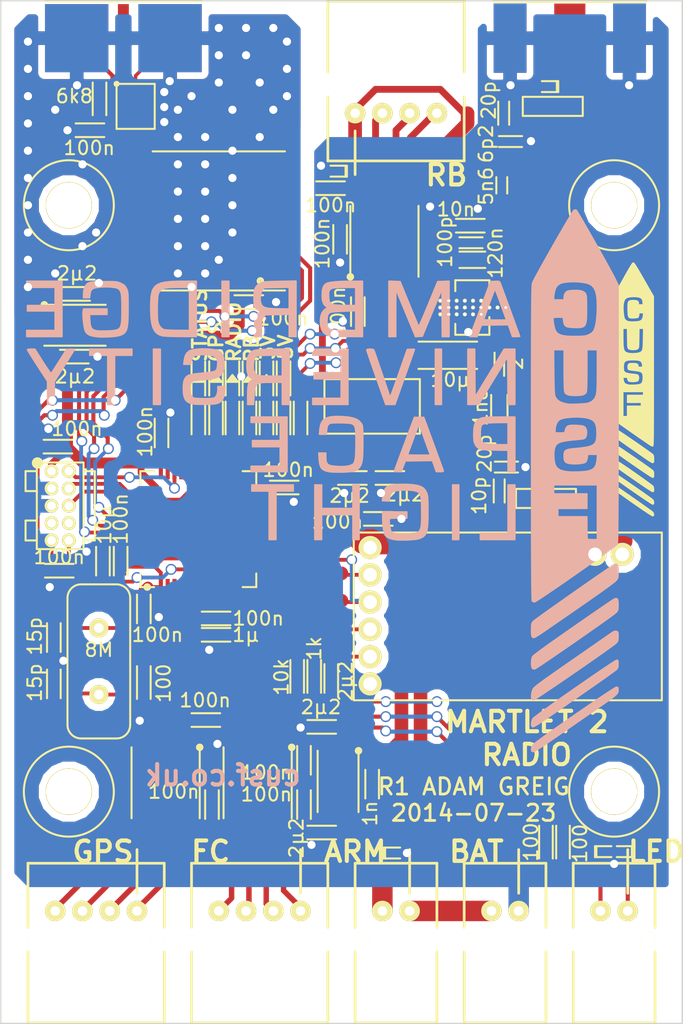
<source format=kicad_pcb>
(kicad_pcb (version 4) (host pcbnew "(2014-jul-16 BZR unknown)-product")
  (title_block (title "Martlet 2 Radio Board") (date "22 Jul 2014") (rev 1) (company "Cambridge University Spaceflight") (comment 1 "Drawn By: Adam Greig"))
  (layers (0 F.Cu signal) (31 B.Cu signal hide) (34 B.Paste user) (35 F.Paste user) (36 B.SilkS user) (37 F.SilkS user) (38 B.Mask user) (39 F.Mask user) (44 Edge.Cuts user))
  (net 0 "")
  (net 1 "Net-(C1-Pad1)")
  (net 2 "Net-(C1-Pad2)")
  (net 3 "Net-(C2-Pad1)")
  (net 4 "Net-(C2-Pad2)")
  (net 5 GND)
  (net 6 +3.3V)
  (net 7 +5V)
  (net 8 +BATT)
  (net 9 "Net-(C12-Pad2)")
  (net 10 BAT_MON)
  (net 11 "Net-(C19-Pad1)")
  (net 12 "Net-(C19-Pad2)")
  (net 13 "Net-(C20-Pad1)")
  (net 14 "Net-(C20-Pad2)")
  (net 15 "Net-(C31-Pad1)")
  (net 16 nRST)
  (net 17 "Net-(C35-Pad1)")
  (net 18 "Net-(C36-Pad1)")
  (net 19 "Net-(D1-Pad1)")
  (net 20 "Net-(D2-Pad1)")
  (net 21 "Net-(D3-Pad1)")
  (net 22 "Net-(D4-Pad1)")
  (net 23 "Net-(D5-Pad1)")
  (net 24 "Net-(D6-Pad1)")
  (net 25 "Net-(GS1-Pad2)")
  (net 26 "Net-(IC3-Pad7)")
  (net 27 "Net-(IC3-Pad6)")
  (net 28 SER_IN)
  (net 29 SER_OUT)
  (net 30 "Net-(IC4-Pad7)")
  (net 31 "Net-(IC4-Pad6)")
  (net 32 GPS_RX)
  (net 33 GPS_TX)
  (net 34 "Net-(IC5-Pad7)")
  (net 35 "Net-(IC5-Pad6)")
  (net 36 RB_TX)
  (net 37 RB_RX)
  (net 38 "Net-(IC7-Pad1)")
  (net 39 "Net-(IC7-Pad3)")
  (net 40 "Net-(IC10-Pad4)")
  (net 41 "Net-(IC10-Pad6)")
  (net 42 "Net-(IC10-Pad2)")
  (net 43 "Net-(IC10-Pad3)")
  (net 44 LED_1)
  (net 45 LED_2)
  (net 46 LED_3)
  (net 47 LED_4)
  (net 48 "Net-(IC10-Pad18)")
  (net 49 NTX2B_P1)
  (net 50 NTX2B_P0)
  (net 51 LED_A)
  (net 52 LED_C)
  (net 53 "Net-(IC10-Pad29)")
  (net 54 "Net-(IC10-Pad32)")
  (net 55 SWCLK)
  (net 56 "Net-(IC10-Pad38)")
  (net 57 SWO)
  (net 58 "Net-(IC10-Pad40)")
  (net 59 GPS_RESET)
  (net 60 GPS_SCL)
  (net 61 GPS_SDA)
  (net 62 "Net-(IC10-Pad11)")
  (net 63 NTX2B_EN)
  (net 64 NTX2B_TXD)
  (net 65 "Net-(IC10-Pad33)")
  (net 66 SWDIO)
  (net 67 "Net-(IC10-Pad45)")
  (net 68 "Net-(IC10-Pad46)")
  (net 69 "Net-(L2-Pad1)")
  (net 70 "Net-(IC9-Pad11)")
  (net 71 "Net-(R7-Pad2)")
  (net 72 "Net-(ANT1-Pad1)")
  (net 73 "Net-(IC8-Pad11)")
  (net 74 "Net-(IC8-Pad13)")
  (net 75 "Net-(IC8-Pad14)")
  (net 76 "Net-(IC8-Pad15)")
  (net 77 "Net-(IC8-Pad18)")
  (net 78 "Net-(IC8-Pad5)")
  (net 79 "Net-(IC8-Pad4)")
  (net 80 "Net-(P6-Pad7)")
  (net 81 "Net-(P6-Pad8)")
  (net 82 "Net-(GS1-Pad1)")
  (net 83 "Net-(IC10-Pad17)")
  (net 84 "Net-(IC10-Pad10)")
  (net 85 "Net-(D9-Pad1)")
  (net 86 "Net-(D11-Pad1)")
  (net 87 "Net-(P1-Pad2)")
  (module m2r:C0603 (layer F.Cu) (at 131.5 117.25 270)
    (fp_text reference C1 hide)
    (fp_text value 100n (at -0.25 2.8 360) (layer F.SilkS))
    (pad 1 smd rect (at 0 0 270) (size 0.7 0.8) (layers F.Cu F.Paste F.Mask) (net 1 "Net-(C1-Pad1)"))
    (pad 2 smd rect (at 1.4 0 270) (size 0.7 0.8) (layers F.Cu F.Paste F.Mask) (net 2 "Net-(C1-Pad2)"))
  )
  (module m2r:C0603 (layer F.Cu) (at 138.25 117.25 270)
    (fp_text reference C2 hide)
    (fp_text value 100n (at -0.05 2.75 360) (layer F.SilkS))
    (pad 1 smd rect (at 0 0 270) (size 0.7 0.8) (layers F.Cu F.Paste F.Mask) (net 3 "Net-(C2-Pad1)"))
    (pad 2 smd rect (at 1.4 0 270) (size 0.7 0.8) (layers F.Cu F.Paste F.Mask) (net 4 "Net-(C2-Pad2)"))
  )
  (module m2r:C0603 (layer F.Cu) (at 140.9 77.2 90)
    (fp_text reference C3 hide)
    (fp_text value 100n (at 0.4 -1.3 90) (layer F.SilkS))
    (pad 1 smd rect (at 0 0 90) (size 0.7 0.8) (layers F.Cu F.Paste F.Mask) (net 5 GND))
    (pad 2 smd rect (at 1.4 0 90) (size 0.7 0.8) (layers F.Cu F.Paste F.Mask) (net 6 +3.3V))
  )
  (module m2r:C0603 (layer F.Cu) (at 139.5 72.75)
    (fp_text reference C4 hide)
    (fp_text value 100n (at 0.7 1.25) (layer F.SilkS))
    (pad 1 smd rect (at 0 0) (size 0.7 0.8) (layers F.Cu F.Paste F.Mask) (net 5 GND))
    (pad 2 smd rect (at 1.4 0) (size 0.7 0.8) (layers F.Cu F.Paste F.Mask) (net 7 +5V))
  )
  (module m2r:C0603 (layer F.Cu) (at 131.75 111.75 180)
    (fp_text reference C5 hide)
    (fp_text value 100n (at 0.75 1.45 180) (layer F.SilkS))
    (pad 1 smd rect (at 0 0 180) (size 0.7 0.8) (layers F.Cu F.Paste F.Mask) (net 5 GND))
    (pad 2 smd rect (at 1.4 0 180) (size 0.7 0.8) (layers F.Cu F.Paste F.Mask) (net 6 +3.3V))
  )
  (module m2r:C0603 (layer F.Cu) (at 138.25 114 270)
    (fp_text reference C6 hide)
    (fp_text value 100n (at 1.6 2.75 360) (layer F.SilkS))
    (pad 1 smd rect (at 0 0 270) (size 0.7 0.8) (layers F.Cu F.Paste F.Mask) (net 6 +3.3V))
    (pad 2 smd rect (at 1.4 0 270) (size 0.7 0.8) (layers F.Cu F.Paste F.Mask) (net 5 GND))
  )
  (module m2r:C0603 (layer F.Cu) (at 140.25 120 180)
    (fp_text reference C7 hide)
    (fp_text value 2µ2 (at 2.55 -0.4 270) (layer F.SilkS))
    (pad 1 smd rect (at 0 0 180) (size 0.7 0.8) (layers F.Cu F.Paste F.Mask) (net 8 +BATT))
    (pad 2 smd rect (at 1.4 0 180) (size 0.7 0.8) (layers F.Cu F.Paste F.Mask) (net 5 GND))
  )
  (module m2r:C0603 (layer F.Cu) (at 140.25 112.25 180)
    (fp_text reference C8 hide)
    (fp_text value 2µ2 (at 0.75 1.45 180) (layer F.SilkS))
    (pad 1 smd rect (at 0 0 180) (size 0.7 0.8) (layers F.Cu F.Paste F.Mask) (net 6 +3.3V))
    (pad 2 smd rect (at 1.4 0 180) (size 0.7 0.8) (layers F.Cu F.Paste F.Mask) (net 5 GND))
  )
  (module m2r:C0603 (layer F.Cu) (at 145.25 94 180)
    (fp_text reference C9 hide)
    (fp_text value 2µ2 (at -0.35 -1.2 180) (layer F.SilkS))
    (pad 1 smd rect (at 0 0 180) (size 0.7 0.8) (layers F.Cu F.Paste F.Mask) (net 8 +BATT))
    (pad 2 smd rect (at 1.4 0 180) (size 0.7 0.8) (layers F.Cu F.Paste F.Mask) (net 5 GND))
  )
  (module m2r:C0603 (layer F.Cu) (at 142.5 94 180)
    (fp_text reference C10 hide)
    (fp_text value 2µ2 (at 0.9 -1.3 180) (layer F.SilkS))
    (pad 1 smd rect (at 0 0 180) (size 0.7 0.8) (layers F.Cu F.Paste F.Mask) (net 7 +5V))
    (pad 2 smd rect (at 1.4 0 180) (size 0.7 0.8) (layers F.Cu F.Paste F.Mask) (net 5 GND))
  )
  (module m2r:C0603 (layer F.Cu) (at 142.2 81.1 270)
    (fp_text reference C11 hide)
    (fp_text value 100n (at 0.75 1.45 270) (layer F.SilkS))
    (pad 1 smd rect (at 0 0 270) (size 0.7 0.8) (layers F.Cu F.Paste F.Mask) (net 6 +3.3V))
    (pad 2 smd rect (at 1.4 0 270) (size 0.7 0.8) (layers F.Cu F.Paste F.Mask) (net 5 GND))
  )
  (module m2r:C0603 (layer F.Cu) (at 143.25 115.75 270)
    (fp_text reference C12 hide)
    (fp_text value 1n (at 2.85 0.15 270) (layer F.SilkS))
    (pad 1 smd rect (at 0 0 270) (size 0.7 0.8) (layers F.Cu F.Paste F.Mask) (net 6 +3.3V))
    (pad 2 smd rect (at 1.4 0 270) (size 0.7 0.8) (layers F.Cu F.Paste F.Mask) (net 9 "Net-(C12-Pad2)"))
  )
  (module m2r:C0603 (layer F.Cu) (at 140.25 108 270)
    (fp_text reference C13 hide)
    (fp_text value 2µ2 (at 0.9 -1.05 270) (layer F.SilkS))
    (pad 1 smd rect (at 0 0 270) (size 0.7 0.8) (layers F.Cu F.Paste F.Mask) (net 10 BAT_MON))
    (pad 2 smd rect (at 1.4 0 270) (size 0.7 0.8) (layers F.Cu F.Paste F.Mask) (net 5 GND))
  )
  (module m2r:C0603 (layer F.Cu) (at 120.9 91.7 180)
    (fp_text reference C14 hide)
    (fp_text value 100n (at -0.7 1.3 180) (layer F.SilkS))
    (pad 1 smd rect (at 0 0 180) (size 0.7 0.8) (layers F.Cu F.Paste F.Mask) (net 6 +3.3V))
    (pad 2 smd rect (at 1.4 0 180) (size 0.7 0.8) (layers F.Cu F.Paste F.Mask) (net 5 GND))
  )
  (module m2r:C0603 (layer F.Cu) (at 143 97)
    (fp_text reference C15 hide)
    (fp_text value 100n (at -2.3 0.2) (layer F.SilkS))
    (pad 1 smd rect (at 0 0) (size 0.7 0.8) (layers F.Cu F.Paste F.Mask) (net 6 +3.3V))
    (pad 2 smd rect (at 1.4 0) (size 0.7 0.8) (layers F.Cu F.Paste F.Mask) (net 5 GND))
  )
  (module m2r:C0402 (layer F.Cu) (at 150 76.75)
    (fp_text reference C16 hide)
    (fp_text value 100p (at -1.4 -0.05 90) (layer F.SilkS))
    (pad 1 smd rect (at 0 0) (size 0.6 0.6) (layers F.Cu F.Paste F.Mask) (net 7 +5V))
    (pad 2 smd rect (at 1 0) (size 0.6 0.6) (layers F.Cu F.Paste F.Mask) (net 5 GND))
  )
  (module m2r:C0603 (layer F.Cu) (at 149.75 75.5)
    (fp_text reference C17 hide)
    (fp_text value 10n (at -0.35 -1.2 180) (layer F.SilkS))
    (pad 1 smd rect (at 0 0) (size 0.7 0.8) (layers F.Cu F.Paste F.Mask) (net 7 +5V))
    (pad 2 smd rect (at 1.4 0) (size 0.7 0.8) (layers F.Cu F.Paste F.Mask) (net 5 GND))
  )
  (module m2r:C1206 (layer F.Cu) (at 147.25 85)
    (fp_text reference C18 hide)
    (fp_text value 10µ (at 1.75 1.8) (layer F.SilkS))
    (pad 1 smd rect (at 0 0) (size 1.2 1.7) (layers F.Cu F.Paste F.Mask) (net 7 +5V))
    (pad 2 smd rect (at 3.1 0) (size 1.2 1.7) (layers F.Cu F.Paste F.Mask) (net 5 GND))
  )
  (module m2r:C0402 (layer F.Cu) (at 152.57 94.45 270)
    (fp_text reference C19 hide)
    (fp_text value 10p (at 0.85 1.47 270) (layer F.SilkS))
    (pad 1 smd rect (at 0 0 270) (size 0.6 0.6) (layers F.Cu F.Paste F.Mask) (net 11 "Net-(C19-Pad1)"))
    (pad 2 smd rect (at 1 0 270) (size 0.6 0.6) (layers F.Cu F.Paste F.Mask) (net 12 "Net-(C19-Pad2)"))
  )
  (module m2r:C0402 (layer F.Cu) (at 152.9 67.75 90)
    (fp_text reference C20 hide)
    (fp_text value 20p (at 1.45 -1.1 90) (layer F.SilkS))
    (pad 1 smd rect (at 0 0 90) (size 0.6 0.6) (layers F.Cu F.Paste F.Mask) (net 13 "Net-(C20-Pad1)"))
    (pad 2 smd rect (at 1 0 90) (size 0.6 0.6) (layers F.Cu F.Paste F.Mask) (net 14 "Net-(C20-Pad2)"))
  )
  (module m2r:C0402 (layer F.Cu) (at 153.6 93.2 180)
    (fp_text reference C21 hide)
    (fp_text value 20p (at 2.1 1 270) (layer F.SilkS))
    (pad 1 smd rect (at 0 0 180) (size 0.6 0.6) (layers F.Cu F.Paste F.Mask) (net 5 GND))
    (pad 2 smd rect (at 1 0 180) (size 0.6 0.6) (layers F.Cu F.Paste F.Mask) (net 11 "Net-(C19-Pad1)"))
  )
  (module m2r:C0402 (layer F.Cu) (at 153.9 69.33 180)
    (fp_text reference C22 hide)
    (fp_text value 6p2 (at 2.3 -0.17 270) (layer F.SilkS))
    (pad 1 smd rect (at 0 0 180) (size 0.6 0.6) (layers F.Cu F.Paste F.Mask) (net 5 GND))
    (pad 2 smd rect (at 1 0 180) (size 0.6 0.6) (layers F.Cu F.Paste F.Mask) (net 13 "Net-(C20-Pad1)"))
  )
  (module m2r:C0603 (layer F.Cu) (at 123.5 100.8 90)
    (fp_text reference C23 hide)
    (fp_text value 10µ (at 3.4 0.1 270) (layer F.SilkS))
    (pad 1 smd rect (at 0 0 90) (size 0.7 0.8) (layers F.Cu F.Paste F.Mask) (net 6 +3.3V))
    (pad 2 smd rect (at 1.4 0 90) (size 0.7 0.8) (layers F.Cu F.Paste F.Mask) (net 5 GND))
  )
  (module m2r:C0603 (layer F.Cu) (at 126.5 102.9 270)
    (fp_text reference C24 hide)
    (fp_text value 100n (at 2.6 -1 360) (layer F.SilkS))
    (pad 1 smd rect (at 0 0 270) (size 0.7 0.8) (layers F.Cu F.Paste F.Mask) (net 6 +3.3V))
    (pad 2 smd rect (at 1.4 0 270) (size 0.7 0.8) (layers F.Cu F.Paste F.Mask) (net 5 GND))
  )
  (module m2r:C0603 (layer F.Cu) (at 124.8 100.8 90)
    (fp_text reference C25 hide)
    (fp_text value 100n (at 3.8 0 270) (layer F.SilkS))
    (pad 1 smd rect (at 0 0 90) (size 0.7 0.8) (layers F.Cu F.Paste F.Mask) (net 6 +3.3V))
    (pad 2 smd rect (at 1.4 0 90) (size 0.7 0.8) (layers F.Cu F.Paste F.Mask) (net 5 GND))
  )
  (module m2r:C0603 (layer F.Cu) (at 136.1 94.7)
    (fp_text reference C26 hide)
    (fp_text value 100n (at 1 -1.3) (layer F.SilkS))
    (pad 1 smd rect (at 0 0) (size 0.7 0.8) (layers F.Cu F.Paste F.Mask) (net 6 +3.3V))
    (pad 2 smd rect (at 1.4 0) (size 0.7 0.8) (layers F.Cu F.Paste F.Mask) (net 5 GND))
  )
  (module m2r:C0603 (layer F.Cu) (at 127.8 91.4 90)
    (fp_text reference C27 hide)
    (fp_text value 100n (at 0.8 -1.2 90) (layer F.SilkS))
    (pad 1 smd rect (at 0 0 90) (size 0.7 0.8) (layers F.Cu F.Paste F.Mask) (net 6 +3.3V))
    (pad 2 smd rect (at 1.4 0 90) (size 0.7 0.8) (layers F.Cu F.Paste F.Mask) (net 5 GND))
  )
  (module m2r:C0603 (layer F.Cu) (at 132.5 105.5 180)
    (fp_text reference C28 hide)
    (fp_text value 1µ (at -1.5 0 180) (layer F.SilkS))
    (pad 1 smd rect (at 0 0 180) (size 0.7 0.8) (layers F.Cu F.Paste F.Mask) (net 6 +3.3V))
    (pad 2 smd rect (at 1.4 0 180) (size 0.7 0.8) (layers F.Cu F.Paste F.Mask) (net 5 GND))
  )
  (module m2r:C0603 (layer F.Cu) (at 132.5 104.3 180)
    (fp_text reference C29 hide)
    (fp_text value 100n (at -2.4 0 180) (layer F.SilkS))
    (pad 1 smd rect (at 0 0 180) (size 0.7 0.8) (layers F.Cu F.Paste F.Mask) (net 6 +3.3V))
    (pad 2 smd rect (at 1.4 0 180) (size 0.7 0.8) (layers F.Cu F.Paste F.Mask) (net 5 GND))
  )
  (module m2r:C0603 (layer F.Cu) (at 133.5 81.1)
    (fp_text reference C30 hide)
    (fp_text value 100n (at 3.2 1.2) (layer F.SilkS))
    (pad 1 smd rect (at 0 0) (size 0.7 0.8) (layers F.Cu F.Paste F.Mask) (net 6 +3.3V))
    (pad 2 smd rect (at 1.4 0) (size 0.7 0.8) (layers F.Cu F.Paste F.Mask) (net 5 GND))
  )
  (module m2r:C0603 (layer F.Cu) (at 123.25 68.5 180)
    (fp_text reference C31 hide)
    (fp_text value 100n (at 0.75 -1.3 180) (layer F.SilkS))
    (pad 1 smd rect (at 0 0 180) (size 0.7 0.8) (layers F.Cu F.Paste F.Mask) (net 15 "Net-(C31-Pad1)"))
    (pad 2 smd rect (at 1.4 0 180) (size 0.7 0.8) (layers F.Cu F.Paste F.Mask) (net 5 GND))
  )
  (module m2r:C0603 (layer F.Cu) (at 120.8 80.5)
    (fp_text reference C32 hide)
    (fp_text value 2µ2 (at 0.8 -1.5) (layer F.SilkS))
    (pad 1 smd rect (at 0 0) (size 0.7 0.8) (layers F.Cu F.Paste F.Mask) (net 15 "Net-(C31-Pad1)"))
    (pad 2 smd rect (at 1.4 0) (size 0.7 0.8) (layers F.Cu F.Paste F.Mask) (net 5 GND))
  )
  (module m2r:C0603 (layer F.Cu) (at 120.7 85.1)
    (fp_text reference C33 hide)
    (fp_text value 2µ2 (at 0.75 1.45) (layer F.SilkS))
    (pad 1 smd rect (at 0 0) (size 0.7 0.8) (layers F.Cu F.Paste F.Mask) (net 6 +3.3V))
    (pad 2 smd rect (at 1.4 0) (size 0.7 0.8) (layers F.Cu F.Paste F.Mask) (net 5 GND))
  )
  (module m2r:C0603 (layer F.Cu) (at 121 100.8 180)
    (fp_text reference C34 hide)
    (fp_text value 100n (at 0.7 1 180) (layer F.SilkS))
    (pad 1 smd rect (at 0 0 180) (size 0.7 0.8) (layers F.Cu F.Paste F.Mask) (net 16 nRST))
    (pad 2 smd rect (at 1.4 0 180) (size 0.7 0.8) (layers F.Cu F.Paste F.Mask) (net 5 GND))
  )
  (module m2r:C0603 (layer F.Cu) (at 119.9 105 270)
    (fp_text reference C35 hide)
    (fp_text value 15p (at 0.6 1.4 270) (layer F.SilkS))
    (pad 1 smd rect (at 0 0 270) (size 0.7 0.8) (layers F.Cu F.Paste F.Mask) (net 17 "Net-(C35-Pad1)"))
    (pad 2 smd rect (at 1.4 0 270) (size 0.7 0.8) (layers F.Cu F.Paste F.Mask) (net 5 GND))
  )
  (module m2r:C0603 (layer F.Cu) (at 119.9 109.8 90)
    (fp_text reference C36 hide)
    (fp_text value 15p (at 0.8 -1.4 90) (layer F.SilkS))
    (pad 1 smd rect (at 0 0 90) (size 0.7 0.8) (layers F.Cu F.Paste F.Mask) (net 18 "Net-(C36-Pad1)"))
    (pad 2 smd rect (at 1.4 0 90) (size 0.7 0.8) (layers F.Cu F.Paste F.Mask) (net 5 GND))
  )
  (module m2r:LED0603 (layer F.Cu) (at 135.5 87.55 90)
    (fp_text reference D1 hide)
    (fp_text value RED hide)
    (pad 1 smd rect (at 0 0 90) (size 0.8 0.8) (layers F.Cu F.Paste F.Mask) (net 19 "Net-(D1-Pad1)"))
    (pad 2 smd rect (at 1.65 0 90) (size 0.8 0.8) (layers F.Cu F.Paste F.Mask) (net 5 GND))
  )
  (module m2r:LED0603 (layer F.Cu) (at 136.75 87.55 90)
    (fp_text reference D2 hide)
    (fp_text value RED hide)
    (pad 1 smd rect (at 0 0 90) (size 0.8 0.8) (layers F.Cu F.Paste F.Mask) (net 20 "Net-(D2-Pad1)"))
    (pad 2 smd rect (at 1.65 0 90) (size 0.8 0.8) (layers F.Cu F.Paste F.Mask) (net 5 GND))
  )
  (module m2r:LED0603 (layer F.Cu) (at 134.25 87.55 90)
    (fp_text reference D3 hide)
    (fp_text value YELLOW hide)
    (pad 1 smd rect (at 0 0 90) (size 0.8 0.8) (layers F.Cu F.Paste F.Mask) (net 21 "Net-(D3-Pad1)"))
    (pad 2 smd rect (at 1.65 0 90) (size 0.8 0.8) (layers F.Cu F.Paste F.Mask) (net 5 GND))
  )
  (module m2r:LED0603 (layer F.Cu) (at 131.8 87.55 90)
    (fp_text reference D4 hide)
    (fp_text value YELLOW hide)
    (pad 1 smd rect (at 0 0 90) (size 0.8 0.8) (layers F.Cu F.Paste F.Mask) (net 22 "Net-(D4-Pad1)"))
    (pad 2 smd rect (at 1.65 0 90) (size 0.8 0.8) (layers F.Cu F.Paste F.Mask) (net 5 GND))
  )
  (module m2r:LED0603 (layer F.Cu) (at 133 87.55 90)
    (fp_text reference D5 hide)
    (fp_text value YELLOW hide)
    (pad 1 smd rect (at 0 0 90) (size 0.8 0.8) (layers F.Cu F.Paste F.Mask) (net 23 "Net-(D5-Pad1)"))
    (pad 2 smd rect (at 1.65 0 90) (size 0.8 0.8) (layers F.Cu F.Paste F.Mask) (net 5 GND))
  )
  (module m2r:LED0603 (layer F.Cu) (at 130.5 87.55 90)
    (fp_text reference D6 hide)
    (fp_text value YELLOW hide)
    (pad 1 smd rect (at 0 0 90) (size 0.8 0.8) (layers F.Cu F.Paste F.Mask) (net 24 "Net-(D6-Pad1)"))
    (pad 2 smd rect (at 1.65 0 90) (size 0.8 0.8) (layers F.Cu F.Paste F.Mask) (net 5 GND))
  )
  (module m2r:MSOP8 (layer F.Cu) (at 141.75 114 270)
    (fp_text reference IC2 hide)
    (fp_text value ADP3335 hide)
    (pad 1 smd rect (at 0 0 270) (size 1.4 0.4) (layers F.Cu F.Paste F.Mask) (net 6 +3.3V))
    (pad 2 smd rect (at 0 0.65 270) (size 1.4 0.4) (layers F.Cu F.Paste F.Mask) (net 6 +3.3V))
    (pad 3 smd rect (at 0 1.3 270) (size 1.4 0.4) (layers F.Cu F.Paste F.Mask) (net 6 +3.3V))
    (pad 4 smd rect (at 0 1.95 270) (size 1.4 0.4) (layers F.Cu F.Paste F.Mask) (net 5 GND))
    (pad 5 smd rect (at 4.4 1.95 270) (size 1.4 0.4) (layers F.Cu F.Paste F.Mask) (net 9 "Net-(C12-Pad2)"))
    (pad 6 smd rect (at 4.4 1.3 270) (size 1.4 0.4) (layers F.Cu F.Paste F.Mask) (net 8 +BATT))
    (pad 7 smd rect (at 4.4 0.65 270) (size 1.4 0.4) (layers F.Cu F.Paste F.Mask) (net 8 +BATT))
    (pad 8 smd rect (at 4.4 0 270) (size 1.4 0.4) (layers F.Cu F.Paste F.Mask) (net 8 +BATT))
  )
  (module m2r:SOIC8 (layer F.Cu) (at 136.75 113.75 270)
    (fp_text reference IC3 hide)
    (fp_text value ADuM1201 hide)
    (pad 1 smd rect (at 0 0 270) (size 2.2 0.6) (layers F.Cu F.Paste F.Mask) (net 6 +3.3V))
    (pad 2 smd rect (at 0 1.27 270) (size 2.2 0.6) (layers F.Cu F.Paste F.Mask) (net 28 SER_IN))
    (pad 3 smd rect (at 0 2.54 270) (size 2.2 0.6) (layers F.Cu F.Paste F.Mask) (net 29 SER_OUT))
    (pad 4 smd rect (at 0 3.81 270) (size 2.2 0.6) (layers F.Cu F.Paste F.Mask) (net 5 GND))
    (pad 5 smd rect (at 5.207 3.81 270) (size 2.2 0.6) (layers F.Cu F.Paste F.Mask) (net 3 "Net-(C2-Pad1)"))
    (pad 6 smd rect (at 5.207 2.54 270) (size 2.2 0.6) (layers F.Cu F.Paste F.Mask) (net 27 "Net-(IC3-Pad6)"))
    (pad 7 smd rect (at 5.207 1.27 270) (size 2.2 0.6) (layers F.Cu F.Paste F.Mask) (net 26 "Net-(IC3-Pad7)"))
    (pad 8 smd rect (at 5.207 0 270) (size 2.2 0.6) (layers F.Cu F.Paste F.Mask) (net 4 "Net-(C2-Pad2)"))
  )
  (module m2r:SOIC8 (layer F.Cu) (at 130 113.75 270)
    (fp_text reference IC4 hide)
    (fp_text value ADuM1201 hide)
    (pad 1 smd rect (at 0 0 270) (size 2.2 0.6) (layers F.Cu F.Paste F.Mask) (net 6 +3.3V))
    (pad 2 smd rect (at 0 1.27 270) (size 2.2 0.6) (layers F.Cu F.Paste F.Mask) (net 32 GPS_RX))
    (pad 3 smd rect (at 0 2.54 270) (size 2.2 0.6) (layers F.Cu F.Paste F.Mask) (net 33 GPS_TX))
    (pad 4 smd rect (at 0 3.81 270) (size 2.2 0.6) (layers F.Cu F.Paste F.Mask) (net 5 GND))
    (pad 5 smd rect (at 5.207 3.81 270) (size 2.2 0.6) (layers F.Cu F.Paste F.Mask) (net 1 "Net-(C1-Pad1)"))
    (pad 6 smd rect (at 5.207 2.54 270) (size 2.2 0.6) (layers F.Cu F.Paste F.Mask) (net 31 "Net-(IC4-Pad6)"))
    (pad 7 smd rect (at 5.207 1.27 270) (size 2.2 0.6) (layers F.Cu F.Paste F.Mask) (net 30 "Net-(IC4-Pad7)"))
    (pad 8 smd rect (at 5.207 0 270) (size 2.2 0.6) (layers F.Cu F.Paste F.Mask) (net 2 "Net-(C1-Pad2)"))
  )
  (module m2r:SOIC8 (layer F.Cu) (at 142.25 79.25 90)
    (fp_text reference IC5 hide)
    (fp_text value ADuM1201 hide)
    (pad 1 smd rect (at 0 0 90) (size 2.2 0.6) (layers F.Cu F.Paste F.Mask) (net 6 +3.3V))
    (pad 2 smd rect (at 0 1.27 90) (size 2.2 0.6) (layers F.Cu F.Paste F.Mask) (net 36 RB_TX))
    (pad 3 smd rect (at 0 2.54 90) (size 2.2 0.6) (layers F.Cu F.Paste F.Mask) (net 37 RB_RX))
    (pad 4 smd rect (at 0 3.81 90) (size 2.2 0.6) (layers F.Cu F.Paste F.Mask) (net 5 GND))
    (pad 5 smd rect (at 5.207 3.81 90) (size 2.2 0.6) (layers F.Cu F.Paste F.Mask) (net 5 GND))
    (pad 6 smd rect (at 5.207 2.54 90) (size 2.2 0.6) (layers F.Cu F.Paste F.Mask) (net 35 "Net-(IC5-Pad6)"))
    (pad 7 smd rect (at 5.207 1.27 90) (size 2.2 0.6) (layers F.Cu F.Paste F.Mask) (net 34 "Net-(IC5-Pad7)"))
    (pad 8 smd rect (at 5.207 0 90) (size 2.2 0.6) (layers F.Cu F.Paste F.Mask) (net 6 +3.3V))
  )
  (module m2r:MTX2 (layer F.Cu) (at 164.5 98 180)
    (fp_text reference IC6 hide)
    (fp_text value MTX2 hide)
    (pad 1 thru_hole circle (at 2.9 -1.6 180) (size 1.7 1.7) (drill 1) (layers *.Cu *.Mask F.SilkS) (net 25 "Net-(GS1-Pad2)"))
    (pad 2 thru_hole circle (at 4.9 -1.6 180) (size 1.7 1.7) (drill 1) (layers *.Cu *.Mask F.SilkS) (net 5 GND))
    (pad 3 thru_hole circle (at 21.4 -1.1 180) (size 1.7 1.7) (drill 1) (layers *.Cu *.Mask F.SilkS) (net 6 +3.3V))
    (pad 4 thru_hole circle (at 21.4 -3.1 180) (size 1.7 1.7) (drill 1) (layers *.Cu *.Mask F.SilkS) (net 63 NTX2B_EN))
    (pad 5 thru_hole circle (at 21.4 -5.1 180) (size 1.7 1.7) (drill 1) (layers *.Cu *.Mask F.SilkS) (net 64 NTX2B_TXD))
    (pad 6 thru_hole circle (at 21.4 -7.1 180) (size 1.7 1.7) (drill 1) (layers *.Cu *.Mask F.SilkS) (net 49 NTX2B_P1))
    (pad 7 thru_hole circle (at 21.4 -9.1 180) (size 1.7 1.7) (drill 1) (layers *.Cu *.Mask F.SilkS) (net 50 NTX2B_P0))
    (pad 8 thru_hole circle (at 21.4 -11.1 180) (size 1.7 1.7) (drill 1) (layers *.Cu *.Mask F.SilkS) (net 5 GND))
  )
  (module m2r:SOT89-3 (layer F.Cu) (at 152.75 81.5 90)
    (fp_text reference IC7 hide)
    (fp_text value ADL5324 hide)
    (pad 2 smd rect (at 0 -0.3 270) (size 0.9 1.9) (layers F.Cu F.Paste F.Mask) (net 5 GND))
    (pad 1 smd rect (at -1.5 0 270) (size 0.9 1.3) (layers F.Cu F.Paste F.Mask) (net 38 "Net-(IC7-Pad1)"))
    (pad 3 smd rect (at 1.5 0 270) (size 0.9 1.3) (layers F.Cu F.Paste F.Mask) (net 39 "Net-(IC7-Pad3)"))
    (pad 2 smd rect (at 0 -3 270) (size 1.8 3.5) (layers F.Cu F.Paste F.Mask) (net 5 GND))
    (pad 2 thru_hole circle (at 0 -0.3 270) (size 0.3 0.3) (drill 0.2) (layers *.Cu *.Mask F.SilkS) (net 5 GND))
    (pad 2 thru_hole circle (at 0 0.3 270) (size 0.3 0.3) (drill 0.2) (layers *.Cu *.Mask F.SilkS) (net 5 GND))
    (pad 2 thru_hole circle (at 0 -0.9 270) (size 0.3 0.3) (drill 0.2) (layers *.Cu *.Mask F.SilkS) (net 5 GND))
    (pad 2 thru_hole circle (at 0 -1.5 270) (size 0.3 0.3) (drill 0.2) (layers *.Cu *.Mask F.SilkS) (net 5 GND))
    (pad 2 thru_hole circle (at 0 -2.1 270) (size 0.3 0.3) (drill 0.2) (layers *.Cu *.Mask F.SilkS) (net 5 GND))
    (pad 2 thru_hole circle (at 0 -2.7 270) (size 0.3 0.3) (drill 0.2) (layers *.Cu *.Mask F.SilkS) (net 5 GND))
    (pad 2 thru_hole circle (at 0 -3.3 270) (size 0.3 0.3) (drill 0.2) (layers *.Cu *.Mask F.SilkS) (net 5 GND))
    (pad 2 thru_hole circle (at 0 -3.9 270) (size 0.3 0.3) (drill 0.2) (layers *.Cu *.Mask F.SilkS) (net 5 GND))
    (pad 2 thru_hole circle (at 0 -4.5 270) (size 0.3 0.3) (drill 0.2) (layers *.Cu *.Mask F.SilkS) (net 5 GND))
    (pad 2 thru_hole circle (at 0.5 -1.5 270) (size 0.3 0.3) (drill 0.2) (layers *.Cu *.Mask F.SilkS) (net 5 GND))
    (pad 2 thru_hole circle (at 0.5 -2.1 270) (size 0.3 0.3) (drill 0.2) (layers *.Cu *.Mask F.SilkS) (net 5 GND))
    (pad 2 thru_hole circle (at 0.5 -2.7 270) (size 0.3 0.3) (drill 0.2) (layers *.Cu *.Mask F.SilkS) (net 5 GND))
    (pad 2 thru_hole circle (at 0.5 -3.3 270) (size 0.3 0.3) (drill 0.2) (layers *.Cu *.Mask F.SilkS) (net 5 GND))
    (pad 2 thru_hole circle (at 0.5 -3.9 270) (size 0.3 0.3) (drill 0.2) (layers *.Cu *.Mask F.SilkS) (net 5 GND))
    (pad 2 thru_hole circle (at -0.5 -3.9 270) (size 0.3 0.3) (drill 0.2) (layers *.Cu *.Mask F.SilkS) (net 5 GND))
    (pad 2 thru_hole circle (at -0.5 -3.3 270) (size 0.3 0.3) (drill 0.2) (layers *.Cu *.Mask F.SilkS) (net 5 GND))
    (pad 2 thru_hole circle (at -0.5 -2.7 270) (size 0.3 0.3) (drill 0.2) (layers *.Cu *.Mask F.SilkS) (net 5 GND))
    (pad 2 thru_hole circle (at -0.5 -2.1 270) (size 0.3 0.3) (drill 0.2) (layers *.Cu *.Mask F.SilkS) (net 5 GND))
    (pad 2 thru_hole circle (at -0.5 -1.5 270) (size 0.3 0.3) (drill 0.2) (layers *.Cu *.Mask F.SilkS) (net 5 GND))
    (pad 2 thru_hole circle (at -0.5 -4.5 270) (size 0.3 0.3) (drill 0.2) (layers *.Cu *.Mask F.SilkS) (net 5 GND))
    (pad 2 thru_hole circle (at 0.5 -4.5 270) (size 0.3 0.3) (drill 0.2) (layers *.Cu *.Mask F.SilkS) (net 5 GND))
    (pad 2 smd rect (at 0 -3 270) (size 1.8 3.5) (layers B.Cu) (net 5 GND))
    (pad 2 smd rect (at 0 -0.3 270) (size 0.9 1.9) (layers B.Cu) (net 5 GND))
  )
  (module m2r:MAX-7Q (layer F.Cu) (at 127.25 70.75)
    (fp_text reference IC8 hide)
    (fp_text value MAX-7Q hide)
    (pad 10 smd rect (at 0 0) (size 1.8 0.7) (layers F.Cu F.Paste F.Mask) (net 5 GND))
    (pad 11 smd rect (at 0 1.1) (size 1.8 0.8) (layers F.Cu F.Paste F.Mask) (net 73 "Net-(IC8-Pad11)"))
    (pad 12 smd rect (at 0 2.2) (size 1.8 0.8) (layers F.Cu F.Paste F.Mask) (net 5 GND))
    (pad 13 smd rect (at 0 3.3) (size 1.8 0.8) (layers F.Cu F.Paste F.Mask) (net 74 "Net-(IC8-Pad13)"))
    (pad 14 smd rect (at 0 4.4) (size 1.8 0.8) (layers F.Cu F.Paste F.Mask) (net 75 "Net-(IC8-Pad14)"))
    (pad 15 smd rect (at 0 5.5) (size 1.8 0.8) (layers F.Cu F.Paste F.Mask) (net 76 "Net-(IC8-Pad15)"))
    (pad 16 smd rect (at 0 6.6) (size 1.8 0.8) (layers F.Cu F.Paste F.Mask) (net 61 GPS_SDA))
    (pad 17 smd rect (at 0 7.7) (size 1.8 0.8) (layers F.Cu F.Paste F.Mask) (net 60 GPS_SCL))
    (pad 18 smd rect (at 0 8.8) (size 1.8 0.7) (layers F.Cu F.Paste F.Mask) (net 77 "Net-(IC8-Pad18)"))
    (pad 9 smd rect (at 9.5 0) (size 1.8 0.7) (layers F.Cu F.Paste F.Mask) (net 59 GPS_RESET))
    (pad 1 smd rect (at 9.5 8.8) (size 1.8 0.7) (layers F.Cu F.Paste F.Mask) (net 5 GND))
    (pad 8 smd rect (at 9.5 1.1) (size 1.8 0.8) (layers F.Cu F.Paste F.Mask) (net 6 +3.3V))
    (pad 7 smd rect (at 9.5 2.2) (size 1.8 0.8) (layers F.Cu F.Paste F.Mask) (net 6 +3.3V))
    (pad 6 smd rect (at 9.5 3.3) (size 1.8 0.8) (layers F.Cu F.Paste F.Mask) (net 6 +3.3V))
    (pad 5 smd rect (at 9.5 4.4) (size 1.8 0.8) (layers F.Cu F.Paste F.Mask) (net 78 "Net-(IC8-Pad5)"))
    (pad 4 smd rect (at 9.5 5.5) (size 1.8 0.8) (layers F.Cu F.Paste F.Mask) (net 79 "Net-(IC8-Pad4)"))
    (pad 3 smd rect (at 9.5 6.6) (size 1.8 0.8) (layers F.Cu F.Paste F.Mask) (net 32 GPS_RX))
    (pad 2 smd rect (at 9.5 7.7) (size 1.8 0.8) (layers F.Cu F.Paste F.Mask) (net 33 GPS_TX))
  )
  (module m2r:ALM-2712 (layer F.Cu) (at 124.75 68 90)
    (fp_text reference IC9 hide)
    (fp_text value ALM-2712 hide)
    (pad 9 smd rect (at 0 0.15 90) (size 0.3 0.3) (layers F.Cu F.Paste F.Mask) (net 15 "Net-(C31-Pad1)"))
    (pad 1 smd rect (at 2.5 0.15 90) (size 0.3 0.3) (layers F.Cu F.Paste F.Mask) (net 72 "Net-(ANT1-Pad1)"))
    (pad 11 smd rect (at 1.25 0.15 90) (size 0.3 0.3) (layers F.Cu F.Paste F.Mask) (net 70 "Net-(IC9-Pad11)"))
    (pad 8 smd rect (at 0 1.15 90) (size 0.3 0.3) (layers F.Cu F.Paste F.Mask) (net 73 "Net-(IC8-Pad11)"))
    (pad 2 smd rect (at 2.5 1.15 90) (size 0.3 0.3) (layers F.Cu F.Paste F.Mask) (net 5 GND))
    (pad 10 smd rect (at 0.625 0.3 90) (size 0.35 0.6) (layers F.Cu F.Paste F.Mask) (net 5 GND))
    (pad 12 smd rect (at 1.875 0.3 90) (size 0.35 0.6) (layers F.Cu F.Paste F.Mask) (net 5 GND))
    (pad 5 smd rect (at 1.25 1.45 90) (size 1.6 1.7) (layers F.Cu F.Paste F.Mask) (net 5 GND))
    (pad 6 smd rect (at 0.15 2.125 90) (size 0.6 0.35) (layers F.Cu F.Paste F.Mask) (net 5 GND))
    (pad 4 smd rect (at 2.35 2.125 90) (size 0.6 0.35) (layers F.Cu F.Paste F.Mask) (net 5 GND))
    (pad 3 smd rect (at 2.35 1.775 90) (size 0.6 0.35) (layers F.Cu F.Paste F.Mask) (net 5 GND))
    (pad 7 smd rect (at 0.15 1.775 90) (size 0.6 0.35) (layers F.Cu F.Paste F.Mask) (net 5 GND))
  )
  (module m2r:LQFP48 (layer F.Cu) (at 127.75 102)
    (fp_text reference IC10 hide)
    (fp_text value STM32F303C hide)
    (pad 1 smd rect (at 0 0) (size 0.3 1.2) (layers F.Cu F.Paste F.Mask) (net 6 +3.3V))
    (pad 2 smd rect (at 0.5 0) (size 0.3 1.2) (layers F.Cu F.Paste F.Mask) (net 42 "Net-(IC10-Pad2)"))
    (pad 3 smd rect (at 1 0) (size 0.3 1.2) (layers F.Cu F.Paste F.Mask) (net 43 "Net-(IC10-Pad3)"))
    (pad 4 smd rect (at 1.5 0) (size 0.3 1.2) (layers F.Cu F.Paste F.Mask) (net 40 "Net-(IC10-Pad4)"))
    (pad 5 smd rect (at 2 0) (size 0.3 1.2) (layers F.Cu F.Paste F.Mask) (net 17 "Net-(C35-Pad1)"))
    (pad 6 smd rect (at 2.5 0) (size 0.3 1.2) (layers F.Cu F.Paste F.Mask) (net 41 "Net-(IC10-Pad6)"))
    (pad 7 smd rect (at 3 0) (size 0.3 1.2) (layers F.Cu F.Paste F.Mask) (net 16 nRST))
    (pad 8 smd rect (at 3.5 0) (size 0.3 1.2) (layers F.Cu F.Paste F.Mask) (net 5 GND))
    (pad 9 smd rect (at 4 0) (size 0.3 1.2) (layers F.Cu F.Paste F.Mask) (net 6 +3.3V))
    (pad 10 smd rect (at 4.5 0) (size 0.3 1.2) (layers F.Cu F.Paste F.Mask) (net 84 "Net-(IC10-Pad10)"))
    (pad 11 smd rect (at 5 0) (size 0.3 1.2) (layers F.Cu F.Paste F.Mask) (net 62 "Net-(IC10-Pad11)"))
    (pad 12 smd rect (at 5.5 0) (size 0.3 1.2) (layers F.Cu F.Paste F.Mask) (net 29 SER_OUT))
    (pad 13 smd rect (at 7 -1.5) (size 1.2 0.3) (layers F.Cu F.Paste F.Mask) (net 28 SER_IN))
    (pad 14 smd rect (at 7 -2) (size 1.2 0.3) (layers F.Cu F.Paste F.Mask) (net 51 LED_A))
    (pad 15 smd rect (at 7 -2.5) (size 1.2 0.3) (layers F.Cu F.Paste F.Mask) (net 52 LED_C))
    (pad 16 smd rect (at 7 -3) (size 1.2 0.3) (layers F.Cu F.Paste F.Mask) (net 10 BAT_MON))
    (pad 17 smd rect (at 7 -3.5) (size 1.2 0.3) (layers F.Cu F.Paste F.Mask) (net 83 "Net-(IC10-Pad17)"))
    (pad 18 smd rect (at 7 -4) (size 1.2 0.3) (layers F.Cu F.Paste F.Mask) (net 48 "Net-(IC10-Pad18)"))
    (pad 19 smd rect (at 7 -4.5) (size 1.2 0.3) (layers F.Cu F.Paste F.Mask) (net 50 NTX2B_P0))
    (pad 20 smd rect (at 7 -5) (size 1.2 0.3) (layers F.Cu F.Paste F.Mask) (net 49 NTX2B_P1))
    (pad 21 smd rect (at 7 -5.5) (size 1.2 0.3) (layers F.Cu F.Paste F.Mask) (net 63 NTX2B_EN))
    (pad 22 smd rect (at 7 -6) (size 1.2 0.3) (layers F.Cu F.Paste F.Mask) (net 64 NTX2B_TXD))
    (pad 23 smd rect (at 7 -6.5) (size 1.2 0.3) (layers F.Cu F.Paste F.Mask) (net 5 GND))
    (pad 24 smd rect (at 7 -7) (size 1.2 0.3) (layers F.Cu F.Paste F.Mask) (net 6 +3.3V))
    (pad 25 smd rect (at 5.5 -8.5) (size 0.3 1.2) (layers F.Cu F.Paste F.Mask) (net 44 LED_1))
    (pad 26 smd rect (at 5 -8.5) (size 0.3 1.2) (layers F.Cu F.Paste F.Mask) (net 45 LED_2))
    (pad 27 smd rect (at 4.5 -8.5) (size 0.3 1.2) (layers F.Cu F.Paste F.Mask) (net 46 LED_3))
    (pad 28 smd rect (at 4 -8.5) (size 0.3 1.2) (layers F.Cu F.Paste F.Mask) (net 47 LED_4))
    (pad 29 smd rect (at 3.5 -8.5) (size 0.3 1.2) (layers F.Cu F.Paste F.Mask) (net 53 "Net-(IC10-Pad29)"))
    (pad 30 smd rect (at 3 -8.5) (size 0.3 1.2) (layers F.Cu F.Paste F.Mask) (net 37 RB_RX))
    (pad 31 smd rect (at 2.5 -8.5) (size 0.3 1.2) (layers F.Cu F.Paste F.Mask) (net 36 RB_TX))
    (pad 32 smd rect (at 2 -8.5) (size 0.3 1.2) (layers F.Cu F.Paste F.Mask) (net 54 "Net-(IC10-Pad32)"))
    (pad 33 smd rect (at 1.5 -8.5) (size 0.3 1.2) (layers F.Cu F.Paste F.Mask) (net 65 "Net-(IC10-Pad33)"))
    (pad 34 smd rect (at 1 -8.5) (size 0.3 1.2) (layers F.Cu F.Paste F.Mask) (net 66 SWDIO))
    (pad 35 smd rect (at 0.5 -8.5) (size 0.3 1.2) (layers F.Cu F.Paste F.Mask) (net 5 GND))
    (pad 36 smd rect (at 0 -8.5) (size 0.3 1.2) (layers F.Cu F.Paste F.Mask) (net 6 +3.3V))
    (pad 37 smd rect (at -1.5 -7) (size 1.2 0.3) (layers F.Cu F.Paste F.Mask) (net 55 SWCLK))
    (pad 38 smd rect (at -1.5 -6.5) (size 1.2 0.3) (layers F.Cu F.Paste F.Mask) (net 56 "Net-(IC10-Pad38)"))
    (pad 39 smd rect (at -1.5 -6) (size 1.2 0.3) (layers F.Cu F.Paste F.Mask) (net 57 SWO))
    (pad 40 smd rect (at -1.5 -5.5) (size 1.2 0.3) (layers F.Cu F.Paste F.Mask) (net 58 "Net-(IC10-Pad40)"))
    (pad 41 smd rect (at -1.5 -5) (size 1.2 0.3) (layers F.Cu F.Paste F.Mask) (net 59 GPS_RESET))
    (pad 42 smd rect (at -1.5 -4.5) (size 1.2 0.3) (layers F.Cu F.Paste F.Mask) (net 60 GPS_SCL))
    (pad 43 smd rect (at -1.5 -4) (size 1.2 0.3) (layers F.Cu F.Paste F.Mask) (net 61 GPS_SDA))
    (pad 44 smd rect (at -1.5 -3.5) (size 1.2 0.3) (layers F.Cu F.Paste F.Mask) (net 5 GND))
    (pad 45 smd rect (at -1.5 -3) (size 1.2 0.3) (layers F.Cu F.Paste F.Mask) (net 67 "Net-(IC10-Pad45)"))
    (pad 46 smd rect (at -1.5 -2.5) (size 1.2 0.3) (layers F.Cu F.Paste F.Mask) (net 68 "Net-(IC10-Pad46)"))
    (pad 47 smd rect (at -1.5 -2) (size 1.2 0.3) (layers F.Cu F.Paste F.Mask) (net 5 GND))
    (pad 48 smd rect (at -1.5 -1.5) (size 1.2 0.3) (layers F.Cu F.Paste F.Mask) (net 6 +3.3V))
  )
  (module m2r:MSOP8 (layer F.Cu) (at 119.2 81.8)
    (fp_text reference IC11 hide)
    (fp_text value ADP3333 hide)
    (pad 1 smd rect (at 0 0) (size 1.4 0.4) (layers F.Cu F.Paste F.Mask) (net 15 "Net-(C31-Pad1)"))
    (pad 2 smd rect (at 0 0.65) (size 1.4 0.4) (layers F.Cu F.Paste F.Mask) (net 6 +3.3V))
    (pad 3 smd rect (at 0 1.3) (size 1.4 0.4) (layers F.Cu F.Paste F.Mask) (net 5 GND))
    (pad 4 smd rect (at 0 1.95) (size 1.4 0.4) (layers F.Cu F.Paste F.Mask) (net 5 GND))
    (pad 5 smd rect (at 4.4 1.95) (size 1.4 0.4) (layers F.Cu F.Paste F.Mask) (net 5 GND))
    (pad 6 smd rect (at 4.4 1.3) (size 1.4 0.4) (layers F.Cu F.Paste F.Mask) (net 5 GND))
    (pad 7 smd rect (at 4.4 0.65) (size 1.4 0.4) (layers F.Cu F.Paste F.Mask) (net 6 +3.3V))
    (pad 8 smd rect (at 4.4 0) (size 1.4 0.4) (layers F.Cu F.Paste F.Mask) (net 5 GND))
  )
  (module m2r:L0603 (layer F.Cu) (at 151.25 78 180)
    (fp_text reference L1 hide)
    (fp_text value 120n (at -1.05 0.5 450) (layer F.SilkS))
    (pad 1 smd rect (at 0 0 180) (size 0.64 1.02) (layers F.Cu F.Paste F.Mask) (net 39 "Net-(IC7-Pad3)"))
    (pad 2 smd rect (at 1.28 0 180) (size 0.64 1.02) (layers F.Cu F.Paste F.Mask) (net 7 +5V))
  )
  (module m2r:L0603 (layer F.Cu) (at 152.58 88.21 270)
    (fp_text reference L2 hide)
    (fp_text value 1n6 (at 0.59 1.38 270) (layer F.SilkS))
    (pad 1 smd rect (at 0 0 270) (size 0.64 1.02) (layers F.Cu F.Paste F.Mask) (net 69 "Net-(L2-Pad1)"))
    (pad 2 smd rect (at 1.28 0 270) (size 0.64 1.02) (layers F.Cu F.Paste F.Mask) (net 11 "Net-(C19-Pad1)"))
  )
  (module m2r:L0402 (layer F.Cu) (at 152.76 72.14 270)
    (fp_text reference L3 hide)
    (fp_text value 5n6 (at 0.46 1.16 270) (layer F.SilkS))
    (pad 1 smd rect (at 0 0 270) (size 0.36 0.66) (layers F.Cu F.Paste F.Mask) (net 13 "Net-(C20-Pad1)"))
    (pad 2 smd rect (at 0.82 0 270) (size 0.36 0.66) (layers F.Cu F.Paste F.Mask) (net 39 "Net-(IC7-Pad3)"))
  )
  (module m2r:FTSH-105-01-F-D-K (layer F.Cu) (at 121 93.5 270)
    (fp_text reference P6 hide)
    (fp_text value SWD hide)
    (pad 1 thru_hole circle (at 0 1.27 270) (size 1.016 1.016) (drill 0.635) (layers *.Cu *.Mask F.SilkS) (net 6 +3.3V))
    (pad 2 thru_hole circle (at 0 0 270) (size 1.016 1.016) (drill 0.635) (layers *.Cu *.Mask F.SilkS) (net 66 SWDIO))
    (pad 3 thru_hole circle (at 1.27 1.27 270) (size 1.016 1.016) (drill 0.635) (layers *.Cu *.Mask F.SilkS) (net 5 GND))
    (pad 4 thru_hole circle (at 1.27 0 270) (size 1.016 1.016) (drill 0.635) (layers *.Cu *.Mask F.SilkS) (net 55 SWCLK))
    (pad 5 thru_hole circle (at 2.54 1.27 270) (size 1.016 1.016) (drill 0.635) (layers *.Cu *.Mask F.SilkS) (net 5 GND))
    (pad 6 thru_hole circle (at 2.54 0 270) (size 1.016 1.016) (drill 0.635) (layers *.Cu *.Mask F.SilkS) (net 57 SWO))
    (pad 7 thru_hole circle (at 3.81 1.27 270) (size 1.016 1.016) (drill 0.635) (layers *.Cu *.Mask F.SilkS) (net 80 "Net-(P6-Pad7)"))
    (pad 8 thru_hole circle (at 3.81 0 270) (size 1.016 1.016) (drill 0.635) (layers *.Cu *.Mask F.SilkS) (net 81 "Net-(P6-Pad8)"))
    (pad 9 thru_hole circle (at 5.08 1.27 270) (size 1.016 1.016) (drill 0.635) (layers *.Cu *.Mask F.SilkS) (net 5 GND))
    (pad 10 thru_hole circle (at 5.08 0 270) (size 1.016 1.016) (drill 0.635) (layers *.Cu *.Mask F.SilkS) (net 16 nRST))
  )
  (module m2r:R0603 (layer F.Cu) (at 137.75 107.75 270)
    (fp_text reference R1 hide)
    (fp_text value 10k (at 0.85 1.15 270) (layer F.SilkS))
    (pad 1 smd rect (at 0 0 270) (size 0.8 0.8) (layers F.Cu F.Paste F.Mask) (net 10 BAT_MON))
    (pad 2 smd rect (at 1.6 0 270) (size 0.8 0.8) (layers F.Cu F.Paste F.Mask) (net 8 +BATT))
  )
  (module m2r:R0603 (layer F.Cu) (at 139 107.75 270)
    (fp_text reference R2 hide)
    (fp_text value 1k (at -1.25 0 270) (layer F.SilkS))
    (pad 1 smd rect (at 0 0 270) (size 0.8 0.8) (layers F.Cu F.Paste F.Mask) (net 10 BAT_MON))
    (pad 2 smd rect (at 1.6 0 270) (size 0.8 0.8) (layers F.Cu F.Paste F.Mask) (net 5 GND))
  )
  (module m2r:R0402 (layer F.Cu) (at 152.58 85.11 270)
    (fp_text reference R3 hide)
    (fp_text value 2 (at 0.49 -1.22 270) (layer F.SilkS))
    (pad 1 smd rect (at 0 0 270) (size 0.6 0.5) (layers F.Cu F.Paste F.Mask) (net 38 "Net-(IC7-Pad1)"))
    (pad 2 smd rect (at 1.1 0 270) (size 0.6 0.5) (layers F.Cu F.Paste F.Mask) (net 69 "Net-(L2-Pad1)"))
  )
  (module m2r:R0603 (layer F.Cu) (at 157.25 121.5 90)
    (fp_text reference R4 hide)
    (fp_text value 100 (at 0.8 -2.35 90) (layer F.SilkS))
    (pad 1 smd rect (at 0 0 90) (size 0.8 0.8) (layers F.Cu F.Paste F.Mask) (net 86 "Net-(D11-Pad1)"))
    (pad 2 smd rect (at 1.6 0 90) (size 0.8 0.8) (layers F.Cu F.Paste F.Mask) (net 51 LED_A))
  )
  (module m2r:R0603 (layer F.Cu) (at 156 121.5 90)
    (fp_text reference R5 hide)
    (fp_text value 100 (at 0.7 2.5 90) (layer F.SilkS))
    (pad 1 smd rect (at 0 0 90) (size 0.8 0.8) (layers F.Cu F.Paste F.Mask) (net 86 "Net-(D11-Pad1)"))
    (pad 2 smd rect (at 1.6 0 90) (size 0.8 0.8) (layers F.Cu F.Paste F.Mask) (net 51 LED_A))
  )
  (module m2r:R0603 (layer F.Cu) (at 123.25 67 90)
    (fp_text reference R6 hide)
    (fp_text value 6k8 (at 1 -1.85 180) (layer F.SilkS))
    (pad 1 smd rect (at 0 0 90) (size 0.8 0.8) (layers F.Cu F.Paste F.Mask) (net 15 "Net-(C31-Pad1)"))
    (pad 2 smd rect (at 1.6 0 90) (size 0.8 0.8) (layers F.Cu F.Paste F.Mask) (net 70 "Net-(IC9-Pad11)"))
  )
  (module m2r:R0603 (layer F.Cu) (at 136.75 88.8 270)
    (fp_text reference R7 hide)
    (fp_text value 100 hide)
    (pad 1 smd rect (at 0 0 270) (size 0.8 0.8) (layers F.Cu F.Paste F.Mask) (net 20 "Net-(D2-Pad1)"))
    (pad 2 smd rect (at 1.6 0 270) (size 0.8 0.8) (layers F.Cu F.Paste F.Mask) (net 71 "Net-(R7-Pad2)"))
  )
  (module m2r:R0603 (layer F.Cu) (at 135.5 88.8 270)
    (fp_text reference R8 hide)
    (fp_text value 100 hide)
    (pad 1 smd rect (at 0 0 270) (size 0.8 0.8) (layers F.Cu F.Paste F.Mask) (net 19 "Net-(D1-Pad1)"))
    (pad 2 smd rect (at 1.6 0 270) (size 0.8 0.8) (layers F.Cu F.Paste F.Mask) (net 6 +3.3V))
  )
  (module m2r:R0603 (layer F.Cu) (at 138 88.8 270)
    (fp_text reference R9 hide)
    (fp_text value 100 hide)
    (pad 1 smd rect (at 0 0 270) (size 0.8 0.8) (layers F.Cu F.Paste F.Mask) (net 7 +5V))
    (pad 2 smd rect (at 1.6 0 270) (size 0.8 0.8) (layers F.Cu F.Paste F.Mask) (net 71 "Net-(R7-Pad2)"))
  )
  (module m2r:R0603 (layer F.Cu) (at 134.25 88.8 270)
    (fp_text reference R10 hide)
    (fp_text value 100 hide)
    (pad 1 smd rect (at 0 0 270) (size 0.8 0.8) (layers F.Cu F.Paste F.Mask) (net 21 "Net-(D3-Pad1)"))
    (pad 2 smd rect (at 1.6 0 270) (size 0.8 0.8) (layers F.Cu F.Paste F.Mask) (net 44 LED_1))
  )
  (module m2r:R0603 (layer F.Cu) (at 131.8 88.8 270)
    (fp_text reference R11 hide)
    (fp_text value 100 hide)
    (pad 1 smd rect (at 0 0 270) (size 0.8 0.8) (layers F.Cu F.Paste F.Mask) (net 22 "Net-(D4-Pad1)"))
    (pad 2 smd rect (at 1.6 0 270) (size 0.8 0.8) (layers F.Cu F.Paste F.Mask) (net 46 LED_3))
  )
  (module m2r:R0603 (layer F.Cu) (at 133 88.8 270)
    (fp_text reference R12 hide)
    (fp_text value 100 hide)
    (pad 1 smd rect (at 0 0 270) (size 0.8 0.8) (layers F.Cu F.Paste F.Mask) (net 23 "Net-(D5-Pad1)"))
    (pad 2 smd rect (at 1.6 0 270) (size 0.8 0.8) (layers F.Cu F.Paste F.Mask) (net 45 LED_2))
  )
  (module m2r:R0603 (layer F.Cu) (at 130.5 88.8 270)
    (fp_text reference R13 hide)
    (fp_text value 100 hide)
    (pad 1 smd rect (at 0 0 270) (size 0.8 0.8) (layers F.Cu F.Paste F.Mask) (net 24 "Net-(D6-Pad1)"))
    (pad 2 smd rect (at 1.6 0 270) (size 0.8 0.8) (layers F.Cu F.Paste F.Mask) (net 47 LED_4))
  )
  (module m2r:R0603 (layer F.Cu) (at 126.5 109.8 90)
    (fp_text reference R14 hide)
    (fp_text value 100 (at 0.75 1.45 90) (layer F.SilkS))
    (pad 1 smd rect (at 0 0 90) (size 0.8 0.8) (layers F.Cu F.Paste F.Mask) (net 18 "Net-(C36-Pad1)"))
    (pad 2 smd rect (at 1.6 0 90) (size 0.8 0.8) (layers F.Cu F.Paste F.Mask) (net 41 "Net-(IC10-Pad6)"))
  )
  (module m2r:HC49S (layer F.Cu) (at 123.2 105 270)
    (fp_text reference X10 hide)
    (fp_text value 8M (at 1.6 0 360) (layer F.SilkS))
    (pad 1 thru_hole circle (at 0 0 270) (size 1.4 1.4) (drill 0.7) (layers *.Cu *.Mask F.SilkS) (net 17 "Net-(C35-Pad1)"))
    (pad 2 thru_hole circle (at 4.88 0 270) (size 1.4 1.4) (drill 0.7) (layers *.Cu *.Mask F.SilkS) (net 18 "Net-(C36-Pad1)"))
  )
  (module m2r:S04B-PASK-2 (layer F.Cu) (at 142 67.25)
    (fp_text reference P5 hide)
    (fp_text value CONN_4 hide)
    (pad 1 thru_hole circle (at 0 0) (size 1.5 1.5) (drill 0.7) (layers *.Cu *.Mask F.SilkS) (net 7 +5V))
    (pad 2 thru_hole circle (at 2 0) (size 1.5 1.5) (drill 0.7) (layers *.Cu *.Mask F.SilkS) (net 34 "Net-(IC5-Pad7)"))
    (pad 3 thru_hole circle (at 4 0) (size 1.5 1.5) (drill 0.7) (layers *.Cu *.Mask F.SilkS) (net 35 "Net-(IC5-Pad6)"))
    (pad 4 thru_hole circle (at 6 0) (size 1.5 1.5) (drill 0.7) (layers *.Cu *.Mask F.SilkS) (net 5 GND))
    (pad "" np_thru_hole circle (at -1.5 -2.1) (size 1.1 1.1) (drill 1.1) (layers *.Cu *.Mask F.SilkS))
    (pad "" np_thru_hole circle (at 7.5 -2.1) (size 1.1 1.1) (drill 1.1) (layers *.Cu *.Mask F.SilkS))
  )
  (module m2r:S04B-PASK-2 (layer F.Cu) (at 126 125.75 180)
    (fp_text reference P4 hide)
    (fp_text value CONN_4 hide)
    (pad 1 thru_hole circle (at 0 0 180) (size 1.5 1.5) (drill 0.7) (layers *.Cu *.Mask F.SilkS) (net 2 "Net-(C1-Pad2)"))
    (pad 2 thru_hole circle (at 2 0 180) (size 1.5 1.5) (drill 0.7) (layers *.Cu *.Mask F.SilkS) (net 30 "Net-(IC4-Pad7)"))
    (pad 3 thru_hole circle (at 4 0 180) (size 1.5 1.5) (drill 0.7) (layers *.Cu *.Mask F.SilkS) (net 31 "Net-(IC4-Pad6)"))
    (pad 4 thru_hole circle (at 6 0 180) (size 1.5 1.5) (drill 0.7) (layers *.Cu *.Mask F.SilkS) (net 1 "Net-(C1-Pad1)"))
    (pad "" np_thru_hole circle (at -1.5 -2.1 180) (size 1.1 1.1) (drill 1.1) (layers *.Cu *.Mask F.SilkS))
    (pad "" np_thru_hole circle (at 7.5 -2.1 180) (size 1.1 1.1) (drill 1.1) (layers *.Cu *.Mask F.SilkS))
  )
  (module m2r:S04B-PASK-2 (layer F.Cu) (at 138 125.75 180)
    (fp_text reference P3 hide)
    (fp_text value CONN_4 hide)
    (pad 1 thru_hole circle (at 0 0 180) (size 1.5 1.5) (drill 0.7) (layers *.Cu *.Mask F.SilkS) (net 4 "Net-(C2-Pad2)"))
    (pad 2 thru_hole circle (at 2 0 180) (size 1.5 1.5) (drill 0.7) (layers *.Cu *.Mask F.SilkS) (net 26 "Net-(IC3-Pad7)"))
    (pad 3 thru_hole circle (at 4 0 180) (size 1.5 1.5) (drill 0.7) (layers *.Cu *.Mask F.SilkS) (net 27 "Net-(IC3-Pad6)"))
    (pad 4 thru_hole circle (at 6 0 180) (size 1.5 1.5) (drill 0.7) (layers *.Cu *.Mask F.SilkS) (net 3 "Net-(C2-Pad1)"))
    (pad "" np_thru_hole circle (at -1.5 -2.1 180) (size 1.1 1.1) (drill 1.1) (layers *.Cu *.Mask F.SilkS))
    (pad "" np_thru_hole circle (at 7.5 -2.1 180) (size 1.1 1.1) (drill 1.1) (layers *.Cu *.Mask F.SilkS))
  )
  (module m2r:S02B-PASK-2 (layer F.Cu) (at 162 125.75 180)
    (fp_text reference P8 hide)
    (fp_text value CONN_2 hide)
    (pad 1 thru_hole circle (at 0 0 180) (size 1.5 1.5) (drill 0.7) (layers *.Cu *.Mask F.SilkS) (net 52 LED_C))
    (pad 2 thru_hole circle (at 2 0 180) (size 1.5 1.5) (drill 0.7) (layers *.Cu *.Mask F.SilkS) (net 86 "Net-(D11-Pad1)"))
    (pad "" np_thru_hole circle (at -1.5 -2.1 180) (size 1.1 1.1) (drill 1.1) (layers *.Cu *.Mask F.SilkS))
    (pad "" np_thru_hole circle (at 3.5 -2.1 180) (size 1.1 1.1) (drill 1.1) (layers *.Cu *.Mask F.SilkS))
  )
  (module m2r:S02B-PASK-2 (layer F.Cu) (at 146 125.75 180)
    (fp_text reference P2 hide)
    (fp_text value CONN_2 hide)
    (pad 1 thru_hole circle (at 0 0 180) (size 1.5 1.5) (drill 0.7) (layers *.Cu *.Mask F.SilkS) (net 87 "Net-(P1-Pad2)"))
    (pad 2 thru_hole circle (at 2 0 180) (size 1.5 1.5) (drill 0.7) (layers *.Cu *.Mask F.SilkS) (net 8 +BATT))
    (pad "" np_thru_hole circle (at -1.5 -2.1 180) (size 1.1 1.1) (drill 1.1) (layers *.Cu *.Mask F.SilkS))
    (pad "" np_thru_hole circle (at 3.5 -2.1 180) (size 1.1 1.1) (drill 1.1) (layers *.Cu *.Mask F.SilkS))
  )
  (module m2r:S02B-PASK-2 (layer F.Cu) (at 154 125.75 180)
    (fp_text reference P1 hide)
    (fp_text value CONN_2 hide)
    (pad 1 thru_hole circle (at 0 0 180) (size 1.5 1.5) (drill 0.7) (layers *.Cu *.Mask F.SilkS) (net 5 GND))
    (pad 2 thru_hole circle (at 2 0 180) (size 1.5 1.5) (drill 0.7) (layers *.Cu *.Mask F.SilkS) (net 87 "Net-(P1-Pad2)"))
    (pad "" np_thru_hole circle (at -1.5 -2.1 180) (size 1.1 1.1) (drill 1.1) (layers *.Cu *.Mask F.SilkS))
    (pad "" np_thru_hole circle (at 3.5 -2.1 180) (size 1.1 1.1) (drill 1.1) (layers *.Cu *.Mask F.SilkS))
  )
  (module m2r:SOT223 (layer F.Cu) (at 143.25 91.75)
    (fp_text reference IC1 hide)
    (fp_text value ADP3338 hide)
    (pad 2 smd rect (at 0 0) (size 1.3 2.4) (layers F.Cu F.Paste F.Mask) (net 7 +5V))
    (pad 1 smd rect (at -2.3 0) (size 1.3 2.4) (layers F.Cu F.Paste F.Mask) (net 5 GND))
    (pad 3 smd rect (at 2.3 0) (size 1.3 2.4) (layers F.Cu F.Paste F.Mask) (net 8 +BATT))
    (pad 2 smd rect (at 0 -6.1) (size 3.8 2.4) (layers F.Cu F.Paste F.Mask) (net 7 +5V))
  )
  (module m2r:TSLP-2-17 (layer F.Cu) (at 141 71.5 180)
    (fp_text reference D7 hide)
    (fp_text value ESD5V3S1U hide)
    (pad 1 smd rect (at 0 0 180) (size 0.35 0.6) (layers F.Cu F.Paste F.Mask) (net 7 +5V))
    (pad 2 smd rect (at 0.65 0 180) (size 0.35 0.6) (layers F.Cu F.Paste F.Mask) (net 5 GND))
  )
  (module m2r:TSLP-2-17 (layer F.Cu) (at 144.5 121.5)
    (fp_text reference D8 hide)
    (fp_text value ESD5V3S1U hide)
    (pad 1 smd rect (at 0 0) (size 0.35 0.6) (layers F.Cu F.Paste F.Mask) (net 8 +BATT))
    (pad 2 smd rect (at 0.65 0) (size 0.35 0.6) (layers F.Cu F.Paste F.Mask) (net 5 GND))
  )
  (module m2r:TSLP-2-17 (layer F.Cu) (at 156.5 65.3 180)
    (fp_text reference D9 hide)
    (fp_text value ESD5V3S1U hide)
    (pad 1 smd rect (at 0 0 180) (size 0.35 0.6) (layers F.Cu F.Paste F.Mask) (net 85 "Net-(D9-Pad1)"))
    (pad 2 smd rect (at 0.65 0 180) (size 0.35 0.6) (layers F.Cu F.Paste F.Mask) (net 5 GND))
  )
  (module m2r:TSLP-2-17 (layer F.Cu) (at 162 121.4 180)
    (fp_text reference D10 hide)
    (fp_text value ESD5V3S1U hide)
    (pad 1 smd rect (at 0 0 180) (size 0.35 0.6) (layers F.Cu F.Paste F.Mask) (net 52 LED_C))
    (pad 2 smd rect (at 0.65 0 180) (size 0.35 0.6) (layers F.Cu F.Paste F.Mask) (net 5 GND))
  )
  (module m2r:TSLP-2-17 (layer F.Cu) (at 160 121.4)
    (fp_text reference D11 hide)
    (fp_text value ESD5V3S1U hide)
    (pad 1 smd rect (at 0 0) (size 0.35 0.6) (layers F.Cu F.Paste F.Mask) (net 86 "Net-(D11-Pad1)"))
    (pad 2 smd rect (at 0.65 0) (size 0.35 0.6) (layers F.Cu F.Paste F.Mask) (net 5 GND))
  )
  (module m2r:M3_MOUNT (layer F.Cu) (at 121 117)
    (fp_text reference X11 hide)
    (fp_text value "M3 MOUNT" hide)
    (pad "" np_thru_hole circle (at 0 0) (size 3.4 3.4) (drill 3.3) (layers *.Cu *.Mask F.SilkS))
  )
  (module m2r:M3_MOUNT (layer F.Cu) (at 161 74)
    (fp_text reference X12 hide)
    (fp_text value "M3 MOUNT" hide)
    (pad "" np_thru_hole circle (at 0 0) (size 3.4 3.4) (drill 3.3) (layers *.Cu *.Mask F.SilkS))
  )
  (module m2r:M3_MOUNT (layer F.Cu) (at 121 74)
    (fp_text reference X13 hide)
    (fp_text value "M3 MOUNT" hide)
    (pad "" np_thru_hole circle (at 0 0) (size 3.4 3.4) (drill 3.3) (layers *.Cu *.Mask F.SilkS))
  )
  (module m2r:M3_MOUNT (layer F.Cu) (at 161 117)
    (fp_text reference X14 hide)
    (fp_text value "M3 MOUNT" hide)
    (pad "" np_thru_hole circle (at 0 0) (size 3.4 3.4) (drill 3.3) (layers *.Cu *.Mask F.SilkS))
  )
  (module m2r:cusf_logo (layer F.Cu) (at 162.4 87.5)
    (fp_text reference G*** hide)
    (fp_text value LOGO hide)
  )
  (module m2r:cusf_logo_full (layer B.Cu) (at 139.6 94.2)
    (fp_text reference G*** hide)
    (fp_text value LOGO hide)
  )
  (module m2r:JDGA_QUAD_V (layer F.Cu) (at 125 61.75)
    (fp_text reference ANT1 hide)
    (fp_text value JDGA_QUAD_V hide)
    (pad 1 smd rect (at 0 0) (size 0.8 5) (layers F.Cu F.Mask) (net 72 "Net-(ANT1-Pad1)"))
    (pad 2 smd rect (at -3.425 0) (size 4.65 5) (layers F.Cu F.Mask) (net 5 GND))
    (pad 3 smd rect (at 3.425 0) (size 4.65 5) (layers F.Cu F.Mask) (net 5 GND))
    (pad 4 smd rect (at -3.425 0) (size 4.65 5) (layers B.Cu F.Mask) (net 5 GND))
    (pad 5 smd rect (at 3.425 0) (size 4.65 5) (layers B.Cu F.Mask) (net 5 GND))
  )
  (module m2r:SMA-142-0701-801 (layer F.Cu) (at 157.75 61.75)
    (fp_text reference P7 hide)
    (fp_text value SMA hide)
    (pad 1 smd rect (at 0 0) (size 2.286 5.08) (layers F.Cu F.Mask) (net 85 "Net-(D9-Pad1)"))
    (pad 2 smd rect (at -4.3815 0) (size 2.413 5.08) (layers F.Cu F.Mask) (net 5 GND))
    (pad 3 smd rect (at 4.3815 0) (size 2.413 5.08) (layers F.Cu F.Mask) (net 5 GND))
    (pad 4 smd rect (at -4.3815 0) (size 2.413 5.08) (layers B.Cu F.Mask) (net 5 GND))
    (pad 5 smd rect (at 4.3815 0) (size 2.413 5.08) (layers B.Cu F.Mask) (net 5 GND))
  )
  (module m2r:SJ3 (layer F.Cu) (at 156.5 66.75 90)
    (fp_text reference GS2 hide)
    (fp_text value GS3 hide)
    (pad 2 smd rect (at 0 0 90) (size 1 1) (layers F.Cu F.Mask) (net 85 "Net-(D9-Pad1)"))
    (pad 1 smd rect (at 0 -1.5 90) (size 1 1) (layers F.Cu F.Mask) (net 14 "Net-(C20-Pad2)"))
    (pad 3 smd rect (at 0 1.5 90) (size 1 1) (layers F.Cu F.Mask) (net 82 "Net-(GS1-Pad1)"))
  )
  (module m2r:SJ3 (layer F.Cu) (at 156 95.5 270)
    (fp_text reference GS1 hide)
    (fp_text value GS3 hide)
    (pad 2 smd rect (at 0 0 270) (size 1 1) (layers F.Cu F.Mask) (net 25 "Net-(GS1-Pad2)"))
    (pad 1 smd rect (at 0 -1.5 270) (size 1 1) (layers F.Cu F.Mask) (net 82 "Net-(GS1-Pad1)"))
    (pad 3 smd rect (at 0 1.5 270) (size 1 1) (layers F.Cu F.Mask) (net 12 "Net-(C19-Pad2)"))
  )
  (module m2r:TESTPAD (layer F.Cu) (at 141 107)
    (fp_text reference TP25 hide)
    (fp_text value TESTPAD hide)
    (pad 1 smd circle (at 0 0) (size 1 1) (layers F.Cu F.Mask) (net 50 NTX2B_P0))
  )
  (module m2r:TESTPAD (layer F.Cu) (at 141 105)
    (fp_text reference TP24 hide)
    (fp_text value TESTPAD hide)
    (pad 1 smd circle (at 0 0) (size 1 1) (layers F.Cu F.Mask) (net 49 NTX2B_P1))
  )
  (module m2r:TESTPAD (layer F.Cu) (at 141 103)
    (fp_text reference TP23 hide)
    (fp_text value TESTPAD hide)
    (pad 1 smd circle (at 0 0) (size 1 1) (layers F.Cu F.Mask) (net 64 NTX2B_TXD))
  )
  (module m2r:TESTPAD (layer F.Cu) (at 141 101)
    (fp_text reference TP22 hide)
    (fp_text value TESTPAD hide)
    (pad 1 smd circle (at 0 0) (size 1 1) (layers F.Cu F.Mask) (net 63 NTX2B_EN))
  )
  (module m2r:TESTPAD (layer F.Cu) (at 125.5 77.5)
    (fp_text reference TP21 hide)
    (fp_text value TESTPAD hide)
    (pad 1 smd circle (at 0 0) (size 1 1) (layers F.Cu F.Mask) (net 61 GPS_SDA))
  )
  (module m2r:TESTPAD (layer F.Cu) (at 125.5 78.75)
    (fp_text reference TP20 hide)
    (fp_text value TESTPAD hide)
    (pad 1 smd circle (at 0 0) (size 1 1) (layers F.Cu F.Mask) (net 60 GPS_SCL))
  )
  (module m2r:TESTPAD (layer F.Cu) (at 136.75 69)
    (fp_text reference TP19 hide)
    (fp_text value TESTPAD hide)
    (pad 1 smd circle (at 0 0) (size 1 1) (layers F.Cu F.Mask) (net 59 GPS_RESET))
  )
  (module m2r:TESTPAD (layer F.Cu) (at 121.75 67)
    (fp_text reference TP18 hide)
    (fp_text value TESTPAD hide)
    (pad 1 smd circle (at 0 0) (size 1 1) (layers F.Cu F.Mask) (net 15 "Net-(C31-Pad1)"))
  )
  (module m2r:TESTPAD (layer F.Cu) (at 134.75 111.75)
    (fp_text reference TP17 hide)
    (fp_text value TESTPAD hide)
    (pad 1 smd circle (at 0 0) (size 1 1) (layers F.Cu F.Mask) (net 28 SER_IN))
  )
  (module m2r:TESTPAD (layer F.Cu) (at 133.5 111.75)
    (fp_text reference TP16 hide)
    (fp_text value TESTPAD hide)
    (pad 1 smd circle (at 0 0) (size 1 1) (layers F.Cu F.Mask) (net 29 SER_OUT))
  )
  (module m2r:TESTPAD (layer F.Cu) (at 143.5 81.75)
    (fp_text reference TP15 hide)
    (fp_text value TESTPAD hide)
    (pad 1 smd circle (at 0 0) (size 1 1) (layers F.Cu F.Mask) (net 36 RB_TX))
  )
  (module m2r:TESTPAD (layer F.Cu) (at 145 81.75)
    (fp_text reference TP14 hide)
    (fp_text value TESTPAD hide)
    (pad 1 smd circle (at 0 0) (size 1 1) (layers F.Cu F.Mask) (net 37 RB_RX))
  )
  (module m2r:TESTPAD (layer F.Cu) (at 137.75 106.5)
    (fp_text reference TP13 hide)
    (fp_text value TESTPAD hide)
    (pad 1 smd circle (at 0 0) (size 1 1) (layers F.Cu F.Mask) (net 10 BAT_MON))
  )
  (module m2r:TESTPAD (layer F.Cu) (at 153.3 121.5)
    (fp_text reference TP12 hide)
    (fp_text value TESTPAD hide)
    (pad 1 smd circle (at 0 0) (size 1 1) (layers F.Cu F.Mask) (net 5 GND))
  )
  (module m2r:TESTPAD (layer F.Cu) (at 143.5 120.25)
    (fp_text reference TP11 hide)
    (fp_text value TESTPAD hide)
    (pad 1 smd circle (at 0 0) (size 1 1) (layers F.Cu F.Mask) (net 8 +BATT))
  )
  (module m2r:TESTPAD (layer F.Cu) (at 145 71.75)
    (fp_text reference TP10 hide)
    (fp_text value TESTPAD hide)
    (pad 1 smd circle (at 0 0) (size 1 1) (layers F.Cu F.Mask) (net 35 "Net-(IC5-Pad6)"))
  )
  (module m2r:TESTPAD (layer F.Cu) (at 143.5 71.75)
    (fp_text reference TP9 hide)
    (fp_text value TESTPAD hide)
    (pad 1 smd circle (at 0 0) (size 1 1) (layers F.Cu F.Mask) (net 34 "Net-(IC5-Pad7)"))
  )
  (module m2r:TESTPAD (layer F.Cu) (at 126.5 121.25)
    (fp_text reference TP8 hide)
    (fp_text value TESTPAD hide)
    (pad 1 smd circle (at 0 0) (size 1 1) (layers F.Cu F.Mask) (net 31 "Net-(IC4-Pad6)"))
  )
  (module m2r:TESTPAD (layer F.Cu) (at 127.5 111.75)
    (fp_text reference TP7 hide)
    (fp_text value TESTPAD hide)
    (pad 1 smd circle (at 0 0) (size 1 1) (layers F.Cu F.Mask) (net 33 GPS_TX))
  )
  (module m2r:TESTPAD (layer F.Cu) (at 134.25 121.25)
    (fp_text reference TP6 hide)
    (fp_text value TESTPAD hide)
    (pad 1 smd circle (at 0 0) (size 1 1) (layers F.Cu F.Mask) (net 27 "Net-(IC3-Pad6)"))
  )
  (module m2r:TESTPAD (layer F.Cu) (at 128.5 121.25)
    (fp_text reference TP5 hide)
    (fp_text value TESTPAD hide)
    (pad 1 smd circle (at 0 0) (size 1 1) (layers F.Cu F.Mask) (net 30 "Net-(IC4-Pad7)"))
  )
  (module m2r:TESTPAD (layer F.Cu) (at 128.75 111.75)
    (fp_text reference TP4 hide)
    (fp_text value TESTPAD hide)
    (pad 1 smd circle (at 0 0) (size 1 1) (layers F.Cu F.Mask) (net 32 GPS_RX))
  )
  (module m2r:TESTPAD (layer F.Cu) (at 135.5 121.25)
    (fp_text reference TP3 hide)
    (fp_text value TESTPAD hide)
    (pad 1 smd circle (at 0 0) (size 1 1) (layers F.Cu F.Mask) (net 26 "Net-(IC3-Pad7)"))
  )
  (module m2r:TESTPAD (layer F.Cu) (at 145.8 83.6)
    (fp_text reference TP2 hide)
    (fp_text value TESTPAD hide)
    (pad 1 smd circle (at 0 0) (size 1 1) (layers F.Cu F.Mask) (net 7 +5V))
  )
  (module m2r:TESTPAD (layer F.Cu) (at 143.25 114)
    (fp_text reference TP1 hide)
    (fp_text value TESTPAD hide)
    (pad 1 smd circle (at 0 0) (size 1 1) (layers F.Cu F.Mask) (net 6 +3.3V))
  )
  (gr_text cusf.co.uk (at 132.3 115.8) (layer B.SilkS) (effects (font (size 1.5 1.5) (thickness 0.3)) (justify mirror)))
  (gr_circle (center 118.7 92.9) (end 118.4 92.8) (layer F.SilkS) (width 0.2))
  (gr_circle (center 118.7 92.9) (end 118.6 92.8) (layer F.SilkS) (width 0.2))
  (gr_text RB (at 148.7 71.8) (layer F.SilkS) (effects (font (size 1.5 1.5) (thickness 0.3))))
  (gr_text STATUS (at 130.6 82.8 90) (layer F.SilkS) (effects (font (size 1 1) (thickness 0.2))))
  (gr_text RADIO (at 133.1 83.3 90) (layer F.SilkS) (effects (font (size 1 1) (thickness 0.2))))
  (gr_text RB (at 134.4 84.5 90) (layer F.SilkS) (effects (font (size 1 1) (thickness 0.2))))
  (gr_text GPS (at 131.8 84 90) (layer F.SilkS) (effects (font (size 1 1) (thickness 0.2))))
  (gr_text 3V (at 135.6 84.4 90) (layer F.SilkS) (effects (font (size 1 1) (thickness 0.2))))
  (gr_text 5V (at 136.9 84.4 90) (layer F.SilkS) (effects (font (size 1 1) (thickness 0.2))))
  (gr_text LED (at 164.1 121.4) (layer F.SilkS) (effects (font (size 1.5 1.5) (thickness 0.3))))
  (gr_text BAT (at 150.9 121.4) (layer F.SilkS) (effects (font (size 1.5 1.5) (thickness 0.3))))
  (gr_text ARM (at 142 121.4) (layer F.SilkS) (effects (font (size 1.5 1.5) (thickness 0.3))))
  (gr_text FC (at 131.4 121.4) (layer F.SilkS) (effects (font (size 1.5 1.5) (thickness 0.3))))
  (gr_text GPS (at 123.5 121.4) (layer F.SilkS) (effects (font (size 1.5 1.5) (thickness 0.3))))
  (gr_text "R1 ADAM GREIG\n2014-07-23" (at 150.7 117.6) (layer F.SilkS) (effects (font (size 1.2 1.2) (thickness 0.2))))
  (gr_text "MARTLET 2\nRADIO" (at 154.6 113.1) (layer F.SilkS) (effects (font (size 1.5 1.5) (thickness 0.3))))
  (gr_line (start 116 59) (end 116 134) (angle 90) (layer Edge.Cuts) (width 0.1))
  (gr_line (start 166 59) (end 116 59) (angle 90) (layer Edge.Cuts) (width 0.1))
  (gr_line (start 166 134) (end 166 59) (angle 90) (layer Edge.Cuts) (width 0.1))
  (gr_line (start 116 134) (end 166 134) (angle 90) (layer Edge.Cuts) (width 0.1))
  (segment (start 126.19 118.957) (end 126.19 117.81) (width 0.4) (layer F.Cu) (net 1))
  (segment (start 126.75 117.25) (end 131.5 117.25) (width 0.4) (layer F.Cu) (net 1))
  (segment (start 126.19 117.81) (end 126.75 117.25) (width 0.4) (layer F.Cu) (net 1))
  (segment (start 126.19 118.957) (end 126.19 119.41) (width 0.4) (layer F.Cu) (net 1))
  (segment (start 126.19 119.41) (end 120 125.6) (width 0.4) (layer F.Cu) (net 1))
  (segment (start 120 125.6) (end 120 125.75) (width 0.4) (layer F.Cu) (net 1))
  (segment (start 120 125.5) (end 120 125.75) (width 0.4) (layer F.Cu) (net 1))
  (segment (start 131.5 118.65) (end 130.1 118.65) (width 0.4) (layer F.Cu) (net 2))
  (segment (start 130.1 118.65) (end 130 118.75) (width 0.4) (layer F.Cu) (net 2))
  (segment (start 130 118.75) (end 130 118.957) (width 0.4) (layer F.Cu) (net 2))
  (segment (start 130 120) (end 130 118.957) (width 0.4) (layer F.Cu) (net 2))
  (segment (start 130 118.957) (end 130 121.6) (width 0.4) (layer F.Cu) (net 2))
  (segment (start 130 121.6) (end 125.9 125.7) (width 0.4) (layer F.Cu) (net 2))
  (segment (start 125.9 125.7) (end 126 125.75) (width 0.4) (layer F.Cu) (net 2))
  (segment (start 130 119.25) (end 130 118.957) (width 0.4) (layer F.Cu) (net 2))
  (segment (start 132.94 118.957) (end 132.94 118.06) (width 0.4) (layer F.Cu) (net 3))
  (segment (start 132.94 118.06) (end 133.75 117.25) (width 0.4) (layer F.Cu) (net 3))
  (segment (start 133.75 117.25) (end 138.25 117.25) (width 0.4) (layer F.Cu) (net 3))
  (segment (start 132.94 118.957) (end 132.94 124.81) (width 0.4) (layer F.Cu) (net 3))
  (segment (start 132.94 124.81) (end 132 125.75) (width 0.4) (layer F.Cu) (net 3))
  (segment (start 138.25 118.65) (end 136.85 118.65) (width 0.4) (layer F.Cu) (net 4))
  (segment (start 136.85 118.65) (end 136.75 118.75) (width 0.4) (layer F.Cu) (net 4))
  (segment (start 136.75 118.75) (end 136.75 118.957) (width 0.4) (layer F.Cu) (net 4))
  (segment (start 136.75 118.957) (end 136.75 124.25) (width 0.4) (layer F.Cu) (net 4))
  (segment (start 136.75 124.25) (end 138 125.5) (width 0.4) (layer F.Cu) (net 4))
  (segment (start 138 125.5) (end 138 125.75) (width 0.4) (layer F.Cu) (net 4))
  (segment (start 134.9 81.1) (end 136.2 81.1) (width 0.8) (layer F.Cu) (net 5))
  (via (at 136.2 81.1) (size 0.8) (drill 0.6) (layers F.Cu B.Cu) (net 5))
  (segment (start 136.75 79.55) (end 135.35 79.55) (width 0.8) (layer F.Cu) (net 5))
  (segment (start 134.9 80) (end 134.9 81) (width 0.8) (layer F.Cu) (net 5))
  (segment (start 135.35 79.55) (end 134.9 80) (width 0.8) (layer F.Cu) (net 5))
  (segment (start 134.9 81) (end 134.9 81.1) (width 0.8) (layer F.Cu) (net 5))
  (segment (start 122.3 100.1) (end 122.3 99.4) (width 0.5) (layer B.Cu) (net 5))
  (via (at 122.3 99.4) (size 0.8) (drill 0.6) (layers F.Cu B.Cu) (net 5))
  (segment (start 122.3 99.4) (end 123.5 99.4) (width 0.5) (layer F.Cu) (net 5))
  (segment (start 124.8 99.4) (end 123.6 99.4) (width 0.5) (layer F.Cu) (net 5))
  (segment (start 123.6 99.4) (end 123.5 99.4) (width 0.5) (layer F.Cu) (net 5))
  (segment (start 131.25 102) (end 131.25 104.15) (width 0.28) (layer F.Cu) (net 5))
  (segment (start 131.25 104.15) (end 131.1 104.3) (width 0.28) (layer F.Cu) (net 5))
  (segment (start 131.1 105.5) (end 131.1 106.4) (width 0.5) (layer F.Cu) (net 5))
  (via (at 131.3 106.6) (size 0.8) (drill 0.6) (layers F.Cu B.Cu) (net 5))
  (segment (start 131.1 106.4) (end 131.3 106.6) (width 0.5) (layer F.Cu) (net 5))
  (segment (start 131.1 104.3) (end 131.1 105.5) (width 0.5) (layer F.Cu) (net 5))
  (segment (start 153.9 69.33) (end 153.9 67.8) (width 0.5) (layer F.Cu) (net 5))
  (segment (start 153.9 69.33) (end 153.9 72) (width 0.5) (layer F.Cu) (net 5))
  (segment (start 153.6 93.2) (end 153.6 90.1) (width 0.5) (layer F.Cu) (net 5))
  (segment (start 153.6 93.2) (end 153.6 94.5) (width 0.5) (layer F.Cu) (net 5))
  (segment (start 155.85 65.3) (end 153.4 65.3) (width 0.3) (layer F.Cu) (net 5))
  (via (at 153.4 65.2) (size 0.8) (drill 0.6) (layers F.Cu B.Cu) (net 5))
  (segment (start 153.4 65.3) (end 153.3685 65.3) (width 0.3) (layer F.Cu) (net 5))
  (segment (start 153.3685 61.75) (end 153.3685 65.3) (width 1) (layer F.Cu) (net 5))
  (segment (start 153.3685 65.3) (end 153.3685 65.1685) (width 1) (layer F.Cu) (net 5))
  (segment (start 153.3685 65.1685) (end 153.4 65.2) (width 1) (layer F.Cu) (net 5))
  (segment (start 162.1315 61.75) (end 162.1315 65.1685) (width 1) (layer F.Cu) (net 5))
  (via (at 162.1 65.2) (size 0.8) (drill 0.6) (layers F.Cu B.Cu) (net 5))
  (segment (start 162.1315 65.1685) (end 162.1 65.2) (width 1) (layer F.Cu) (net 5))
  (segment (start 128.425 61.75) (end 128.425 64.875) (width 1) (layer F.Cu) (net 5))
  (via (at 128.4 64.9) (size 0.8) (drill 0.6) (layers F.Cu B.Cu) (net 5))
  (segment (start 128.425 64.875) (end 128.4 64.9) (width 1) (layer F.Cu) (net 5))
  (segment (start 121.575 61.75) (end 121.575 65.175) (width 1) (layer F.Cu) (net 5))
  (via (at 121.6 65.2) (size 0.8) (drill 0.6) (layers F.Cu B.Cu) (net 5))
  (segment (start 121.575 65.175) (end 121.6 65.2) (width 1) (layer F.Cu) (net 5))
  (segment (start 125.05 66.125) (end 124.725 66.125) (width 0.3) (layer F.Cu) (net 5))
  (segment (start 124.2 64.5) (end 123.8 64.1) (width 0.3) (layer F.Cu) (net 5))
  (segment (start 124.2 65.6) (end 124.2 64.5) (width 0.3) (layer F.Cu) (net 5))
  (segment (start 124.725 66.125) (end 124.2 65.6) (width 0.3) (layer F.Cu) (net 5))
  (segment (start 123.8 64.1) (end 121.575 61.75) (width 0.3) (layer F.Cu) (net 5))
  (segment (start 159.6 99.6) (end 158.1 99.6) (width 0.5) (layer B.Cu) (net 5))
  (segment (start 143.1 109.1) (end 142 109.1) (width 0.5) (layer B.Cu) (net 5))
  (segment (start 142 109.1) (end 141.7 108.8) (width 0.5) (layer B.Cu) (net 5))
  (segment (start 143.1 109.1) (end 144 109.1) (width 0.5) (layer B.Cu) (net 5))
  (segment (start 144 109.1) (end 145 108.1) (width 0.5) (layer B.Cu) (net 5))
  (segment (start 161 121.4) (end 161 122.3) (width 0.3) (layer F.Cu) (net 5))
  (via (at 161 122.3) (size 0.8) (drill 0.6) (layers F.Cu B.Cu) (net 5))
  (segment (start 160.65 121.4) (end 161 121.4) (width 0.3) (layer F.Cu) (net 5))
  (segment (start 161 121.4) (end 161.2 121.4) (width 0.3) (layer F.Cu) (net 5))
  (segment (start 161.2 121.4) (end 161.35 121.4) (width 0.3) (layer F.Cu) (net 5))
  (segment (start 140.25 109.4) (end 142.6 109.4) (width 0.28) (layer F.Cu) (net 5))
  (segment (start 142.6 109.4) (end 143 109) (width 0.28) (layer F.Cu) (net 5))
  (segment (start 143 109) (end 143.1 109.1) (width 0.28) (layer F.Cu) (net 5))
  (segment (start 139 109.35) (end 140.1 109.35) (width 0.28) (layer F.Cu) (net 5))
  (segment (start 140.1 109.35) (end 140.25 109.5) (width 0.28) (layer F.Cu) (net 5))
  (segment (start 140.25 109.5) (end 140.25 109.4) (width 0.28) (layer F.Cu) (net 5))
  (segment (start 137.5 94.7) (end 137.5 95.75) (width 0.3) (layer F.Cu) (net 5))
  (via (at 137.5 95.75) (size 0.8) (drill 0.6) (layers F.Cu B.Cu) (net 5))
  (segment (start 151.15 75.5) (end 151.15 74.4) (width 0.8) (layer F.Cu) (net 5))
  (via (at 151 74.25) (size 0.8) (drill 0.6) (layers F.Cu B.Cu) (net 5))
  (segment (start 151.15 74.4) (end 151 74.25) (width 0.8) (layer F.Cu) (net 5))
  (segment (start 151.15 75.5) (end 151.15 76.65) (width 0.8) (layer F.Cu) (net 5))
  (segment (start 151.15 76.65) (end 151.25 76.75) (width 0.8) (layer F.Cu) (net 5))
  (segment (start 151.25 76.75) (end 151 76.75) (width 0.8) (layer F.Cu) (net 5))
  (segment (start 153.5 63.2) (end 153.5 62.8) (width 0.3) (layer F.Cu) (net 5))
  (segment (start 153.5 62.8) (end 153.3685 61.75) (width 0.3) (layer F.Cu) (net 5))
  (segment (start 153.9 69.33) (end 154.87 69.33) (width 0.5) (layer F.Cu) (net 5))
  (via (at 154.9 69.3) (size 0.8) (drill 0.6) (layers F.Cu B.Cu) (net 5))
  (segment (start 154.87 69.33) (end 154.9 69.3) (width 0.5) (layer F.Cu) (net 5))
  (segment (start 153.6 93.2) (end 154.5 93.2) (width 0.5) (layer F.Cu) (net 5))
  (via (at 154.5 93.2) (size 0.8) (drill 0.6) (layers F.Cu B.Cu) (net 5))
  (segment (start 146.06 74.043) (end 146.06 69.04) (width 0.5) (layer F.Cu) (net 5))
  (segment (start 146.06 69.04) (end 147.9 67.2) (width 0.5) (layer F.Cu) (net 5))
  (segment (start 147.9 67.2) (end 148 67.25) (width 0.5) (layer F.Cu) (net 5))
  (segment (start 139.5 72.75) (end 139.5 71.1) (width 0.4) (layer F.Cu) (net 5))
  (via (at 139.5 71.1) (size 0.8) (drill 0.6) (layers F.Cu B.Cu) (net 5))
  (segment (start 140.9 77.2) (end 140.9 78.2) (width 0.4) (layer F.Cu) (net 5))
  (via (at 140.9 78.2) (size 0.8) (drill 0.6) (layers F.Cu B.Cu) (net 5))
  (segment (start 139.5 72.75) (end 139.5 72.3) (width 0.4) (layer F.Cu) (net 5))
  (segment (start 139.5 72.3) (end 140.3 71.5) (width 0.4) (layer F.Cu) (net 5))
  (segment (start 140.3 71.5) (end 140.35 71.5) (width 0.4) (layer F.Cu) (net 5))
  (segment (start 146.06 74.043) (end 147.443 74.043) (width 0.4) (layer F.Cu) (net 5))
  (via (at 147.5 74.1) (size 0.8) (drill 0.6) (layers F.Cu B.Cu) (net 5))
  (segment (start 147.443 74.043) (end 147.5 74.1) (width 0.4) (layer F.Cu) (net 5))
  (segment (start 146.06 79.25) (end 146.06 74.04) (width 0.4) (layer F.Cu) (net 5))
  (segment (start 146.06 74.04) (end 146.1 74) (width 0.4) (layer F.Cu) (net 5))
  (segment (start 146.1 74) (end 146.06 74.043) (width 0.4) (layer F.Cu) (net 5))
  (segment (start 126.5 104.3) (end 127.5 104.3) (width 0.25) (layer F.Cu) (net 5))
  (via (at 127.6 104.2) (size 0.8) (drill 0.6) (layers F.Cu B.Cu) (net 5))
  (segment (start 127.5 104.3) (end 127.6 104.2) (width 0.25) (layer F.Cu) (net 5))
  (segment (start 119.6 100.8) (end 119.6 102) (width 0.25) (layer F.Cu) (net 5))
  (via (at 119.6 102) (size 0.8) (drill 0.6) (layers F.Cu B.Cu) (net 5))
  (segment (start 122.1 85.1) (end 123.1 85.1) (width 0.25) (layer F.Cu) (net 5))
  (via (at 123.1 85.1) (size 0.8) (drill 0.6) (layers F.Cu B.Cu) (net 5))
  (segment (start 121.85 68.5) (end 120.9 68.5) (width 0.25) (layer F.Cu) (net 5))
  (via (at 120.9 68.5) (size 0.8) (drill 0.6) (layers F.Cu B.Cu) (net 5))
  (segment (start 126.875 67.85) (end 127.95 67.85) (width 0.25) (layer F.Cu) (net 5))
  (via (at 128 67.9) (size 0.8) (drill 0.6) (layers F.Cu B.Cu) (net 5))
  (segment (start 127.95 67.85) (end 128 67.9) (width 0.25) (layer F.Cu) (net 5))
  (segment (start 126.875 65.65) (end 127.95 65.65) (width 0.25) (layer F.Cu) (net 5))
  (via (at 128 65.7) (size 0.8) (drill 0.6) (layers F.Cu B.Cu) (net 5))
  (segment (start 127.95 65.65) (end 128 65.7) (width 0.25) (layer F.Cu) (net 5))
  (segment (start 126.2 66.75) (end 127.95 66.75) (width 0.25) (layer F.Cu) (net 5))
  (via (at 128 66.8) (size 0.8) (drill 0.6) (layers F.Cu B.Cu) (net 5))
  (segment (start 127.95 66.75) (end 128 66.8) (width 0.25) (layer F.Cu) (net 5))
  (segment (start 126.875 67.85) (end 126.55 67.85) (width 0.25) (layer F.Cu) (net 5))
  (segment (start 126.55 67.85) (end 126.5 67.9) (width 0.25) (layer F.Cu) (net 5))
  (segment (start 126.5 67.9) (end 126.525 67.85) (width 0.25) (layer F.Cu) (net 5))
  (segment (start 125.05 66.125) (end 125.425 66.125) (width 0.25) (layer F.Cu) (net 5))
  (segment (start 125.425 66.125) (end 125.6 66.3) (width 0.25) (layer F.Cu) (net 5))
  (segment (start 125.6 66.3) (end 125.6 67.3) (width 0.25) (layer F.Cu) (net 5))
  (segment (start 125.6 67.3) (end 125.5 67.4) (width 0.25) (layer F.Cu) (net 5))
  (segment (start 125.5 67.4) (end 125 67.4) (width 0.25) (layer F.Cu) (net 5))
  (segment (start 125 67.4) (end 125.05 67.375) (width 0.25) (layer F.Cu) (net 5))
  (segment (start 125.05 66.125) (end 125.875 66.125) (width 0.25) (layer F.Cu) (net 5))
  (segment (start 125.875 66.125) (end 125.9 66.1) (width 0.25) (layer F.Cu) (net 5))
  (segment (start 125.9 66.1) (end 125.9 65.5) (width 0.25) (layer F.Cu) (net 5))
  (segment (start 126.525 65.65) (end 126.05 65.65) (width 0.25) (layer F.Cu) (net 5))
  (segment (start 126.05 65.65) (end 125.9 65.5) (width 0.25) (layer F.Cu) (net 5))
  (segment (start 126.875 65.65) (end 126.55 65.65) (width 0.25) (layer F.Cu) (net 5))
  (segment (start 126.55 65.65) (end 126.5 65.7) (width 0.25) (layer F.Cu) (net 5))
  (segment (start 126.5 65.7) (end 126.525 65.65) (width 0.25) (layer F.Cu) (net 5))
  (segment (start 125.9 65.5) (end 125.9 64.5) (width 0.25) (layer F.Cu) (net 5))
  (segment (start 125.9 64.5) (end 126.4 64) (width 0.25) (layer F.Cu) (net 5))
  (segment (start 126.4 64) (end 128.425 61.75) (width 0.25) (layer F.Cu) (net 5))
  (segment (start 127.25 72.95) (end 126.45 72.95) (width 0.25) (layer F.Cu) (net 5))
  (segment (start 126.45 72.95) (end 125.4 71.9) (width 0.25) (layer F.Cu) (net 5))
  (segment (start 125.4 71.9) (end 125.4 67.4) (width 0.25) (layer F.Cu) (net 5))
  (segment (start 125.4 67.4) (end 126.2 66.75) (width 0.25) (layer F.Cu) (net 5))
  (segment (start 126.525 67.85) (end 126.525 70.725) (width 0.25) (layer F.Cu) (net 5))
  (segment (start 126.525 70.725) (end 126.6 70.8) (width 0.25) (layer F.Cu) (net 5))
  (segment (start 126.6 70.8) (end 127.25 70.75) (width 0.25) (layer F.Cu) (net 5))
  (segment (start 122.2 80.5) (end 123.2 80.5) (width 0.3) (layer F.Cu) (net 5))
  (segment (start 123.7 81) (end 123.7 81.7) (width 0.3) (layer F.Cu) (net 5))
  (segment (start 123.2 80.5) (end 123.7 81) (width 0.3) (layer F.Cu) (net 5))
  (segment (start 123.2 80.5) (end 123.2 80.5) (width 0.3) (layer F.Cu) (net 5))
  (segment (start 123.7 81.7) (end 123.6 81.8) (width 0.3) (layer F.Cu) (net 5))
  (segment (start 123.7 83.1) (end 123.6 83.1) (width 0.3) (layer F.Cu) (net 5))
  (segment (start 122.1 85.1) (end 122.1 83.2) (width 0.3) (layer F.Cu) (net 5))
  (segment (start 122.1 83.2) (end 122 83.1) (width 0.3) (layer F.Cu) (net 5))
  (segment (start 123.6 83.1) (end 123.6 83.7) (width 0.3) (layer F.Cu) (net 5))
  (segment (start 123.6 83.7) (end 123.6 83.75) (width 0.3) (layer F.Cu) (net 5))
  (segment (start 119.2 83.1) (end 122 83.1) (width 0.3) (layer F.Cu) (net 5))
  (segment (start 122 83.1) (end 123.7 83.1) (width 0.3) (layer F.Cu) (net 5))
  (segment (start 123.7 83.1) (end 123.6 83.1) (width 0.3) (layer F.Cu) (net 5))
  (segment (start 119.2 83.1) (end 119.2 83.8) (width 0.3) (layer F.Cu) (net 5))
  (segment (start 119.2 83.8) (end 119.2 83.75) (width 0.3) (layer F.Cu) (net 5))
  (segment (start 119.73 94.77) (end 117.87 94.77) (width 1) (layer B.Cu) (net 5))
  (segment (start 117.87 94.77) (end 117.8 94.7) (width 1) (layer B.Cu) (net 5))
  (segment (start 119.73 96.04) (end 117.94 96.04) (width 1) (layer B.Cu) (net 5))
  (segment (start 117.94 96.04) (end 117.9 96) (width 1) (layer B.Cu) (net 5))
  (segment (start 119.73 98.58) (end 117.92 98.58) (width 1) (layer B.Cu) (net 5))
  (segment (start 117.92 98.58) (end 117.9 98.6) (width 1) (layer B.Cu) (net 5))
  (segment (start 119.73 98.58) (end 119.73 100.77) (width 0.28) (layer F.Cu) (net 5))
  (segment (start 119.73 100.77) (end 119.7 100.8) (width 0.28) (layer F.Cu) (net 5))
  (segment (start 119.7 100.8) (end 119.6 100.8) (width 0.28) (layer F.Cu) (net 5))
  (segment (start 127.9 90.1) (end 127.8 90) (width 0.28) (layer F.Cu) (net 5))
  (segment (start 141.1 94) (end 141.1 92.1) (width 0.4) (layer F.Cu) (net 5))
  (segment (start 141.1 92.1) (end 141 92) (width 0.4) (layer F.Cu) (net 5))
  (segment (start 141 92) (end 140.95 91.75) (width 0.4) (layer F.Cu) (net 5))
  (segment (start 134.75 95.5) (end 136.9 95.5) (width 0.28) (layer F.Cu) (net 5))
  (segment (start 136.9 95.5) (end 137.5 94.9) (width 0.28) (layer F.Cu) (net 5))
  (segment (start 137.5 94.9) (end 137.5 94.7) (width 0.28) (layer F.Cu) (net 5))
  (segment (start 119.9 108.4) (end 119.9 107.4) (width 0.28) (layer F.Cu) (net 5))
  (segment (start 119.9 107.4) (end 119.9 106.5) (width 0.28) (layer F.Cu) (net 5))
  (segment (start 119.9 106.5) (end 119.9 106.4) (width 0.28) (layer F.Cu) (net 5))
  (segment (start 126.25 98.5) (end 125.1 98.5) (width 0.28) (layer F.Cu) (net 5))
  (segment (start 124.8 98.8) (end 124.8 99.4) (width 0.28) (layer F.Cu) (net 5))
  (segment (start 125.1 98.5) (end 124.8 98.8) (width 0.28) (layer F.Cu) (net 5))
  (segment (start 126.25 100) (end 125.3 100) (width 0.28) (layer F.Cu) (net 5))
  (segment (start 125.3 100) (end 124.7 99.4) (width 0.28) (layer F.Cu) (net 5))
  (segment (start 124.7 99.4) (end 124.8 99.4) (width 0.28) (layer F.Cu) (net 5))
  (segment (start 123.4 99.4) (end 123.5 99.4) (width 0.28) (layer F.Cu) (net 5))
  (segment (start 141.1 94) (end 141.1 95) (width 0.4) (layer F.Cu) (net 5))
  (via (at 141.2 95.1) (size 0.8) (drill 0.6) (layers F.Cu B.Cu) (net 5))
  (segment (start 141.1 95) (end 141.2 95.1) (width 0.4) (layer F.Cu) (net 5))
  (segment (start 143.85 94) (end 143.85 95.05) (width 0.4) (layer F.Cu) (net 5))
  (via (at 143.9 95.1) (size 0.8) (drill 0.6) (layers F.Cu B.Cu) (net 5))
  (segment (start 143.85 95.05) (end 143.9 95.1) (width 0.4) (layer F.Cu) (net 5))
  (segment (start 144.4 97) (end 145.4 97) (width 0.4) (layer F.Cu) (net 5))
  (via (at 145.4 97) (size 0.8) (drill 0.6) (layers F.Cu B.Cu) (net 5))
  (segment (start 154 125.75) (end 154 122.2) (width 0.4) (layer F.Cu) (net 5))
  (segment (start 154 122.2) (end 153.3 121.5) (width 0.4) (layer F.Cu) (net 5))
  (segment (start 145.15 121.5) (end 145.8 121.5) (width 0.3) (layer F.Cu) (net 5))
  (via (at 145.8 121.5) (size 0.8) (drill 0.6) (layers F.Cu B.Cu) (net 5))
  (segment (start 132.94 113.75) (end 132.25 113.75) (width 0.4) (layer F.Cu) (net 5))
  (segment (start 131.75 113.35) (end 131.9 113.5) (width 0.4) (layer F.Cu) (net 5))
  (via (at 131.9 113.5) (size 0.8) (drill 0.6) (layers F.Cu B.Cu) (net 5))
  (segment (start 131.75 113.35) (end 131.75 111.75) (width 0.4) (layer F.Cu) (net 5))
  (segment (start 132 113.5) (end 131.9 113.5) (width 0.4) (layer F.Cu) (net 5))
  (segment (start 132.25 113.75) (end 132 113.5) (width 0.4) (layer F.Cu) (net 5))
  (segment (start 138.85 112.25) (end 138.05 112.25) (width 0.4) (layer F.Cu) (net 5))
  (via (at 138 112.3) (size 0.8) (drill 0.6) (layers F.Cu B.Cu) (net 5))
  (segment (start 138.05 112.25) (end 138 112.3) (width 0.4) (layer F.Cu) (net 5))
  (segment (start 138.25 115.4) (end 139.3 115.4) (width 0.4) (layer F.Cu) (net 5))
  (segment (start 139.8 114.9) (end 139.8 114) (width 0.4) (layer F.Cu) (net 5))
  (segment (start 139.3 115.4) (end 139.8 114.9) (width 0.4) (layer F.Cu) (net 5))
  (segment (start 138.85 120) (end 138.85 120.85) (width 0.4) (layer F.Cu) (net 5))
  (via (at 138.8 120.9) (size 0.8) (drill 0.6) (layers F.Cu B.Cu) (net 5))
  (segment (start 138.85 120.85) (end 138.8 120.9) (width 0.4) (layer F.Cu) (net 5))
  (segment (start 139.8 114) (end 139.8 113.3) (width 0.3) (layer F.Cu) (net 5))
  (segment (start 139.8 113.3) (end 138.75 112.25) (width 0.3) (layer F.Cu) (net 5))
  (segment (start 138.75 112.25) (end 138.85 112.25) (width 0.3) (layer F.Cu) (net 5))
  (segment (start 154 125.75) (end 154 123.25) (width 1.5) (layer B.Cu) (net 5))
  (segment (start 126.19 111.81) (end 126.2 111.8) (width 0.3) (layer F.Cu) (net 5))
  (via (at 126.2 111.8) (size 0.8) (drill 0.6) (layers F.Cu B.Cu) (net 5))
  (segment (start 126.19 113.75) (end 126.19 111.81) (width 0.3) (layer F.Cu) (net 5))
  (via (at 120.6 107.4) (size 0.8) (drill 0.6) (layers F.Cu B.Cu) (net 5))
  (segment (start 119.9 107.4) (end 120.6 107.4) (width 0.3) (layer F.Cu) (net 5))
  (via (at 123.2 79.7) (size 0.8) (drill 0.6) (layers F.Cu B.Cu) (net 5))
  (segment (start 123.2 80.5) (end 123.2 79.7) (width 0.3) (layer F.Cu) (net 5))
  (segment (start 127.75 90) (end 127.8 90) (width 0.28) (layer F.Cu) (net 5))
  (segment (start 128.25 92.25) (end 128.75 91.75) (width 0.28) (layer F.Cu) (net 5))
  (segment (start 128.75 91.75) (end 128.75 90.25) (width 0.28) (layer F.Cu) (net 5))
  (segment (start 128.75 90.25) (end 128.5 90) (width 0.28) (layer F.Cu) (net 5))
  (segment (start 128.5 90) (end 127.75 90) (width 0.28) (layer F.Cu) (net 5))
  (segment (start 128.25 93.5) (end 128.25 92.25) (width 0.28) (layer F.Cu) (net 5))
  (segment (start 131.85 85.9) (end 131.8 85.9) (width 0.3) (layer F.Cu) (net 5))
  (segment (start 130.5 85.9) (end 131.85 85.9) (width 0.3) (layer F.Cu) (net 5))
  (segment (start 133.1 85.9) (end 133 85.9) (width 0.3) (layer F.Cu) (net 5))
  (segment (start 131.8 85.9) (end 133.1 85.9) (width 0.3) (layer F.Cu) (net 5))
  (segment (start 134.2 85.95) (end 134.25 85.9) (width 0.3) (layer F.Cu) (net 5))
  (segment (start 134.15 85.9) (end 134.2 85.95) (width 0.3) (layer F.Cu) (net 5))
  (segment (start 133.65 85.9) (end 134.15 85.9) (width 0.3) (layer F.Cu) (net 5))
  (segment (start 133 85.9) (end 133.65 85.9) (width 0.3) (layer F.Cu) (net 5))
  (segment (start 135.55 85.9) (end 135.5 85.9) (width 0.3) (layer F.Cu) (net 5))
  (segment (start 134.25 85.9) (end 135.55 85.9) (width 0.3) (layer F.Cu) (net 5))
  (segment (start 136.65 85.9) (end 136.75 85.9) (width 0.3) (layer F.Cu) (net 5))
  (segment (start 135.5 85.9) (end 136.65 85.9) (width 0.3) (layer F.Cu) (net 5))
  (via (at 133.65 86.55) (size 0.8) (drill 0.6) (layers F.Cu B.Cu) (net 5))
  (segment (start 133.65 85.9) (end 133.65 86.55) (width 0.3) (layer F.Cu) (net 5))
  (via (at 128.45 89.2) (size 0.8) (drill 0.6) (layers F.Cu B.Cu) (net 5))
  (segment (start 127.8 89.85) (end 128.45 89.2) (width 0.3) (layer F.Cu) (net 5))
  (segment (start 127.8 90) (end 127.8 89.85) (width 0.3) (layer F.Cu) (net 5))
  (via (at 141.1 82.5) (size 0.8) (drill 0.6) (layers F.Cu B.Cu) (net 5))
  (segment (start 141.1 82.5) (end 142.2 82.5) (width 0.5) (layer F.Cu) (net 5))
  (segment (start 141.1 82) (end 141.1 82.5) (width 0.3) (layer B.Cu) (net 5))
  (via (at 119.5 90.4) (size 0.8) (drill 0.6) (layers F.Cu B.Cu) (net 5))
  (segment (start 119.5 91.7) (end 119.5 90.4) (width 0.4) (layer F.Cu) (net 5))
  (segment (start 119.5 90.4) (end 119.6 90.4) (width 0.3) (layer B.Cu) (net 5))
  (segment (start 119.6 90.4) (end 119.9 90.7) (width 0.3) (layer B.Cu) (net 5))
  (segment (start 118.25 61.75) (end 118 62) (width 0.3) (layer F.Cu) (net 5))
  (via (at 118 62) (size 0.8) (drill 0.6) (layers F.Cu B.Cu) (net 5))
  (segment (start 118 62) (end 118 64) (width 0.3) (layer B.Cu) (net 5))
  (via (at 118 64) (size 0.8) (drill 0.6) (layers F.Cu B.Cu) (net 5))
  (segment (start 118 64) (end 118 66) (width 0.3) (layer F.Cu) (net 5))
  (via (at 118 66) (size 0.8) (drill 0.6) (layers F.Cu B.Cu) (net 5))
  (segment (start 118 66) (end 118 68) (width 0.3) (layer B.Cu) (net 5))
  (via (at 118 68) (size 0.8) (drill 0.6) (layers F.Cu B.Cu) (net 5))
  (segment (start 118 68) (end 118 70) (width 0.3) (layer F.Cu) (net 5))
  (via (at 118 70) (size 0.8) (drill 0.6) (layers F.Cu B.Cu) (net 5))
  (segment (start 118 70) (end 118 72) (width 0.3) (layer B.Cu) (net 5))
  (via (at 118 72) (size 0.8) (drill 0.6) (layers F.Cu B.Cu) (net 5))
  (segment (start 118 72) (end 118 74) (width 0.3) (layer F.Cu) (net 5))
  (via (at 118 74) (size 0.8) (drill 0.6) (layers F.Cu B.Cu) (net 5))
  (segment (start 118 74) (end 118 76) (width 0.3) (layer B.Cu) (net 5))
  (via (at 118 76) (size 0.8) (drill 0.6) (layers F.Cu B.Cu) (net 5))
  (segment (start 118 76) (end 118 78) (width 0.3) (layer F.Cu) (net 5))
  (via (at 118 78) (size 0.8) (drill 0.6) (layers F.Cu B.Cu) (net 5))
  (segment (start 118 78) (end 118 80) (width 0.3) (layer B.Cu) (net 5))
  (via (at 118 80) (size 0.8) (drill 0.6) (layers F.Cu B.Cu) (net 5))
  (segment (start 118 80) (end 119 79) (width 0.3) (layer F.Cu) (net 5))
  (segment (start 119 79) (end 120 79) (width 0.3) (layer F.Cu) (net 5))
  (via (at 120 79) (size 0.8) (drill 0.6) (layers F.Cu B.Cu) (net 5))
  (segment (start 120 79) (end 122 77) (width 0.3) (layer B.Cu) (net 5))
  (via (at 122 77) (size 0.8) (drill 0.6) (layers F.Cu B.Cu) (net 5))
  (segment (start 122 77) (end 123 76) (width 0.3) (layer F.Cu) (net 5))
  (via (at 123 76) (size 0.8) (drill 0.6) (layers F.Cu B.Cu) (net 5))
  (segment (start 123 76) (end 124 75) (width 0.3) (layer B.Cu) (net 5))
  (segment (start 124 75) (end 124 73) (width 0.3) (layer B.Cu) (net 5))
  (segment (start 124 73) (end 122 71) (width 0.3) (layer B.Cu) (net 5))
  (via (at 122 71) (size 0.8) (drill 0.6) (layers F.Cu B.Cu) (net 5))
  (segment (start 122 71) (end 120 69) (width 0.3) (layer F.Cu) (net 5))
  (segment (start 120 69) (end 120 67) (width 0.3) (layer F.Cu) (net 5))
  (via (at 120 67) (size 0.8) (drill 0.6) (layers F.Cu B.Cu) (net 5))
  (segment (start 121.575 61.75) (end 118.25 61.75) (width 0.3) (layer F.Cu) (net 5))
  (segment (start 131.25 61.75) (end 132 61) (width 0.3) (layer B.Cu) (net 5))
  (via (at 132 61) (size 0.8) (drill 0.6) (layers F.Cu B.Cu) (net 5))
  (segment (start 132 61) (end 134 61) (width 0.3) (layer F.Cu) (net 5))
  (via (at 134 61) (size 0.8) (drill 0.6) (layers F.Cu B.Cu) (net 5))
  (segment (start 134 61) (end 136 61) (width 0.3) (layer B.Cu) (net 5))
  (via (at 136 61) (size 0.8) (drill 0.6) (layers F.Cu B.Cu) (net 5))
  (segment (start 136 61) (end 137 62) (width 0.3) (layer F.Cu) (net 5))
  (via (at 137 62) (size 0.8) (drill 0.6) (layers F.Cu B.Cu) (net 5))
  (segment (start 137 62) (end 137 64) (width 0.3) (layer B.Cu) (net 5))
  (via (at 137 64) (size 0.8) (drill 0.6) (layers F.Cu B.Cu) (net 5))
  (segment (start 137 64) (end 137 66) (width 0.3) (layer F.Cu) (net 5))
  (via (at 137 66) (size 0.8) (drill 0.6) (layers F.Cu B.Cu) (net 5))
  (segment (start 137 66) (end 136 67) (width 0.3) (layer B.Cu) (net 5))
  (via (at 136 67) (size 0.8) (drill 0.6) (layers F.Cu B.Cu) (net 5))
  (segment (start 136 67) (end 135 68) (width 0.3) (layer F.Cu) (net 5))
  (segment (start 135 68) (end 135 69) (width 0.3) (layer F.Cu) (net 5))
  (via (at 135 69) (size 0.8) (drill 0.6) (layers F.Cu B.Cu) (net 5))
  (segment (start 135 69) (end 134 69) (width 0.3) (layer B.Cu) (net 5))
  (segment (start 134 69) (end 133 70) (width 0.3) (layer B.Cu) (net 5))
  (via (at 133 70) (size 0.8) (drill 0.6) (layers F.Cu B.Cu) (net 5))
  (segment (start 133 70) (end 133 72) (width 0.3) (layer F.Cu) (net 5))
  (via (at 133 72) (size 0.8) (drill 0.6) (layers F.Cu B.Cu) (net 5))
  (segment (start 133 72) (end 133 74) (width 0.3) (layer B.Cu) (net 5))
  (via (at 133 74) (size 0.8) (drill 0.6) (layers F.Cu B.Cu) (net 5))
  (segment (start 133 74) (end 133 76) (width 0.3) (layer F.Cu) (net 5))
  (via (at 133 76) (size 0.8) (drill 0.6) (layers F.Cu B.Cu) (net 5))
  (segment (start 133 76) (end 133 77) (width 0.3) (layer B.Cu) (net 5))
  (segment (start 133 77) (end 132 78) (width 0.3) (layer B.Cu) (net 5))
  (via (at 132 78) (size 0.8) (drill 0.6) (layers F.Cu B.Cu) (net 5))
  (segment (start 132 78) (end 131 79) (width 0.3) (layer F.Cu) (net 5))
  (via (at 131 79) (size 0.8) (drill 0.6) (layers F.Cu B.Cu) (net 5))
  (segment (start 131 79) (end 130 80) (width 0.3) (layer B.Cu) (net 5))
  (via (at 130 80) (size 0.8) (drill 0.6) (layers F.Cu B.Cu) (net 5))
  (segment (start 130 80) (end 129 79) (width 0.3) (layer F.Cu) (net 5))
  (via (at 129 79) (size 0.8) (drill 0.6) (layers F.Cu B.Cu) (net 5))
  (segment (start 129 79) (end 129 77) (width 0.3) (layer B.Cu) (net 5))
  (via (at 129 77) (size 0.8) (drill 0.6) (layers F.Cu B.Cu) (net 5))
  (segment (start 129 77) (end 129 75) (width 0.3) (layer F.Cu) (net 5))
  (via (at 129 75) (size 0.8) (drill 0.6) (layers F.Cu B.Cu) (net 5))
  (segment (start 129 75) (end 129 73) (width 0.3) (layer B.Cu) (net 5))
  (via (at 129 73) (size 0.8) (drill 0.6) (layers F.Cu B.Cu) (net 5))
  (segment (start 129 73) (end 129 71) (width 0.3) (layer F.Cu) (net 5))
  (via (at 129 71) (size 0.8) (drill 0.6) (layers F.Cu B.Cu) (net 5))
  (segment (start 129 71) (end 129 69) (width 0.3) (layer B.Cu) (net 5))
  (via (at 129 69) (size 0.8) (drill 0.6) (layers F.Cu B.Cu) (net 5))
  (segment (start 129 69) (end 129 67) (width 0.3) (layer F.Cu) (net 5))
  (via (at 129 67) (size 0.8) (drill 0.6) (layers F.Cu B.Cu) (net 5))
  (segment (start 129 67) (end 130 66) (width 0.3) (layer B.Cu) (net 5))
  (via (at 130 66) (size 0.8) (drill 0.6) (layers F.Cu B.Cu) (net 5))
  (segment (start 130 66) (end 131 66) (width 0.3) (layer F.Cu) (net 5))
  (segment (start 131 66) (end 132 65) (width 0.3) (layer F.Cu) (net 5))
  (via (at 132 65) (size 0.8) (drill 0.6) (layers F.Cu B.Cu) (net 5))
  (segment (start 132 65) (end 132 63) (width 0.3) (layer B.Cu) (net 5))
  (via (at 132 63) (size 0.8) (drill 0.6) (layers F.Cu B.Cu) (net 5))
  (segment (start 132 63) (end 134 63) (width 0.3) (layer F.Cu) (net 5))
  (via (at 134 63) (size 0.8) (drill 0.6) (layers F.Cu B.Cu) (net 5))
  (segment (start 134 63) (end 135 64) (width 0.3) (layer B.Cu) (net 5))
  (segment (start 135 64) (end 135 65) (width 0.3) (layer B.Cu) (net 5))
  (via (at 135 65) (size 0.8) (drill 0.6) (layers F.Cu B.Cu) (net 5))
  (segment (start 135 65) (end 133 67) (width 0.3) (layer F.Cu) (net 5))
  (via (at 133 67) (size 0.8) (drill 0.6) (layers F.Cu B.Cu) (net 5))
  (segment (start 133 67) (end 131 69) (width 0.3) (layer B.Cu) (net 5))
  (via (at 131 69) (size 0.8) (drill 0.6) (layers F.Cu B.Cu) (net 5))
  (segment (start 131 69) (end 131 71) (width 0.3) (layer F.Cu) (net 5))
  (via (at 131 71) (size 0.8) (drill 0.6) (layers F.Cu B.Cu) (net 5))
  (segment (start 131 71) (end 131 73) (width 0.3) (layer B.Cu) (net 5))
  (via (at 131 73) (size 0.8) (drill 0.6) (layers F.Cu B.Cu) (net 5))
  (segment (start 131 73) (end 131 75) (width 0.3) (layer F.Cu) (net 5))
  (via (at 131 75) (size 0.8) (drill 0.6) (layers F.Cu B.Cu) (net 5))
  (segment (start 131 75) (end 131 77) (width 0.3) (layer B.Cu) (net 5))
  (via (at 131 77) (size 0.8) (drill 0.6) (layers F.Cu B.Cu) (net 5))
  (segment (start 128.425 61.75) (end 131.25 61.75) (width 0.3) (layer B.Cu) (net 5))
  (via (at 150.3 83.3) (size 0.8) (drill 0.6) (layers F.Cu B.Cu) (net 5))
  (segment (start 150.35 85) (end 150.35 83.35) (width 0.5) (layer F.Cu) (net 5))
  (segment (start 150.35 83.35) (end 150.3 83.3) (width 0.5) (layer F.Cu) (net 5))
  (segment (start 136.75 74.05) (end 134.95 74.05) (width 0.8) (layer F.Cu) (net 6))
  (segment (start 134.9 74) (end 134.9 74.3) (width 0.8) (layer F.Cu) (net 6))
  (segment (start 134.95 74.05) (end 134.9 74) (width 0.8) (layer F.Cu) (net 6))
  (segment (start 134.9 74.3) (end 134.9 74.3) (width 0.8) (layer F.Cu) (net 6))
  (segment (start 134.9 72.9) (end 134.9 72.95) (width 0.8) (layer F.Cu) (net 6))
  (segment (start 134.9 74.2) (end 134.9 72.9) (width 0.8) (layer F.Cu) (net 6))
  (segment (start 134.9 74.3) (end 134.9 74.2) (width 0.8) (layer F.Cu) (net 6))
  (segment (start 142 81) (end 142.2 81.1) (width 0.5) (layer F.Cu) (net 6))
  (segment (start 138.3 93.9) (end 138.3 93.8) (width 0.5) (layer F.Cu) (net 6))
  (segment (start 139.6 87.4) (end 139.6 87.5) (width 0.5) (layer F.Cu) (net 6))
  (segment (start 139.6 92.5) (end 139.6 87.4) (width 0.5) (layer F.Cu) (net 6))
  (segment (start 138.3 93.8) (end 139.6 92.5) (width 0.5) (layer F.Cu) (net 6))
  (segment (start 142.1 81.1) (end 142.2 81.1) (width 0.8) (layer F.Cu) (net 6))
  (segment (start 131.75 102) (end 131.75 102.75) (width 0.28) (layer F.Cu) (net 6))
  (segment (start 132.5 103.5) (end 132.5 104.4) (width 0.8) (layer F.Cu) (net 6))
  (segment (start 131.75 102.75) (end 132.5 103.5) (width 0.28) (layer F.Cu) (net 6))
  (segment (start 132.5 104.4) (end 132.5 104.3) (width 0.28) (layer F.Cu) (net 6))
  (segment (start 132.5 105.5) (end 132.509998 105.5) (width 0.8) (layer F.Cu) (net 6))
  (segment (start 132.509998 105.5) (end 132.509998 104.3) (width 0.8) (layer F.Cu) (net 6))
  (segment (start 132.509998 104.3) (end 132.5 104.3) (width 0.8) (layer F.Cu) (net 6))
  (segment (start 130.35 109.3) (end 130.35 109.25) (width 0.8) (layer F.Cu) (net 6))
  (segment (start 130.35 109.25) (end 132.509998 107.090002) (width 0.8) (layer F.Cu) (net 6))
  (segment (start 132.509998 107.090002) (end 132.509998 105.5) (width 0.8) (layer F.Cu) (net 6))
  (segment (start 130.35 111.75) (end 130.35 109.3) (width 0.8) (layer F.Cu) (net 6))
  (segment (start 130.35 109.3) (end 130.35 109.35) (width 0.8) (layer F.Cu) (net 6))
  (segment (start 141.75 114) (end 140.7 114) (width 0.8) (layer F.Cu) (net 6))
  (segment (start 143.25 114) (end 142 114) (width 0.8) (layer F.Cu) (net 6))
  (segment (start 143 114) (end 143.25 114) (width 0.8) (layer F.Cu) (net 6))
  (segment (start 143.1 99.1) (end 142.35 99.1) (width 0.8) (layer F.Cu) (net 6))
  (segment (start 141.75 98.5) (end 138.75 95.5) (width 0.8) (layer F.Cu) (net 6))
  (segment (start 142.35 99.1) (end 141.75 98.5) (width 0.8) (layer F.Cu) (net 6))
  (segment (start 138.75 94.25) (end 138.75 94.35) (width 0.8) (layer F.Cu) (net 6))
  (segment (start 138.75 95.5) (end 138.75 94.25) (width 0.8) (layer F.Cu) (net 6))
  (segment (start 127.75 93.5) (end 127.75 91.55) (width 0.28) (layer F.Cu) (net 6))
  (segment (start 136.75 71.85) (end 134.95 71.85) (width 0.8) (layer F.Cu) (net 6))
  (segment (start 134.9 73) (end 134.9 71.9) (width 0.8) (layer F.Cu) (net 6))
  (segment (start 134.95 72.95) (end 134.9 73) (width 0.4) (layer F.Cu) (net 6))
  (segment (start 134.9 72.95) (end 134.95 72.95) (width 0.8) (layer F.Cu) (net 6))
  (segment (start 134.95 71.85) (end 134.9 71.9) (width 0.4) (layer F.Cu) (net 6))
  (segment (start 136.75 72.95) (end 134.9 72.95) (width 0.8) (layer F.Cu) (net 6))
  (segment (start 135 95) (end 134.75 95) (width 0.28) (layer F.Cu) (net 6))
  (segment (start 142.2 81.1) (end 142.2 79.5) (width 0.8) (layer F.Cu) (net 6))
  (segment (start 142.2 79.5) (end 142.3 79.4) (width 0.8) (layer F.Cu) (net 6))
  (segment (start 142.3 79.4) (end 142.25 79.25) (width 0.8) (layer F.Cu) (net 6))
  (segment (start 140.9 75.8) (end 142.1 75.8) (width 0.8) (layer F.Cu) (net 6))
  (segment (start 142.1 75.8) (end 142.25 75.8) (width 0.4) (layer F.Cu) (net 6))
  (segment (start 142.25 79.25) (end 142.25 75.8) (width 0.8) (layer F.Cu) (net 6))
  (segment (start 142.25 75.8) (end 142.25 74.15) (width 0.8) (layer F.Cu) (net 6))
  (segment (start 142.25 74.15) (end 142.3 74.1) (width 0.4) (layer F.Cu) (net 6))
  (segment (start 142.3 74.1) (end 142.25 74.043) (width 0.4) (layer F.Cu) (net 6))
  (segment (start 119.2 82.5) (end 119.2 82.45) (width 0.3) (layer F.Cu) (net 6))
  (segment (start 119.2 82.45) (end 123.65 82.45) (width 0.3) (layer F.Cu) (net 6))
  (segment (start 127.75 91.55) (end 127.7 91.5) (width 0.28) (layer F.Cu) (net 6))
  (segment (start 127.7 91.5) (end 127.8 91.4) (width 0.28) (layer F.Cu) (net 6))
  (segment (start 136.1 94.7) (end 136.1 93.8) (width 0.8) (layer F.Cu) (net 6))
  (segment (start 136.1 93.8) (end 136.1 93.8) (width 0.8) (layer F.Cu) (net 6))
  (segment (start 136.1 93.8) (end 136.1 94.1) (width 0.8) (layer F.Cu) (net 6))
  (segment (start 138 93.6) (end 138.3 93.9) (width 0.8) (layer F.Cu) (net 6))
  (segment (start 138.3 93.9) (end 138.75 94.35) (width 0.8) (layer F.Cu) (net 6))
  (segment (start 138.75 94.35) (end 138.6 94.2) (width 0.8) (layer F.Cu) (net 6))
  (segment (start 136.6 93.6) (end 138 93.6) (width 0.8) (layer F.Cu) (net 6))
  (segment (start 136.15 94.05) (end 136.6 93.6) (width 0.8) (layer F.Cu) (net 6))
  (segment (start 136.1 94.1) (end 136.15 94.05) (width 0.8) (layer F.Cu) (net 6))
  (segment (start 143.2 99.1) (end 143.1 99.1) (width 0.4) (layer F.Cu) (net 6))
  (segment (start 134.75 95) (end 135.7 95) (width 0.28) (layer F.Cu) (net 6))
  (segment (start 135.7 95) (end 136 94.7) (width 0.28) (layer F.Cu) (net 6))
  (segment (start 136 94.7) (end 136.1 94.7) (width 0.28) (layer F.Cu) (net 6))
  (segment (start 124.8 100.8) (end 123.5 100.8) (width 0.8) (layer F.Cu) (net 6))
  (segment (start 126.25 100.5) (end 125.1 100.5) (width 0.28) (layer F.Cu) (net 6))
  (segment (start 125.1 100.5) (end 124.8 100.8) (width 0.28) (layer F.Cu) (net 6))
  (segment (start 127.75 102) (end 126.8 102) (width 0.28) (layer F.Cu) (net 6))
  (segment (start 126.5 102.3) (end 126.5 102.8) (width 0.8) (layer F.Cu) (net 6))
  (segment (start 126.8 102) (end 126.5 102.3) (width 0.8) (layer F.Cu) (net 6))
  (segment (start 126.5 102.8) (end 126.5 102.9) (width 0.28) (layer F.Cu) (net 6))
  (segment (start 143 97) (end 143 99) (width 0.8) (layer F.Cu) (net 6))
  (segment (start 143 99) (end 143.1 99.1) (width 0.4) (layer F.Cu) (net 6))
  (segment (start 141.8 112.3) (end 141.75 112.3) (width 0.4) (layer F.Cu) (net 6))
  (segment (start 141.75 114) (end 142 114) (width 0.3) (layer F.Cu) (net 6))
  (segment (start 142 114) (end 143.3 114) (width 0.3) (layer F.Cu) (net 6))
  (segment (start 143.3 114) (end 143.25 114) (width 0.3) (layer F.Cu) (net 6))
  (segment (start 130 113.75) (end 130 112) (width 0.4) (layer F.Cu) (net 6))
  (segment (start 130 112) (end 130.25 111.75) (width 0.4) (layer F.Cu) (net 6))
  (segment (start 130.25 111.75) (end 130.35 111.75) (width 0.4) (layer F.Cu) (net 6))
  (segment (start 136.75 113.75) (end 136.75 116.25) (width 0.4) (layer F.Cu) (net 6))
  (segment (start 130 113.75) (end 130 115) (width 0.4) (layer F.Cu) (net 6))
  (segment (start 130 115) (end 131.25 116.25) (width 0.5) (layer F.Cu) (net 6))
  (segment (start 131.25 116.25) (end 136.75 116.25) (width 0.8) (layer F.Cu) (net 6))
  (segment (start 140.5 115.75) (end 140.5 114.25) (width 0.4) (layer F.Cu) (net 6))
  (segment (start 136.75 116.25) (end 140 116.25) (width 0.5) (layer F.Cu) (net 6))
  (segment (start 140 116.25) (end 140.5 115.75) (width 0.5) (layer F.Cu) (net 6))
  (segment (start 140.5 114.25) (end 140.45 114) (width 0.4) (layer F.Cu) (net 6))
  (segment (start 141.75 114) (end 141.75 112.3) (width 0.5) (layer F.Cu) (net 6))
  (segment (start 141.75 112.3) (end 141.75 112.25) (width 0.3) (layer F.Cu) (net 6))
  (segment (start 141.75 112.25) (end 141 112.25) (width 0.8) (layer F.Cu) (net 6))
  (segment (start 140.45 114) (end 140.45 112.3) (width 0.3) (layer F.Cu) (net 6))
  (segment (start 140.45 112.3) (end 140.5 112.25) (width 0.3) (layer F.Cu) (net 6))
  (segment (start 140.5 112.25) (end 140.25 112.25) (width 0.8) (layer F.Cu) (net 6))
  (segment (start 141.1 114) (end 141.1 112.35) (width 0.5) (layer F.Cu) (net 6))
  (segment (start 141 112.25) (end 140.25 112.25) (width 0.8) (layer F.Cu) (net 6))
  (segment (start 141.1 112.35) (end 141 112.25) (width 0.3) (layer F.Cu) (net 6))
  (segment (start 143.25 114) (end 143.25 115.75) (width 0.8) (layer F.Cu) (net 6))
  (segment (start 138.25 114) (end 136.75 114) (width 0.4) (layer F.Cu) (net 6))
  (segment (start 136.75 114) (end 136.75 113.75) (width 0.4) (layer F.Cu) (net 6))
  (segment (start 139.6 82.3) (end 140.2 81.7) (width 0.5) (layer F.Cu) (net 6))
  (segment (start 140.2 81.7) (end 140.9 81) (width 0.5) (layer F.Cu) (net 6))
  (segment (start 140.9 81) (end 142 81) (width 0.5) (layer F.Cu) (net 6))
  (segment (start 139.6 87.4) (end 139.6 82.3) (width 0.5) (layer F.Cu) (net 6))
  (segment (start 126.3 100.5) (end 126.25 100.5) (width 0.28) (layer F.Cu) (net 6))
  (segment (start 127.3 100.5) (end 126.3 100.5) (width 0.28) (layer F.Cu) (net 6))
  (segment (start 127.9 99.9) (end 127.3 100.5) (width 0.28) (layer F.Cu) (net 6))
  (segment (start 130.9 99.9) (end 127.9 99.9) (width 0.28) (layer F.Cu) (net 6))
  (segment (start 131.75 100.75) (end 130.9 99.9) (width 0.28) (layer F.Cu) (net 6))
  (segment (start 131.75 102) (end 131.75 100.75) (width 0.28) (layer F.Cu) (net 6))
  (segment (start 127.75 100.95) (end 127.3 100.5) (width 0.28) (layer F.Cu) (net 6))
  (segment (start 127.75 102) (end 127.75 100.95) (width 0.28) (layer F.Cu) (net 6))
  (segment (start 134.9 78.3) (end 133.5 79.7) (width 0.8) (layer F.Cu) (net 6))
  (segment (start 133.5 79.7) (end 133.5 81.1) (width 0.8) (layer F.Cu) (net 6))
  (segment (start 134.9 74.2) (end 134.9 78.3) (width 0.8) (layer F.Cu) (net 6))
  (segment (start 119.73 92.97) (end 120.9 91.8) (width 0.5) (layer F.Cu) (net 6))
  (segment (start 119.73 93.5) (end 119.73 92.97) (width 0.5) (layer F.Cu) (net 6))
  (segment (start 120.9 91.8) (end 120.9 91.7) (width 0.5) (layer F.Cu) (net 6))
  (segment (start 127.75 91.4) (end 127.8 91.4) (width 0.5) (layer F.Cu) (net 6))
  (segment (start 126.25 92.9) (end 127.75 91.4) (width 0.8) (layer F.Cu) (net 6))
  (segment (start 126.3 92.9) (end 126.25 92.9) (width 0.5) (layer F.Cu) (net 6))
  (segment (start 126.4 92.9) (end 126.3 92.9) (width 0.8) (layer F.Cu) (net 6))
  (segment (start 122.05 92.9) (end 126.4 92.9) (width 0.8) (layer F.Cu) (net 6))
  (segment (start 120.9 91.75) (end 122.05 92.9) (width 0.8) (layer F.Cu) (net 6))
  (segment (start 120.9 91.7) (end 120.9 91.75) (width 0.5) (layer F.Cu) (net 6))
  (segment (start 120.65 85.15) (end 120.7 85.1) (width 0.3) (layer F.Cu) (net 6))
  (segment (start 118.15 82.45) (end 117.9 82.7) (width 0.3) (layer F.Cu) (net 6))
  (segment (start 117.9 82.7) (end 117.9 84.45) (width 0.3) (layer F.Cu) (net 6))
  (segment (start 117.9 84.45) (end 118.6 85.15) (width 0.3) (layer F.Cu) (net 6))
  (segment (start 118.6 85.15) (end 120.65 85.15) (width 0.3) (layer F.Cu) (net 6))
  (segment (start 119.2 82.45) (end 118.15 82.45) (width 0.3) (layer F.Cu) (net 6))
  (segment (start 120.6 85.2) (end 120.7 85.1) (width 0.3) (layer F.Cu) (net 6))
  (segment (start 120.9 85.5) (end 120.6 85.2) (width 0.3) (layer F.Cu) (net 6))
  (segment (start 120.9 91.7) (end 120.9 85.5) (width 0.8) (layer F.Cu) (net 6))
  (segment (start 135.5 93.25) (end 136.15 93.9) (width 0.3) (layer F.Cu) (net 6))
  (segment (start 136.15 93.9) (end 136.15 94.05) (width 0.3) (layer F.Cu) (net 6))
  (segment (start 135.5 90.4) (end 135.5 93.25) (width 0.3) (layer F.Cu) (net 6))
  (segment (start 143.35 113.95) (end 143.25 114) (width 1) (layer F.Cu) (net 6))
  (segment (start 144.8 99.1) (end 145.4 99.7) (width 1) (layer F.Cu) (net 6))
  (segment (start 145.4 99.7) (end 145.4 113.25) (width 1) (layer F.Cu) (net 6))
  (segment (start 145.4 113.25) (end 144.7 113.95) (width 1) (layer F.Cu) (net 6))
  (segment (start 144.7 113.95) (end 143.35 113.95) (width 1) (layer F.Cu) (net 6))
  (segment (start 143.1 99.1) (end 144.85 99.1) (width 1) (layer F.Cu) (net 6))
  (segment (start 143.9 98.2) (end 141.75 98.2) (width 1) (layer F.Cu) (net 6))
  (segment (start 141.75 98.2) (end 141.75 98.5) (width 1) (layer F.Cu) (net 6))
  (segment (start 144.8 99.1) (end 143.9 98.2) (width 1) (layer F.Cu) (net 6))
  (segment (start 144.85 99.1) (end 144.8 99.1) (width 1) (layer F.Cu) (net 6))
  (segment (start 128.35 87.45) (end 126.4 89.4) (width 0.8) (layer F.Cu) (net 6))
  (segment (start 126.4 89.4) (end 126.4 92.6) (width 0.8) (layer F.Cu) (net 6))
  (segment (start 126.4 92.6) (end 126.4 92.9) (width 0.8) (layer F.Cu) (net 6))
  (segment (start 133.5 82.8) (end 132.7 83.6) (width 0.8) (layer F.Cu) (net 6))
  (segment (start 132.7 83.6) (end 129.6 83.6) (width 0.8) (layer F.Cu) (net 6))
  (segment (start 129.6 83.6) (end 128.35 84.85) (width 0.8) (layer F.Cu) (net 6))
  (segment (start 128.35 84.85) (end 128.35 86.95) (width 0.8) (layer F.Cu) (net 6))
  (segment (start 133.5 81.1) (end 133.5 82.8) (width 0.8) (layer F.Cu) (net 6))
  (segment (start 128.35 86.95) (end 128.35 87.45) (width 0.8) (layer F.Cu) (net 6))
  (segment (start 135.75 94.6) (end 136.1 94.7) (width 0.5) (layer F.Cu) (net 6))
  (segment (start 127.4 95.05) (end 128.05 95.7) (width 0.5) (layer F.Cu) (net 6))
  (segment (start 128.05 95.7) (end 129.25 95.7) (width 0.5) (layer F.Cu) (net 6))
  (segment (start 129.25 95.7) (end 130.35 94.6) (width 0.5) (layer F.Cu) (net 6))
  (segment (start 130.35 94.6) (end 135.75 94.6) (width 0.5) (layer F.Cu) (net 6))
  (segment (start 126.3 92.9) (end 126.3 92.95) (width 0.4) (layer F.Cu) (net 6))
  (segment (start 126.3 93.6) (end 126.3 92.95) (width 0.5) (layer F.Cu) (net 6))
  (segment (start 127.4 94.7) (end 126.3 93.6) (width 0.5) (layer F.Cu) (net 6))
  (segment (start 127.4 94.7) (end 127.4 95.05) (width 0.5) (layer F.Cu) (net 6))
  (segment (start 140.9 72.9) (end 140.9 72.75) (width 0.3) (layer F.Cu) (net 7))
  (segment (start 145.8 83.6) (end 145.8 84.8) (width 0.3) (layer F.Cu) (net 7))
  (segment (start 145.9 84.9) (end 145.9 85) (width 0.3) (layer F.Cu) (net 7))
  (segment (start 145.8 84.8) (end 145.9 84.9) (width 0.3) (layer F.Cu) (net 7))
  (segment (start 149.75 75.5) (end 148.75 75.5) (width 0.8) (layer F.Cu) (net 7))
  (segment (start 150.25 67.25) (end 150 67.25) (width 0.5) (layer F.Cu) (net 7))
  (segment (start 147.25 79.25) (end 148.75 77.75) (width 1) (layer F.Cu) (net 7))
  (segment (start 148.75 77.75) (end 148.75 76.75) (width 1) (layer F.Cu) (net 7))
  (segment (start 148.75 76.75) (end 148.75 75.5) (width 1) (layer F.Cu) (net 7))
  (segment (start 148.75 75.5) (end 148.75 69.5) (width 1) (layer F.Cu) (net 7))
  (segment (start 148.75 69.5) (end 150.25 68) (width 1) (layer F.Cu) (net 7))
  (segment (start 150.25 68) (end 150.25 67.25) (width 1) (layer F.Cu) (net 7))
  (segment (start 147.25 85) (end 147.25 79.25) (width 1) (layer F.Cu) (net 7))
  (segment (start 143.5 65.5) (end 141.75 67.25) (width 0.5) (layer F.Cu) (net 7))
  (segment (start 148.25 65.5) (end 143.5 65.5) (width 0.5) (layer F.Cu) (net 7))
  (segment (start 150 67.25) (end 148.25 65.5) (width 0.5) (layer F.Cu) (net 7))
  (segment (start 141.75 67.25) (end 142 67.25) (width 0.5) (layer F.Cu) (net 7))
  (segment (start 143.25 91.75) (end 143.25 89.7) (width 1) (layer F.Cu) (net 7))
  (segment (start 143.25 89.7) (end 143.25 89.6) (width 1) (layer F.Cu) (net 7))
  (segment (start 143.25 87.9) (end 143.25 85.75) (width 1) (layer F.Cu) (net 7))
  (segment (start 143.25 89.6) (end 143.25 87.9) (width 1) (layer F.Cu) (net 7))
  (segment (start 143.25 85.75) (end 143.2 85.7) (width 1) (layer F.Cu) (net 7))
  (segment (start 143.2 85.7) (end 143.25 85.65) (width 1) (layer F.Cu) (net 7))
  (segment (start 140.9 72.75) (end 140.9 73.1) (width 0.5) (layer F.Cu) (net 7))
  (segment (start 142.7 85.7) (end 143.3 85.7) (width 0.5) (layer F.Cu) (net 7))
  (segment (start 143.3 85.7) (end 143.25 85.65) (width 0.5) (layer F.Cu) (net 7))
  (segment (start 141 71.5) (end 141.6 71.5) (width 0.3) (layer F.Cu) (net 7))
  (segment (start 141.6 71.5) (end 142 71.5) (width 0.3) (layer F.Cu) (net 7))
  (segment (start 141 71.5) (end 141.2 71.5) (width 0.3) (layer F.Cu) (net 7))
  (segment (start 141.4 71.7) (end 141.4 72.3) (width 0.3) (layer F.Cu) (net 7))
  (segment (start 141.2 71.5) (end 141.4 71.7) (width 0.3) (layer F.Cu) (net 7))
  (segment (start 141 71.5) (end 141 71.7) (width 0.3) (layer F.Cu) (net 7))
  (segment (start 141 71.7) (end 141.3 72) (width 0.3) (layer F.Cu) (net 7))
  (segment (start 141.3 72) (end 141.3 72.4) (width 0.3) (layer F.Cu) (net 7))
  (segment (start 141 71.5) (end 141 72.5) (width 0.3) (layer F.Cu) (net 7))
  (segment (start 141 72.5) (end 140.8 72.7) (width 0.3) (layer F.Cu) (net 7))
  (segment (start 140.8 72.7) (end 140.9 72.75) (width 0.3) (layer F.Cu) (net 7))
  (segment (start 142 67.25) (end 142 71.5) (width 1) (layer F.Cu) (net 7))
  (segment (start 142 71.5) (end 142 71.7) (width 1) (layer F.Cu) (net 7))
  (segment (start 142 71.7) (end 141.4 72.3) (width 1) (layer F.Cu) (net 7))
  (segment (start 141.4 72.3) (end 141.3 72.4) (width 1) (layer F.Cu) (net 7))
  (segment (start 141.3 72.4) (end 140.9 72.8) (width 1) (layer F.Cu) (net 7))
  (segment (start 140.9 72.8) (end 140.9 72.75) (width 1) (layer F.Cu) (net 7))
  (segment (start 147.25 85) (end 145.9 85) (width 1) (layer F.Cu) (net 7))
  (segment (start 145.9 85) (end 144.1 85) (width 1) (layer F.Cu) (net 7))
  (segment (start 144.1 85) (end 143.8 85.3) (width 1) (layer F.Cu) (net 7))
  (segment (start 143.8 85.3) (end 143.25 85.65) (width 1) (layer F.Cu) (net 7))
  (segment (start 143.1 85.6) (end 143.25 85.65) (width 0.4) (layer F.Cu) (net 7))
  (segment (start 142.5 94) (end 142.5 93.2) (width 0.4) (layer F.Cu) (net 7))
  (segment (start 142.5 93.2) (end 143.3 92.4) (width 0.4) (layer F.Cu) (net 7))
  (segment (start 143.3 92.4) (end 143.3 91.8) (width 0.4) (layer F.Cu) (net 7))
  (segment (start 143.3 91.8) (end 143.25 91.75) (width 0.4) (layer F.Cu) (net 7))
  (segment (start 143.1 85.55) (end 143.25 85.65) (width 0.28) (layer F.Cu) (net 7))
  (segment (start 138 86.3) (end 138.7 85.6) (width 0.28) (layer F.Cu) (net 7))
  (via (at 138.7 85.6) (size 0.8) (drill 0.6) (layers F.Cu B.Cu) (net 7))
  (segment (start 138.7 85.6) (end 138.75 85.55) (width 0.28) (layer B.Cu) (net 7))
  (segment (start 138.75 85.55) (end 140.6 85.55) (width 0.28) (layer B.Cu) (net 7))
  (via (at 140.6 85.55) (size 0.8) (drill 0.6) (layers F.Cu B.Cu) (net 7))
  (segment (start 140.6 85.55) (end 143.1 85.55) (width 0.28) (layer F.Cu) (net 7))
  (segment (start 138 88.8) (end 138 86.3) (width 0.28) (layer F.Cu) (net 7))
  (segment (start 150 76.7) (end 150 76.75) (width 0.5) (layer F.Cu) (net 7))
  (segment (start 149.75 76.45) (end 150 76.7) (width 0.5) (layer F.Cu) (net 7))
  (segment (start 149.75 75.5) (end 149.75 76.45) (width 0.5) (layer F.Cu) (net 7))
  (segment (start 150 78) (end 149.97 78) (width 0.5) (layer F.Cu) (net 7))
  (segment (start 150 76.75) (end 150 78) (width 0.5) (layer F.Cu) (net 7))
  (segment (start 140.5 110.25) (end 142.65 110.25) (width 0.28) (layer F.Cu) (net 8))
  (segment (start 148 110.4) (end 146.8 110.4) (width 0.28) (layer F.Cu) (net 8))
  (via (at 148 110.4) (size 0.8) (drill 0.6) (layers F.Cu B.Cu) (net 8))
  (segment (start 144.25 110.4) (end 148 110.4) (width 0.28) (layer B.Cu) (net 8))
  (via (at 144.25 110.4) (size 0.8) (drill 0.6) (layers F.Cu B.Cu) (net 8))
  (segment (start 142.8 110.4) (end 144.25 110.4) (width 0.28) (layer F.Cu) (net 8))
  (segment (start 142.65 110.25) (end 142.8 110.4) (width 0.28) (layer F.Cu) (net 8))
  (segment (start 137.75 109.35) (end 137.75 110) (width 0.28) (layer F.Cu) (net 8))
  (segment (start 138 110.25) (end 140.5 110.25) (width 0.28) (layer F.Cu) (net 8))
  (segment (start 140.5 110.25) (end 140.5 110.25) (width 0.28) (layer F.Cu) (net 8))
  (segment (start 137.75 110) (end 138 110.25) (width 0.28) (layer F.Cu) (net 8))
  (segment (start 143.5 120.25) (end 143.45 120.25) (width 0.3) (layer F.Cu) (net 8))
  (segment (start 143.45 120.25) (end 142.6 121.1) (width 0.3) (layer F.Cu) (net 8))
  (segment (start 142.6 121.1) (end 142.4 121.1) (width 0.3) (layer F.Cu) (net 8))
  (segment (start 145.25 94) (end 145.6 94) (width 1) (layer F.Cu) (net 8))
  (segment (start 145.6 94) (end 146.8 95.2) (width 1) (layer F.Cu) (net 8))
  (segment (start 146.8 95.2) (end 146.8 110.4) (width 1) (layer F.Cu) (net 8))
  (segment (start 142.4 121.4) (end 142.4 121.1) (width 1) (layer F.Cu) (net 8))
  (segment (start 146.8 110.4) (end 146.8 117) (width 1) (layer F.Cu) (net 8))
  (segment (start 146.8 117) (end 142.4 121.4) (width 1) (layer F.Cu) (net 8))
  (segment (start 142.4 121.1) (end 142.4 121.5) (width 1) (layer F.Cu) (net 8))
  (segment (start 145.55 91.75) (end 145.55 93.75) (width 1) (layer F.Cu) (net 8))
  (segment (start 145.55 93.75) (end 145.3 94) (width 1) (layer F.Cu) (net 8))
  (segment (start 145.3 94) (end 145.25 94) (width 1) (layer F.Cu) (net 8))
  (segment (start 144.5 121.5) (end 142.4 121.5) (width 0.3) (layer F.Cu) (net 8))
  (segment (start 142.4 121.5) (end 142.5 121.5) (width 0.3) (layer F.Cu) (net 8))
  (segment (start 140.45 118.4) (end 140.45 119.95) (width 0.4) (layer F.Cu) (net 8))
  (segment (start 140.45 119.95) (end 140.5 120) (width 0.4) (layer F.Cu) (net 8))
  (segment (start 140.5 120) (end 140.25 120) (width 0.4) (layer F.Cu) (net 8))
  (segment (start 141.75 118.4) (end 141.75 120.25) (width 0.4) (layer F.Cu) (net 8))
  (segment (start 141.75 120.25) (end 141.75 120.75) (width 0.4) (layer F.Cu) (net 8))
  (segment (start 141.1 118.4) (end 141.1 119.65) (width 0.4) (layer F.Cu) (net 8))
  (segment (start 141 119.75) (end 141 120) (width 0.4) (layer F.Cu) (net 8))
  (segment (start 141.1 119.65) (end 141 119.75) (width 0.4) (layer F.Cu) (net 8))
  (segment (start 140.25 120) (end 141 120) (width 0.3) (layer F.Cu) (net 8))
  (segment (start 144 123) (end 142.5 121.5) (width 1.5) (layer F.Cu) (net 8))
  (segment (start 142.5 121.5) (end 142.5 121.5) (width 1.5) (layer F.Cu) (net 8))
  (segment (start 142.5 121.5) (end 141.75 120.75) (width 1.5) (layer F.Cu) (net 8))
  (segment (start 141.75 120.75) (end 141 120) (width 1.5) (layer F.Cu) (net 8))
  (segment (start 141 120) (end 141 120) (width 1.5) (layer F.Cu) (net 8))
  (segment (start 144 123) (end 144 125.75) (width 1.5) (layer F.Cu) (net 8))
  (segment (start 139.8 118.4) (end 139.8 117.45) (width 0.3) (layer F.Cu) (net 9))
  (segment (start 140.25 117) (end 143.25 117) (width 0.3) (layer F.Cu) (net 9))
  (segment (start 139.8 117.45) (end 140.25 117) (width 0.3) (layer F.Cu) (net 9))
  (segment (start 143.25 117) (end 143.25 117.15) (width 0.3) (layer F.Cu) (net 9))
  (segment (start 137.75 107.75) (end 139 107.75) (width 0.28) (layer F.Cu) (net 10))
  (segment (start 137.75 106.5) (end 137.75 107.75) (width 0.28) (layer F.Cu) (net 10))
  (segment (start 134.75 99) (end 136 99) (width 0.28) (layer F.Cu) (net 10))
  (segment (start 136.769998 105.519998) (end 137.75 106.5) (width 0.28) (layer F.Cu) (net 10))
  (segment (start 136.769998 99.769998) (end 136.769998 105.519998) (width 0.28) (layer F.Cu) (net 10))
  (segment (start 136 99) (end 136.769998 99.769998) (width 0.28) (layer F.Cu) (net 10))
  (segment (start 139 107.75) (end 139.75 107.75) (width 0.28) (layer F.Cu) (net 10))
  (segment (start 139.75 107.75) (end 140 108) (width 0.28) (layer F.Cu) (net 10))
  (segment (start 140 108) (end 140.25 108) (width 0.28) (layer F.Cu) (net 10))
  (segment (start 152.6 93.2) (end 152.6 94.3) (width 0.5) (layer F.Cu) (net 11))
  (segment (start 152.6 94.3) (end 152.7 94.4) (width 0.3) (layer F.Cu) (net 11))
  (segment (start 152.7 94.4) (end 152.57 94.45) (width 0.3) (layer F.Cu) (net 11))
  (segment (start 152.58 89.49) (end 152.58 93.08) (width 0.5) (layer F.Cu) (net 11))
  (segment (start 152.58 93.08) (end 152.6 93.1) (width 0.3) (layer F.Cu) (net 11))
  (segment (start 152.6 93.1) (end 152.6 93.2) (width 0.3) (layer F.Cu) (net 11))
  (segment (start 152.57 95.45) (end 154.35 95.45) (width 0.5) (layer F.Cu) (net 12))
  (segment (start 154.35 95.45) (end 154.4 95.5) (width 0.3) (layer F.Cu) (net 12))
  (segment (start 154.4 95.5) (end 154.5 95.5) (width 0.3) (layer F.Cu) (net 12))
  (segment (start 152.9 69.33) (end 152.9 72) (width 0.5) (layer F.Cu) (net 13))
  (segment (start 152.9 72) (end 152.8 72.1) (width 0.3) (layer F.Cu) (net 13))
  (segment (start 152.8 72.1) (end 152.76 72.14) (width 0.3) (layer F.Cu) (net 13))
  (segment (start 152.9 67.75) (end 152.9 69.2) (width 0.5) (layer F.Cu) (net 13))
  (segment (start 152.9 69.2) (end 153 69.3) (width 0.3) (layer F.Cu) (net 13))
  (segment (start 153 69.3) (end 152.9 69.33) (width 0.3) (layer F.Cu) (net 13))
  (segment (start 155 66.75) (end 152.95 66.75) (width 0.3) (layer F.Cu) (net 14))
  (segment (start 152.95 66.75) (end 152.9 66.8) (width 0.3) (layer F.Cu) (net 14))
  (segment (start 152.9 66.8) (end 152.9 66.75) (width 0.3) (layer F.Cu) (net 14))
  (segment (start 124.9 68) (end 123.2 68) (width 0.25) (layer F.Cu) (net 15))
  (segment (start 123.2 68) (end 123.25 68) (width 0.25) (layer F.Cu) (net 15))
  (segment (start 123.25 67) (end 122 67) (width 0.5) (layer F.Cu) (net 15))
  (segment (start 122 67) (end 121.9 67.1) (width 0.5) (layer F.Cu) (net 15))
  (segment (start 121.9 67.1) (end 121.75 67) (width 0.5) (layer F.Cu) (net 15))
  (segment (start 123.25 68.5) (end 123.25 68) (width 0.5) (layer F.Cu) (net 15))
  (segment (start 123.25 68) (end 123.25 67.15) (width 0.5) (layer F.Cu) (net 15))
  (segment (start 123.25 67.15) (end 123.2 67.1) (width 0.5) (layer F.Cu) (net 15))
  (segment (start 123.2 67.1) (end 123.25 67) (width 0.5) (layer F.Cu) (net 15))
  (segment (start 120.8 80.5) (end 120.8 80.2) (width 0.5) (layer F.Cu) (net 15))
  (segment (start 120.8 80.2) (end 124.9 76.1) (width 0.5) (layer F.Cu) (net 15))
  (segment (start 123.2 70.7) (end 123.2 68.6) (width 0.5) (layer F.Cu) (net 15))
  (segment (start 124.9 72.4) (end 123.2 70.7) (width 0.5) (layer F.Cu) (net 15))
  (segment (start 124.9 76.1) (end 124.9 72.4) (width 0.5) (layer F.Cu) (net 15))
  (segment (start 123.2 68.6) (end 123.25 68.5) (width 0.5) (layer F.Cu) (net 15))
  (segment (start 120.8 80.5) (end 119.7 80.5) (width 0.3) (layer F.Cu) (net 15))
  (segment (start 119.2 81) (end 119.2 81.8) (width 0.3) (layer F.Cu) (net 15))
  (segment (start 119.7 80.5) (end 119.2 81) (width 0.3) (layer F.Cu) (net 15))
  (segment (start 121 100.9) (end 121 100.8) (width 0.28) (layer F.Cu) (net 16))
  (segment (start 121 98.58) (end 121 100.7) (width 0.28) (layer F.Cu) (net 16))
  (segment (start 121 100.7) (end 120.9 100.8) (width 0.28) (layer F.Cu) (net 16))
  (segment (start 120.9 100.8) (end 121 100.8) (width 0.28) (layer F.Cu) (net 16))
  (segment (start 121 100.9) (end 121 100.8) (width 0.28) (layer F.Cu) (net 16))
  (segment (start 128.5 100.7) (end 127.9 101.3) (width 0.28) (layer B.Cu) (net 16))
  (segment (start 127.9 101.3) (end 126 101.3) (width 0.28) (layer B.Cu) (net 16))
  (via (at 126 101.3) (size 0.8) (drill 0.6) (layers F.Cu B.Cu) (net 16))
  (segment (start 126 101.3) (end 125.7 101.6) (width 0.28) (layer F.Cu) (net 16))
  (segment (start 125.7 101.6) (end 121.7 101.6) (width 0.28) (layer F.Cu) (net 16))
  (segment (start 121.7 101.6) (end 121 100.9) (width 0.28) (layer F.Cu) (net 16))
  (segment (start 130.75 102) (end 130.75 101.15) (width 0.28) (layer F.Cu) (net 16))
  (segment (start 130.3 100.7) (end 128.5 100.7) (width 0.28) (layer F.Cu) (net 16))
  (segment (start 130.75 101.15) (end 130.3 100.7) (width 0.28) (layer F.Cu) (net 16))
  (via (at 128.5 100.7) (size 0.8) (drill 0.6) (layers F.Cu B.Cu) (net 16))
  (segment (start 129.75 102) (end 129.75 102.85) (width 0.28) (layer F.Cu) (net 17))
  (segment (start 129.1 105) (end 123.1 105) (width 0.28) (layer F.Cu) (net 17))
  (segment (start 129.4 104.7) (end 129.1 105) (width 0.28) (layer F.Cu) (net 17))
  (segment (start 129.4 103.2) (end 129.4 104.7) (width 0.28) (layer F.Cu) (net 17))
  (segment (start 129.75 102.85) (end 129.4 103.2) (width 0.28) (layer F.Cu) (net 17))
  (segment (start 123.1 105) (end 123.2 105) (width 0.28) (layer F.Cu) (net 17))
  (segment (start 119.9 105) (end 123.2 105) (width 0.28) (layer F.Cu) (net 17))
  (segment (start 123.2 105) (end 123.3 104.9) (width 0.28) (layer F.Cu) (net 17))
  (segment (start 123.3 104.9) (end 123.2 105) (width 0.28) (layer F.Cu) (net 17))
  (segment (start 123.2 109.88) (end 126.22 109.88) (width 0.28) (layer F.Cu) (net 18))
  (segment (start 126.22 109.88) (end 126.4 109.7) (width 0.28) (layer F.Cu) (net 18))
  (segment (start 126.4 109.7) (end 126.5 109.8) (width 0.28) (layer F.Cu) (net 18))
  (segment (start 119.9 109.8) (end 123.1 109.8) (width 0.28) (layer F.Cu) (net 18))
  (segment (start 123.1 109.8) (end 123.2 109.9) (width 0.28) (layer F.Cu) (net 18))
  (segment (start 123.2 109.9) (end 123.2 109.88) (width 0.28) (layer F.Cu) (net 18))
  (segment (start 135.5 88.8) (end 135.5 87.55) (width 0.3) (layer F.Cu) (net 19))
  (segment (start 136.75 87.6) (end 136.75 87.55) (width 0.3) (layer F.Cu) (net 20))
  (segment (start 136.75 88.8) (end 136.75 87.6) (width 0.3) (layer F.Cu) (net 20))
  (segment (start 134.15 87.65) (end 134.25 87.55) (width 0.3) (layer F.Cu) (net 21))
  (segment (start 134.25 87.75) (end 134.15 87.65) (width 0.3) (layer F.Cu) (net 21))
  (segment (start 134.25 88.8) (end 134.25 87.75) (width 0.3) (layer F.Cu) (net 21))
  (segment (start 131.9 87.7) (end 131.8 87.55) (width 0.3) (layer F.Cu) (net 22))
  (segment (start 131.8 87.8) (end 131.9 87.7) (width 0.3) (layer F.Cu) (net 22))
  (segment (start 131.8 88.8) (end 131.8 87.8) (width 0.3) (layer F.Cu) (net 22))
  (segment (start 132.9 87.65) (end 133 87.55) (width 0.3) (layer F.Cu) (net 23))
  (segment (start 133 87.75) (end 132.9 87.65) (width 0.3) (layer F.Cu) (net 23))
  (segment (start 133 88.8) (end 133 87.75) (width 0.3) (layer F.Cu) (net 23))
  (segment (start 130.55 87.65) (end 130.5 87.55) (width 0.3) (layer F.Cu) (net 24))
  (segment (start 130.5 87.7) (end 130.55 87.65) (width 0.3) (layer F.Cu) (net 24))
  (segment (start 130.5 88.8) (end 130.5 87.7) (width 0.3) (layer F.Cu) (net 24))
  (segment (start 156 95.5) (end 156 96.7) (width 1) (layer F.Cu) (net 25))
  (segment (start 161.6 98.6) (end 161.6 99.6) (width 1) (layer F.Cu) (net 25))
  (segment (start 160.6 97.6) (end 161.6 98.6) (width 1.5) (layer F.Cu) (net 25))
  (segment (start 156.9 97.6) (end 160.6 97.6) (width 1.5) (layer F.Cu) (net 25))
  (segment (start 156 96.7) (end 156.9 97.6) (width 1.5) (layer F.Cu) (net 25))
  (segment (start 135.5 121.25) (end 135.5 119) (width 0.3) (layer F.Cu) (net 26))
  (segment (start 135.5 119) (end 135.48 118.957) (width 0.3) (layer F.Cu) (net 26))
  (segment (start 135.48 118.957) (end 135.48 125.23) (width 0.4) (layer F.Cu) (net 26))
  (segment (start 135.48 125.23) (end 136 125.75) (width 0.4) (layer F.Cu) (net 26))
  (segment (start 134.25 121.25) (end 134.25 119) (width 0.3) (layer F.Cu) (net 27))
  (segment (start 134.25 119) (end 134.21 118.957) (width 0.3) (layer F.Cu) (net 27))
  (segment (start 134.21 118.957) (end 134.21 125.54) (width 0.4) (layer F.Cu) (net 27))
  (segment (start 134.21 125.54) (end 134 125.75) (width 0.4) (layer F.Cu) (net 27))
  (segment (start 135.48 113.75) (end 135.48 112.48) (width 0.28) (layer F.Cu) (net 28))
  (segment (start 135.48 112.48) (end 134.75 111.75) (width 0.28) (layer F.Cu) (net 28))
  (segment (start 134.75 100.5) (end 134.75 111.75) (width 0.28) (layer F.Cu) (net 28))
  (segment (start 134.21 113.75) (end 134.21 112.71) (width 0.28) (layer F.Cu) (net 29))
  (segment (start 134.21 112.71) (end 133.5 112) (width 0.28) (layer F.Cu) (net 29))
  (segment (start 133.5 112) (end 133.5 111.75) (width 0.28) (layer F.Cu) (net 29))
  (segment (start 133.25 102) (end 133.25 111.5) (width 0.28) (layer F.Cu) (net 29))
  (segment (start 133.25 111.5) (end 133.5 111.75) (width 0.28) (layer F.Cu) (net 29))
  (segment (start 128.73 118.957) (end 128.73 120.97) (width 0.4) (layer F.Cu) (net 30))
  (segment (start 128.73 120.97) (end 123.9 125.8) (width 0.4) (layer F.Cu) (net 30))
  (segment (start 123.9 125.8) (end 124 125.75) (width 0.4) (layer F.Cu) (net 30))
  (segment (start 126.5 121.25) (end 127.5 120.25) (width 0.3) (layer F.Cu) (net 31))
  (segment (start 127.5 120.25) (end 127.5 118.75) (width 0.3) (layer F.Cu) (net 31))
  (segment (start 127.5 118.75) (end 127.46 118.957) (width 0.3) (layer F.Cu) (net 31))
  (segment (start 127.46 118.957) (end 127.46 120.24) (width 0.4) (layer F.Cu) (net 31))
  (segment (start 127.46 120.24) (end 122 125.7) (width 0.4) (layer F.Cu) (net 31))
  (segment (start 122 125.7) (end 122 125.75) (width 0.4) (layer F.Cu) (net 31))
  (segment (start 128.73 113.75) (end 128.73 111.77) (width 0.28) (layer F.Cu) (net 32))
  (segment (start 128.73 111.77) (end 128.75 111.75) (width 0.28) (layer F.Cu) (net 32))
  (segment (start 123 113.5) (end 122.8 113.3) (width 0.3) (layer F.Cu) (net 32))
  (segment (start 119.4 113.3) (end 119.4 113.3) (width 0.3) (layer F.Cu) (net 32))
  (segment (start 122.8 113.3) (end 119.4 113.3) (width 0.3) (layer F.Cu) (net 32))
  (segment (start 125.4 115.9) (end 123.4 113.9) (width 0.3) (layer F.Cu) (net 32))
  (segment (start 127.8 115.9) (end 125.4 115.9) (width 0.3) (layer F.Cu) (net 32))
  (segment (start 128.73 114.97) (end 127.8 115.9) (width 0.3) (layer F.Cu) (net 32))
  (segment (start 128.73 113.75) (end 128.73 114.97) (width 0.3) (layer F.Cu) (net 32))
  (segment (start 123.4 113.9) (end 123 113.5) (width 0.3) (layer F.Cu) (net 32))
  (segment (start 137.5 82.2) (end 137.6 82.1) (width 0.3) (layer F.Cu) (net 32))
  (segment (start 138.7 81) (end 137.5 82.2) (width 0.3) (layer F.Cu) (net 32))
  (segment (start 138.7 78.6) (end 138.7 81) (width 0.3) (layer F.Cu) (net 32))
  (segment (start 137.45 77.35) (end 138.7 78.6) (width 0.3) (layer F.Cu) (net 32))
  (segment (start 136.75 77.35) (end 137.45 77.35) (width 0.3) (layer F.Cu) (net 32))
  (segment (start 137.05 82.65) (end 137.1 82.6) (width 0.3) (layer F.Cu) (net 32))
  (segment (start 137.5 82.2) (end 137.05 82.65) (width 0.3) (layer F.Cu) (net 32))
  (segment (start 127.55 85.15) (end 124.4 88.3) (width 0.3) (layer F.Cu) (net 32))
  (segment (start 129.55 82.55) (end 127.55 84.55) (width 0.3) (layer F.Cu) (net 32))
  (segment (start 127.55 84.55) (end 127.55 85.15) (width 0.3) (layer F.Cu) (net 32))
  (segment (start 135.25 82.65) (end 137.05 82.65) (width 0.3) (layer F.Cu) (net 32))
  (via (at 131.45 82.55) (size 0.8) (drill 0.6) (layers F.Cu B.Cu) (net 32))
  (segment (start 131.75 82.55) (end 131.45 82.55) (width 0.3) (layer B.Cu) (net 32))
  (segment (start 132.4 83.2) (end 131.75 82.55) (width 0.3) (layer B.Cu) (net 32))
  (segment (start 134.45 83.2) (end 132.4 83.2) (width 0.3) (layer B.Cu) (net 32))
  (via (at 134.45 83.2) (size 0.8) (drill 0.6) (layers F.Cu B.Cu) (net 32))
  (segment (start 134.7 83.2) (end 134.45 83.2) (width 0.3) (layer F.Cu) (net 32))
  (segment (start 135.25 82.65) (end 134.7 83.2) (width 0.3) (layer F.Cu) (net 32))
  (segment (start 131.45 82.55) (end 129.55 82.55) (width 0.3) (layer F.Cu) (net 32))
  (via (at 124.4 88.3) (size 0.8) (drill 0.6) (layers F.Cu B.Cu) (net 32))
  (segment (start 124.4 88.3) (end 124.4 88.3) (width 0.3) (layer F.Cu) (net 32))
  (segment (start 118.1 90.6) (end 118.1 89.7) (width 0.3) (layer F.Cu) (net 32))
  (segment (start 119.4 113.3) (end 118.1 112) (width 0.3) (layer F.Cu) (net 32))
  (segment (start 118.1 90.6) (end 118.1 102.4) (width 0.3) (layer F.Cu) (net 32))
  (segment (start 118.1 102.4) (end 118.1 112) (width 0.3) (layer F.Cu) (net 32))
  (via (at 119.8 88.3) (size 0.8) (drill 0.6) (layers F.Cu B.Cu) (net 32))
  (segment (start 119.5 88.3) (end 119.8 88.3) (width 0.3) (layer F.Cu) (net 32))
  (segment (start 118.1 89.7) (end 119.5 88.3) (width 0.3) (layer F.Cu) (net 32))
  (segment (start 119.8 88.3) (end 124.4 88.3) (width 0.3) (layer B.Cu) (net 32))
  (segment (start 127.46 113.75) (end 127.46 112.04) (width 0.28) (layer F.Cu) (net 33))
  (segment (start 127.46 112.04) (end 127.5 112) (width 0.28) (layer F.Cu) (net 33))
  (segment (start 127.5 112) (end 127.5 111.75) (width 0.28) (layer F.Cu) (net 33))
  (segment (start 137.75 78.45) (end 138.1 78.8) (width 0.3) (layer F.Cu) (net 33))
  (segment (start 138.1 78.8) (end 138.1 80.8) (width 0.3) (layer F.Cu) (net 33))
  (segment (start 136.9 82) (end 136.9 82) (width 0.3) (layer F.Cu) (net 33))
  (segment (start 136.85 82.05) (end 136.9 82) (width 0.3) (layer F.Cu) (net 33))
  (segment (start 138.1 80.8) (end 136.85 82.05) (width 0.3) (layer F.Cu) (net 33))
  (segment (start 136.75 78.45) (end 137.75 78.45) (width 0.3) (layer F.Cu) (net 33))
  (segment (start 118.7 89.95) (end 118.7 90) (width 0.3) (layer F.Cu) (net 33))
  (segment (start 118.7 102.25) (end 118.7 89.95) (width 0.3) (layer F.Cu) (net 33))
  (segment (start 118.7 102.2) (end 118.7 102.25) (width 0.3) (layer F.Cu) (net 33))
  (segment (start 118.7 111.7) (end 119.7 112.7) (width 0.3) (layer F.Cu) (net 33))
  (segment (start 124.1 113.6) (end 123.4 112.9) (width 0.3) (layer F.Cu) (net 33))
  (segment (start 127.46 115.04) (end 127.2 115.3) (width 0.3) (layer F.Cu) (net 33))
  (segment (start 127.2 115.3) (end 125.8 115.3) (width 0.3) (layer F.Cu) (net 33))
  (segment (start 125.8 115.3) (end 124.1 113.6) (width 0.3) (layer F.Cu) (net 33))
  (segment (start 127.46 115.04) (end 127.46 113.75) (width 0.3) (layer F.Cu) (net 33))
  (segment (start 123.2 112.7) (end 119.7 112.7) (width 0.3) (layer F.Cu) (net 33))
  (segment (start 123.4 112.9) (end 123.2 112.7) (width 0.3) (layer F.Cu) (net 33))
  (segment (start 118.7 102.25) (end 118.7 111.7) (width 0.3) (layer F.Cu) (net 33))
  (segment (start 126.9 84.3) (end 127 84.2) (width 0.3) (layer F.Cu) (net 33))
  (segment (start 134.6 82.05) (end 134.55 82.1) (width 0.3) (layer F.Cu) (net 33))
  (segment (start 134.55 82.1) (end 134.55 82.15) (width 0.3) (layer F.Cu) (net 33))
  (via (at 134.55 82.15) (size 0.8) (drill 0.6) (layers F.Cu B.Cu) (net 33))
  (segment (start 134.55 82.15) (end 132.45 82.15) (width 0.3) (layer B.Cu) (net 33))
  (via (at 132.45 82.15) (size 0.8) (drill 0.6) (layers F.Cu B.Cu) (net 33))
  (segment (start 136.85 82.05) (end 134.6 82.05) (width 0.3) (layer F.Cu) (net 33))
  (segment (start 129.45 81.75) (end 126.9 84.3) (width 0.3) (layer F.Cu) (net 33))
  (segment (start 129.65 81.75) (end 129.45 81.75) (width 0.3) (layer F.Cu) (net 33))
  (segment (start 132.05 81.75) (end 129.65 81.75) (width 0.3) (layer F.Cu) (net 33))
  (segment (start 132.45 82.15) (end 132.05 81.75) (width 0.3) (layer F.Cu) (net 33))
  (segment (start 120.1 89.1) (end 123.35 89.1) (width 0.3) (layer B.Cu) (net 33))
  (segment (start 123.35 89.1) (end 123.65 89.4) (width 0.3) (layer B.Cu) (net 33))
  (segment (start 123.65 89.4) (end 123.6 89.4) (width 0.3) (layer B.Cu) (net 33))
  (segment (start 126.9 84.7) (end 126.9 84.3) (width 0.3) (layer F.Cu) (net 33))
  (segment (start 118.7 89.9) (end 119.2 89.4) (width 0.3) (layer F.Cu) (net 33))
  (segment (start 119.2 89.4) (end 119.8 89.4) (width 0.3) (layer F.Cu) (net 33))
  (via (at 119.8 89.4) (size 0.8) (drill 0.6) (layers F.Cu B.Cu) (net 33))
  (via (at 123.6 89.4) (size 0.8) (drill 0.6) (layers F.Cu B.Cu) (net 33))
  (segment (start 118.7 89.95) (end 118.7 89.9) (width 0.3) (layer F.Cu) (net 33))
  (segment (start 123.55 89.4) (end 123.6 89.4) (width 0.3) (layer F.Cu) (net 33))
  (segment (start 123.55 88.05) (end 123.55 89.4) (width 0.3) (layer F.Cu) (net 33))
  (segment (start 126.9 84.7) (end 123.55 88.05) (width 0.3) (layer F.Cu) (net 33))
  (segment (start 119.8 89.4) (end 120.1 89.1) (width 0.3) (layer B.Cu) (net 33))
  (segment (start 143.5 71.75) (end 143.5 67.8) (width 0.5) (layer F.Cu) (net 34))
  (segment (start 143.5 67.8) (end 144 67.3) (width 0.5) (layer F.Cu) (net 34))
  (segment (start 144 67.3) (end 144 67.25) (width 0.5) (layer F.Cu) (net 34))
  (segment (start 143.52 74.043) (end 143.52 71.82) (width 0.5) (layer F.Cu) (net 34))
  (segment (start 143.52 71.82) (end 143.5 71.8) (width 0.5) (layer F.Cu) (net 34))
  (segment (start 143.5 71.8) (end 143.5 71.75) (width 0.5) (layer F.Cu) (net 34))
  (segment (start 145 71.75) (end 145 68.5) (width 0.5) (layer F.Cu) (net 35))
  (segment (start 145 68.5) (end 146.2 67.3) (width 0.5) (layer F.Cu) (net 35))
  (segment (start 146.2 67.3) (end 146 67.25) (width 0.5) (layer F.Cu) (net 35))
  (segment (start 144.79 74.043) (end 144.79 71.91) (width 0.5) (layer F.Cu) (net 35))
  (segment (start 144.79 71.91) (end 145 71.7) (width 0.5) (layer F.Cu) (net 35))
  (segment (start 145 71.7) (end 145 71.75) (width 0.5) (layer F.Cu) (net 35))
  (segment (start 143.52 79.25) (end 143.52 81.73) (width 0.3) (layer F.Cu) (net 36))
  (segment (start 143.52 81.73) (end 143.5 81.75) (width 0.3) (layer F.Cu) (net 36))
  (segment (start 130.25 92.55) (end 129.25 91.55) (width 0.28) (layer F.Cu) (net 36))
  (segment (start 129.25 88.55) (end 129.25 88.6) (width 0.28) (layer F.Cu) (net 36))
  (segment (start 129.25 91.55) (end 129.25 88.55) (width 0.28) (layer F.Cu) (net 36))
  (segment (start 130.25 93.5) (end 130.25 92.55) (width 0.28) (layer F.Cu) (net 36))
  (segment (start 129.95 84.35) (end 129.9 84.4) (width 0.28) (layer F.Cu) (net 36))
  (segment (start 129.25 85.05) (end 129.95 84.35) (width 0.28) (layer F.Cu) (net 36))
  (segment (start 129.25 88.55) (end 129.25 85.05) (width 0.28) (layer F.Cu) (net 36))
  (segment (start 137.7 84.35) (end 138.65 83.4) (width 0.28) (layer F.Cu) (net 36))
  (segment (start 138.65 83.4) (end 138.7 83.45) (width 0.28) (layer F.Cu) (net 36))
  (segment (start 143.5 82.65) (end 143.5 81.75) (width 0.28) (layer F.Cu) (net 36))
  (via (at 138.7 83.45) (size 0.8) (drill 0.6) (layers F.Cu B.Cu) (net 36))
  (segment (start 140.5 83.45) (end 138.7 83.45) (width 0.28) (layer B.Cu) (net 36))
  (via (at 140.5 83.45) (size 0.8) (drill 0.6) (layers F.Cu B.Cu) (net 36))
  (segment (start 142.7 83.45) (end 140.5 83.45) (width 0.28) (layer F.Cu) (net 36))
  (segment (start 143.5 82.65) (end 142.7 83.45) (width 0.28) (layer F.Cu) (net 36))
  (segment (start 129.95 84.35) (end 137.7 84.35) (width 0.28) (layer F.Cu) (net 36))
  (segment (start 144.79 79.25) (end 144.79 81.54) (width 0.3) (layer F.Cu) (net 37))
  (segment (start 144.79 81.54) (end 145 81.75) (width 0.3) (layer F.Cu) (net 37))
  (segment (start 145 81.75) (end 145 81.8) (width 0.3) (layer F.Cu) (net 37))
  (segment (start 130.75 92.25) (end 129.730002 91.230002) (width 0.28) (layer F.Cu) (net 37))
  (segment (start 129.730002 88.55) (end 129.730002 88.6) (width 0.28) (layer F.Cu) (net 37))
  (segment (start 129.730002 91.230002) (end 129.730002 88.55) (width 0.28) (layer F.Cu) (net 37))
  (segment (start 130.75 93.5) (end 130.75 92.25) (width 0.28) (layer F.Cu) (net 37))
  (segment (start 130.1 84.95) (end 130.1 84.95) (width 0.28) (layer F.Cu) (net 37))
  (segment (start 129.730002 85.319998) (end 130.1 84.95) (width 0.28) (layer F.Cu) (net 37))
  (segment (start 129.730002 88.55) (end 129.730002 85.319998) (width 0.28) (layer F.Cu) (net 37))
  (segment (start 138.2 84.95) (end 138.65 84.5) (width 0.28) (layer F.Cu) (net 37))
  (segment (start 138.65 84.5) (end 138.7 84.5) (width 0.28) (layer F.Cu) (net 37))
  (segment (start 138.7 84.5) (end 140.55 84.5) (width 0.28) (layer B.Cu) (net 37))
  (segment (start 145 82.4) (end 143.45 83.95) (width 0.28) (layer F.Cu) (net 37))
  (segment (start 143.45 83.95) (end 141.1 83.95) (width 0.28) (layer F.Cu) (net 37))
  (segment (start 141.1 83.95) (end 140.55 84.5) (width 0.28) (layer F.Cu) (net 37))
  (via (at 140.55 84.5) (size 0.8) (drill 0.6) (layers F.Cu B.Cu) (net 37))
  (segment (start 145 82.4) (end 145 81.75) (width 0.28) (layer F.Cu) (net 37))
  (via (at 138.7 84.5) (size 0.8) (drill 0.6) (layers F.Cu B.Cu) (net 37))
  (segment (start 130.1 84.95) (end 138.2 84.95) (width 0.28) (layer F.Cu) (net 37))
  (segment (start 152.58 85.11) (end 152.58 83.02) (width 0.5) (layer F.Cu) (net 38))
  (segment (start 152.58 83.02) (end 152.7 82.9) (width 0.3) (layer F.Cu) (net 38))
  (segment (start 152.7 82.9) (end 152.75 83) (width 0.3) (layer F.Cu) (net 38))
  (segment (start 151.25 78) (end 152.7 78) (width 0.5) (layer F.Cu) (net 39))
  (segment (start 152.7 78) (end 152.76 78) (width 0.3) (layer F.Cu) (net 39))
  (segment (start 152.76 72.96) (end 152.76 78) (width 0.5) (layer F.Cu) (net 39))
  (segment (start 152.76 78) (end 152.76 79.66) (width 0.5) (layer F.Cu) (net 39))
  (segment (start 152.76 79.66) (end 152.9 79.8) (width 0.3) (layer F.Cu) (net 39))
  (segment (start 152.9 79.8) (end 152.75 80) (width 0.3) (layer F.Cu) (net 39))
  (segment (start 130.25 102) (end 130.25 103.15) (width 0.28) (layer F.Cu) (net 41))
  (segment (start 128.8 108.1) (end 126.5 108.1) (width 0.28) (layer F.Cu) (net 41))
  (segment (start 129.919998 106.980002) (end 128.8 108.1) (width 0.28) (layer F.Cu) (net 41))
  (segment (start 129.919998 103.480002) (end 129.919998 106.980002) (width 0.28) (layer F.Cu) (net 41))
  (segment (start 130.25 103.15) (end 129.919998 103.480002) (width 0.28) (layer F.Cu) (net 41))
  (segment (start 126.5 108.1) (end 126.5 108.2) (width 0.28) (layer F.Cu) (net 41))
  (segment (start 126.6 108.1) (end 126.5 108.2) (width 0.28) (layer F.Cu) (net 41))
  (segment (start 134.2 90.6) (end 134.25 90.4) (width 0.28) (layer F.Cu) (net 44))
  (segment (start 133.25 91.55) (end 134.2 90.6) (width 0.28) (layer F.Cu) (net 44))
  (segment (start 133.25 93.5) (end 133.25 91.55) (width 0.28) (layer F.Cu) (net 44))
  (segment (start 133.15 90.6) (end 133 90.4) (width 0.28) (layer F.Cu) (net 45))
  (segment (start 132.75 91) (end 133.15 90.6) (width 0.28) (layer F.Cu) (net 45))
  (segment (start 132.75 93.5) (end 132.75 91) (width 0.28) (layer F.Cu) (net 45))
  (segment (start 131.8 90.6) (end 131.8 90.4) (width 0.28) (layer F.Cu) (net 46))
  (segment (start 132.25 91.05) (end 131.8 90.6) (width 0.28) (layer F.Cu) (net 46))
  (segment (start 132.25 93.5) (end 132.25 91.05) (width 0.28) (layer F.Cu) (net 46))
  (segment (start 130.55 90.5) (end 130.5 90.4) (width 0.28) (layer F.Cu) (net 47))
  (segment (start 131.75 91.7) (end 130.55 90.5) (width 0.28) (layer F.Cu) (net 47))
  (segment (start 131.75 93.5) (end 131.75 91.7) (width 0.28) (layer F.Cu) (net 47))
  (segment (start 134.75 97) (end 136 97) (width 0.28) (layer F.Cu) (net 49))
  (segment (start 139 105) (end 140.75 105) (width 0.28) (layer F.Cu) (net 49))
  (segment (start 137.75 103.75) (end 139 105) (width 0.28) (layer F.Cu) (net 49))
  (segment (start 137.75 98.75) (end 137.75 103.75) (width 0.28) (layer F.Cu) (net 49))
  (segment (start 136 97) (end 137.75 98.75) (width 0.28) (layer F.Cu) (net 49))
  (segment (start 140.75 105) (end 141 105) (width 0.28) (layer F.Cu) (net 49))
  (segment (start 143.1 105.1) (end 141.35 105.1) (width 0.28) (layer F.Cu) (net 49))
  (segment (start 141.35 105.1) (end 141.25 105) (width 0.28) (layer F.Cu) (net 49))
  (segment (start 141.25 105) (end 141 105) (width 0.28) (layer F.Cu) (net 49))
  (segment (start 134.75 97.5) (end 135.75 97.5) (width 0.28) (layer F.Cu) (net 50))
  (segment (start 140 107) (end 141 107) (width 0.28) (layer F.Cu) (net 50))
  (segment (start 137.25 104.25) (end 140 107) (width 0.28) (layer F.Cu) (net 50))
  (segment (start 137.25 99) (end 137.25 104.25) (width 0.28) (layer F.Cu) (net 50))
  (segment (start 135.75 97.5) (end 137.25 99) (width 0.28) (layer F.Cu) (net 50))
  (segment (start 143.1 107.1) (end 141.1 107.1) (width 0.28) (layer F.Cu) (net 50))
  (segment (start 141.1 107.1) (end 141 107) (width 0.28) (layer F.Cu) (net 50))
  (segment (start 155.9 119.9) (end 156 119.9) (width 0.3) (layer F.Cu) (net 51))
  (segment (start 156 119.8) (end 156 119.9) (width 0.3) (layer F.Cu) (net 51))
  (segment (start 156 119.9) (end 155.8 119.9) (width 0.3) (layer F.Cu) (net 51))
  (segment (start 157.25 119.9) (end 156.15 119.9) (width 0.3) (layer F.Cu) (net 51))
  (segment (start 156.15 119.9) (end 156 119.75) (width 0.3) (layer F.Cu) (net 51))
  (segment (start 156 119.75) (end 156 119.9) (width 0.3) (layer F.Cu) (net 51))
  (segment (start 134.75 100) (end 135.5 100) (width 0.28) (layer F.Cu) (net 51))
  (segment (start 137.25 111.25) (end 142 111.25) (width 0.28) (layer F.Cu) (net 51))
  (segment (start 142 111.25) (end 142 111.25) (width 0.28) (layer F.Cu) (net 51))
  (segment (start 135.75 109.75) (end 137.25 111.25) (width 0.28) (layer F.Cu) (net 51))
  (segment (start 135.75 100.25) (end 135.75 109.75) (width 0.28) (layer F.Cu) (net 51))
  (segment (start 135.5 100) (end 135.75 100.25) (width 0.28) (layer F.Cu) (net 51))
  (segment (start 144 112.3) (end 144.25 112.55) (width 0.3) (layer F.Cu) (net 51))
  (via (at 144.25 112.55) (size 0.8) (drill 0.6) (layers F.Cu B.Cu) (net 51))
  (segment (start 144.25 112.55) (end 144.3 112.6) (width 0.3) (layer B.Cu) (net 51))
  (segment (start 144.3 112.6) (end 148 112.6) (width 0.3) (layer B.Cu) (net 51))
  (segment (start 142 111.3) (end 143 112.3) (width 0.3) (layer F.Cu) (net 51))
  (segment (start 143 112.3) (end 143.2 112.3) (width 0.3) (layer F.Cu) (net 51))
  (via (at 148 112.6) (size 0.8) (drill 0.6) (layers F.Cu B.Cu) (net 51))
  (segment (start 148 112.6) (end 155.3 119.9) (width 0.3) (layer F.Cu) (net 51))
  (segment (start 155.3 119.9) (end 155.9 119.9) (width 0.3) (layer F.Cu) (net 51))
  (segment (start 142 111.25) (end 142 111.3) (width 0.3) (layer F.Cu) (net 51))
  (segment (start 143.2 112.3) (end 144 112.3) (width 0.3) (layer F.Cu) (net 51))
  (segment (start 162 121.4) (end 162 121) (width 0.3) (layer F.Cu) (net 52))
  (segment (start 142.35 110.75) (end 143.1 111.5) (width 0.3) (layer F.Cu) (net 52))
  (segment (start 143.1 111.5) (end 144.25 111.5) (width 0.3) (layer F.Cu) (net 52))
  (via (at 144.25 111.5) (size 0.8) (drill 0.6) (layers F.Cu B.Cu) (net 52))
  (segment (start 144.25 111.5) (end 147.9 111.5) (width 0.3) (layer B.Cu) (net 52))
  (segment (start 147.9 111.5) (end 148 111.5) (width 0.3) (layer B.Cu) (net 52))
  (via (at 148 111.5) (size 0.8) (drill 0.6) (layers F.Cu B.Cu) (net 52))
  (segment (start 148 111.5) (end 154.4 117.9) (width 0.3) (layer F.Cu) (net 52))
  (segment (start 142.35 110.75) (end 139.2 110.75) (width 0.3) (layer F.Cu) (net 52))
  (segment (start 155.4 118.9) (end 154.4 117.9) (width 0.3) (layer F.Cu) (net 52))
  (segment (start 157.7 118.9) (end 155.4 118.9) (width 0.3) (layer F.Cu) (net 52))
  (segment (start 159.4 120.6) (end 157.7 118.9) (width 0.3) (layer F.Cu) (net 52))
  (segment (start 161.6 120.6) (end 159.4 120.6) (width 0.3) (layer F.Cu) (net 52))
  (segment (start 162 121) (end 161.6 120.6) (width 0.3) (layer F.Cu) (net 52))
  (segment (start 137.5 110.75) (end 139.2 110.75) (width 0.28) (layer F.Cu) (net 52))
  (segment (start 135.678826 99.5) (end 136.230002 100.051176) (width 0.28) (layer F.Cu) (net 52))
  (segment (start 136.230002 100.051176) (end 136.230002 109.480002) (width 0.28) (layer F.Cu) (net 52))
  (segment (start 136.230002 109.480002) (end 137.5 110.75) (width 0.28) (layer F.Cu) (net 52))
  (segment (start 134.75 99.5) (end 135.678826 99.5) (width 0.28) (layer F.Cu) (net 52))
  (segment (start 139.2 110.75) (end 139.2 110.75) (width 0.28) (layer F.Cu) (net 52))
  (segment (start 139.2 110.75) (end 139.25 110.75) (width 0.28) (layer F.Cu) (net 52))
  (segment (start 162 121.4) (end 162 125.7) (width 0.3) (layer F.Cu) (net 52))
  (segment (start 162 125.7) (end 162 125.75) (width 0.3) (layer F.Cu) (net 52))
  (segment (start 121 94.75) (end 121 94.77) (width 0.28) (layer F.Cu) (net 55))
  (segment (start 121.319998 94.430002) (end 121 94.75) (width 0.28) (layer F.Cu) (net 55))
  (segment (start 125.3 95) (end 124.730002 94.430002) (width 0.28) (layer F.Cu) (net 55))
  (segment (start 124.730002 94.430002) (end 121.319998 94.430002) (width 0.28) (layer F.Cu) (net 55))
  (segment (start 126.25 95) (end 125.3 95) (width 0.28) (layer F.Cu) (net 55))
  (segment (start 121 96.05) (end 121 96.04) (width 0.28) (layer F.Cu) (net 57))
  (segment (start 125.5 96) (end 124.5 95) (width 0.28) (layer F.Cu) (net 57))
  (segment (start 124.5 95) (end 122.05 95) (width 0.28) (layer F.Cu) (net 57))
  (segment (start 122.05 95) (end 121 96.05) (width 0.28) (layer F.Cu) (net 57))
  (segment (start 126.25 96) (end 125.5 96) (width 0.28) (layer F.Cu) (net 57))
  (segment (start 136.75 70.65) (end 136.8 70.7) (width 0.4) (layer F.Cu) (net 59))
  (segment (start 136.8 70.7) (end 136.75 70.75) (width 0.4) (layer F.Cu) (net 59))
  (segment (start 136.75 69) (end 136.75 68.75) (width 0.3) (layer F.Cu) (net 59))
  (segment (start 136.75 69) (end 136.75 70.65) (width 0.4) (layer F.Cu) (net 59))
  (segment (start 126.15 84.65) (end 122.800002 87.999998) (width 0.3) (layer F.Cu) (net 59))
  (segment (start 122.800002 87.999998) (end 122.800002 90.000002) (width 0.3) (layer F.Cu) (net 59))
  (segment (start 122.800002 90.000002) (end 123.85 91.05) (width 0.3) (layer F.Cu) (net 59))
  (segment (start 123.85 91.05) (end 123.85 91.85) (width 0.3) (layer F.Cu) (net 59))
  (segment (start 123.85 91.85) (end 123.9 91.85) (width 0.3) (layer F.Cu) (net 59))
  (segment (start 124.05 97) (end 126.25 97) (width 0.28) (layer F.Cu) (net 59))
  (via (at 123.9 91.85) (size 0.8) (drill 0.6) (layers F.Cu B.Cu) (net 59))
  (segment (start 122.930002 92.819998) (end 123.9 91.85) (width 0.28) (layer B.Cu) (net 59))
  (segment (start 122.930002 95.880002) (end 122.930002 92.819998) (width 0.28) (layer B.Cu) (net 59))
  (segment (start 123.2 96.15) (end 122.930002 95.880002) (width 0.28) (layer B.Cu) (net 59))
  (via (at 123.2 96.15) (size 0.8) (drill 0.6) (layers F.Cu B.Cu) (net 59))
  (segment (start 124.05 97) (end 123.2 96.15) (width 0.28) (layer F.Cu) (net 59))
  (segment (start 126.15 84.15) (end 126.15 84.2) (width 0.3) (layer F.Cu) (net 59))
  (segment (start 129.2 81.1) (end 126.15 84.15) (width 0.3) (layer F.Cu) (net 59))
  (segment (start 130.9 81.1) (end 129.2 81.1) (width 0.3) (layer F.Cu) (net 59))
  (segment (start 132.55 79.45) (end 130.9 81.1) (width 0.3) (layer F.Cu) (net 59))
  (segment (start 136.75 70.75) (end 134.55 70.75) (width 0.3) (layer F.Cu) (net 59))
  (segment (start 134.1 77.9) (end 132.55 79.45) (width 0.3) (layer F.Cu) (net 59))
  (segment (start 134.1 71.2) (end 134.1 77.9) (width 0.3) (layer F.Cu) (net 59))
  (segment (start 134.55 70.75) (end 134.1 71.2) (width 0.3) (layer F.Cu) (net 59))
  (segment (start 126.15 84.2) (end 126.15 84.65) (width 0.3) (layer F.Cu) (net 59))
  (segment (start 127.25 78.45) (end 126.05 78.45) (width 0.3) (layer F.Cu) (net 60))
  (segment (start 126.05 78.45) (end 125.75 78.75) (width 0.3) (layer F.Cu) (net 60))
  (segment (start 125.75 78.75) (end 125.5 78.75) (width 0.3) (layer F.Cu) (net 60))
  (segment (start 125.5 84.50711) (end 122.3 87.70711) (width 0.3) (layer F.Cu) (net 60))
  (segment (start 122.3 87.70711) (end 122.3 90.35) (width 0.3) (layer F.Cu) (net 60))
  (segment (start 122.3 90.35) (end 122.85 90.9) (width 0.3) (layer F.Cu) (net 60))
  (segment (start 122.85 90.9) (end 122.85 91.85) (width 0.3) (layer F.Cu) (net 60))
  (segment (start 123.15 97.5) (end 126.25 97.5) (width 0.28) (layer F.Cu) (net 60))
  (segment (start 123.15 97.5) (end 122.75 97.1) (width 0.28) (layer F.Cu) (net 60))
  (via (at 122.75 97.1) (size 0.8) (drill 0.6) (layers F.Cu B.Cu) (net 60))
  (segment (start 122.75 97.1) (end 122.45 96.8) (width 0.28) (layer B.Cu) (net 60))
  (segment (start 122.45 96.8) (end 122.45 92.25) (width 0.28) (layer B.Cu) (net 60))
  (segment (start 122.45 92.25) (end 122.85 91.85) (width 0.28) (layer B.Cu) (net 60))
  (via (at 122.85 91.85) (size 0.8) (drill 0.6) (layers F.Cu B.Cu) (net 60))
  (segment (start 125.5 78.75) (end 125.5 83.75) (width 0.3) (layer F.Cu) (net 60))
  (segment (start 125.5 83.75) (end 125.5 84.50711) (width 0.3) (layer F.Cu) (net 60))
  (segment (start 127.25 77.35) (end 125.9 77.35) (width 0.3) (layer F.Cu) (net 61))
  (segment (start 125.9 77.35) (end 125.75 77.5) (width 0.3) (layer F.Cu) (net 61))
  (segment (start 125.75 77.5) (end 125.5 77.5) (width 0.3) (layer F.Cu) (net 61))
  (segment (start 125.45 77.5) (end 125.5 77.5) (width 0.3) (layer F.Cu) (net 61))
  (segment (start 121.9 91.25) (end 121.9 91.25) (width 0.28) (layer F.Cu) (net 61))
  (segment (start 122.2 98) (end 122.15 97.95) (width 0.28) (layer F.Cu) (net 61))
  (via (at 122.15 97.95) (size 0.8) (drill 0.6) (layers F.Cu B.Cu) (net 61))
  (segment (start 122.2 98) (end 126.25 98) (width 0.28) (layer F.Cu) (net 61))
  (segment (start 121.95 91.3) (end 121.9 91.25) (width 0.28) (layer F.Cu) (net 61))
  (via (at 121.95 91.3) (size 0.8) (drill 0.6) (layers F.Cu B.Cu) (net 61))
  (segment (start 121.9 91.35) (end 121.95 91.3) (width 0.28) (layer B.Cu) (net 61))
  (segment (start 121.9 97.7) (end 121.9 91.35) (width 0.28) (layer B.Cu) (net 61))
  (segment (start 122.15 97.95) (end 121.9 97.7) (width 0.28) (layer B.Cu) (net 61))
  (segment (start 124.65 79.15) (end 124.75 79.25) (width 0.3) (layer F.Cu) (net 61))
  (segment (start 124.75 79.25) (end 124.75 84.55) (width 0.3) (layer F.Cu) (net 61))
  (segment (start 124.75 84.55) (end 121.75 87.55) (width 0.3) (layer F.Cu) (net 61))
  (segment (start 121.75 87.55) (end 121.75 91.15) (width 0.3) (layer F.Cu) (net 61))
  (segment (start 121.75 91.15) (end 121.9 91.3) (width 0.3) (layer F.Cu) (net 61))
  (segment (start 121.9 91.3) (end 121.9 91.25) (width 0.3) (layer F.Cu) (net 61))
  (segment (start 125.45 77.5) (end 124.6 78.35) (width 0.3) (layer F.Cu) (net 61))
  (segment (start 124.6 79.15) (end 124.6 78.35) (width 0.3) (layer F.Cu) (net 61))
  (segment (start 124.6 79.15) (end 124.65 79.15) (width 0.3) (layer F.Cu) (net 61))
  (segment (start 134.75 96.5) (end 136.25 96.5) (width 0.28) (layer F.Cu) (net 63))
  (segment (start 136.25 96.5) (end 140.75 101) (width 0.28) (layer F.Cu) (net 63))
  (segment (start 140.75 101) (end 141 101) (width 0.28) (layer F.Cu) (net 63))
  (segment (start 143.1 101.1) (end 141.1 101.1) (width 0.28) (layer F.Cu) (net 63))
  (segment (start 141.1 101.1) (end 141 101) (width 0.28) (layer F.Cu) (net 63))
  (segment (start 134.75 96) (end 136.5 96) (width 0.28) (layer F.Cu) (net 64))
  (segment (start 141.75 103) (end 143.25 103) (width 0.28) (layer B.Cu) (net 64))
  (segment (start 141.75 100) (end 141.75 103) (width 0.28) (layer B.Cu) (net 64))
  (via (at 141.75 100) (size 0.8) (drill 0.6) (layers F.Cu B.Cu) (net 64))
  (segment (start 140.5 100) (end 141.75 100) (width 0.28) (layer F.Cu) (net 64))
  (segment (start 136.5 96) (end 140.5 100) (width 0.28) (layer F.Cu) (net 64))
  (segment (start 143.25 103) (end 143.1 103.1) (width 0.28) (layer B.Cu) (net 64))
  (segment (start 143.1 103.1) (end 141.1 103.1) (width 0.28) (layer F.Cu) (net 64))
  (segment (start 141.1 103.1) (end 141 103) (width 0.28) (layer F.Cu) (net 64))
  (via (at 128.75 94.75) (size 0.8) (drill 0.6) (layers F.Cu B.Cu) (net 66))
  (segment (start 128.75 94.75) (end 127.95 93.95) (width 0.28) (layer B.Cu) (net 66))
  (segment (start 127.95 93.95) (end 125.45 93.95) (width 0.28) (layer B.Cu) (net 66))
  (via (at 125.45 93.95) (size 0.8) (drill 0.6) (layers F.Cu B.Cu) (net 66))
  (segment (start 125.45 93.95) (end 123.15 93.95) (width 0.28) (layer F.Cu) (net 66))
  (segment (start 122.05 93.95) (end 122.1 93.95) (width 0.28) (layer F.Cu) (net 66))
  (segment (start 123.15 93.95) (end 122.05 93.95) (width 0.28) (layer F.Cu) (net 66))
  (segment (start 128.75 93.5) (end 128.75 94.75) (width 0.28) (layer F.Cu) (net 66))
  (segment (start 121.05 93.5) (end 121 93.5) (width 0.28) (layer F.Cu) (net 66))
  (segment (start 121.5 93.95) (end 121.05 93.5) (width 0.28) (layer F.Cu) (net 66))
  (segment (start 122.05 93.95) (end 121.5 93.95) (width 0.28) (layer F.Cu) (net 66))
  (segment (start 152.58 86.21) (end 152.58 88.28) (width 0.5) (layer F.Cu) (net 69))
  (segment (start 152.58 88.28) (end 152.6 88.3) (width 0.3) (layer F.Cu) (net 69))
  (segment (start 152.6 88.3) (end 152.58 88.21) (width 0.3) (layer F.Cu) (net 69))
  (segment (start 124.9 66.75) (end 124.55 66.75) (width 0.25) (layer F.Cu) (net 70))
  (segment (start 124.55 66.75) (end 123.3 65.5) (width 0.25) (layer F.Cu) (net 70))
  (segment (start 123.3 65.5) (end 123.3 65.4) (width 0.25) (layer F.Cu) (net 70))
  (segment (start 123.3 65.4) (end 123.25 65.4) (width 0.25) (layer F.Cu) (net 70))
  (segment (start 137.95 90.4) (end 138 90.4) (width 0.3) (layer F.Cu) (net 71))
  (segment (start 136.75 90.4) (end 137.95 90.4) (width 0.3) (layer F.Cu) (net 71))
  (segment (start 124.9 65.5) (end 124.9 62.2) (width 0.25) (layer F.Cu) (net 72))
  (segment (start 124.9 62.2) (end 125 62.1) (width 0.25) (layer F.Cu) (net 72))
  (segment (start 125 62.1) (end 125 61.75) (width 0.25) (layer F.Cu) (net 72))
  (segment (start 125.9 68) (end 125.9 71.4) (width 0.25) (layer F.Cu) (net 73))
  (segment (start 125.9 71.4) (end 126.4 71.9) (width 0.25) (layer F.Cu) (net 73))
  (segment (start 126.4 71.9) (end 127.2 71.9) (width 0.25) (layer F.Cu) (net 73))
  (segment (start 127.2 71.9) (end 127.25 71.85) (width 0.25) (layer F.Cu) (net 73))
  (segment (start 157.6 77.9) (end 155.9 76.2) (width 2) (layer F.Cu) (net 82))
  (segment (start 158.2 69.6) (end 158.2 68.6) (width 2) (layer F.Cu) (net 82))
  (segment (start 155.9 71.9) (end 158.2 69.6) (width 2) (layer F.Cu) (net 82))
  (segment (start 155.9 76.2) (end 155.9 71.9) (width 2) (layer F.Cu) (net 82))
  (segment (start 158 66.75) (end 158 68.6) (width 1) (layer F.Cu) (net 82))
  (segment (start 158 68.6) (end 158.2 68.6) (width 1) (layer F.Cu) (net 82))
  (segment (start 158.2 68.6) (end 158.2 68.5) (width 2) (layer F.Cu) (net 82))
  (segment (start 157.5 95.5) (end 157.5 93.6) (width 1) (layer F.Cu) (net 82))
  (segment (start 157.5 93.6) (end 157.6 93.6) (width 1) (layer F.Cu) (net 82))
  (segment (start 157.6 78.2) (end 157.6 77.9) (width 2) (layer F.Cu) (net 82))
  (segment (start 157.6 77.9) (end 157.6 93.6) (width 3) (layer F.Cu) (net 82))
  (segment (start 157.6 93.6) (end 157.6 93.5) (width 2) (layer F.Cu) (net 82))
  (segment (start 158 66.7) (end 158 66.75) (width 1) (layer F.Cu) (net 82))
  (segment (start 156.5 65.3) (end 156.5 64.4) (width 0.3) (layer F.Cu) (net 85))
  (segment (start 156.5 64.4) (end 157.7 63.2) (width 0.3) (layer F.Cu) (net 85))
  (segment (start 157.7 63.2) (end 157.75 61.75) (width 0.3) (layer F.Cu) (net 85))
  (segment (start 156.5 66.75) (end 156.5 65.4) (width 0.3) (layer F.Cu) (net 85))
  (segment (start 156.5 65.4) (end 156.5 65.3) (width 0.3) (layer F.Cu) (net 85))
  (segment (start 160 121.4) (end 157.3 121.4) (width 0.3) (layer F.Cu) (net 86))
  (segment (start 157.3 121.4) (end 157.2 121.5) (width 0.3) (layer F.Cu) (net 86))
  (segment (start 157.2 121.5) (end 157.25 121.5) (width 0.3) (layer F.Cu) (net 86))
  (segment (start 160 121.4) (end 160 125.7) (width 0.3) (layer F.Cu) (net 86))
  (segment (start 160 125.7) (end 160 125.75) (width 0.3) (layer F.Cu) (net 86))
  (segment (start 157.25 121.5) (end 156.2 121.5) (width 0.3) (layer F.Cu) (net 86))
  (segment (start 156.2 121.5) (end 156.1 121.6) (width 0.3) (layer F.Cu) (net 86))
  (segment (start 156.1 121.6) (end 156 121.5) (width 0.3) (layer F.Cu) (net 86))
  (segment (start 157.4 121.5) (end 157.25 121.5) (width 0.3) (layer F.Cu) (net 86))
  (segment (start 146 125.75) (end 152 125.75) (width 1.5) (layer F.Cu) (net 87))
  (zone (net 5) (net_name GND) (layer B.Cu) (connect_pads (clearance 0.5)) (min_thickness 0.5) (fill yes (arc_segments 16) (thermal_gap 0.5) (thermal_bridge_width 1) (smoothing chamfer) (radius 1))
    (polygon (pts (xy 165 124) (xy 117 124) (xy 117 86) (xy 117 81) (xy 117 60) (xy 138 60) (xy 138 81) (xy 138 85.9) (xy 139 85.9) (xy 139 69) (xy 151 69) (xy 151 60) (xy 165 60) (xy 165 124)))
  )
  (zone (net 5) (net_name GND) (layer F.Cu) (connect_pads (clearance 0.5)) (min_thickness 0.5) (fill yes (arc_segments 16) (thermal_gap 0.5) (thermal_bridge_width 1) (smoothing chamfer) (radius 1))
    (polygon (pts (xy 138 86) (xy 117 86) (xy 117 60) (xy 138 60)))
  )
)
</source>
